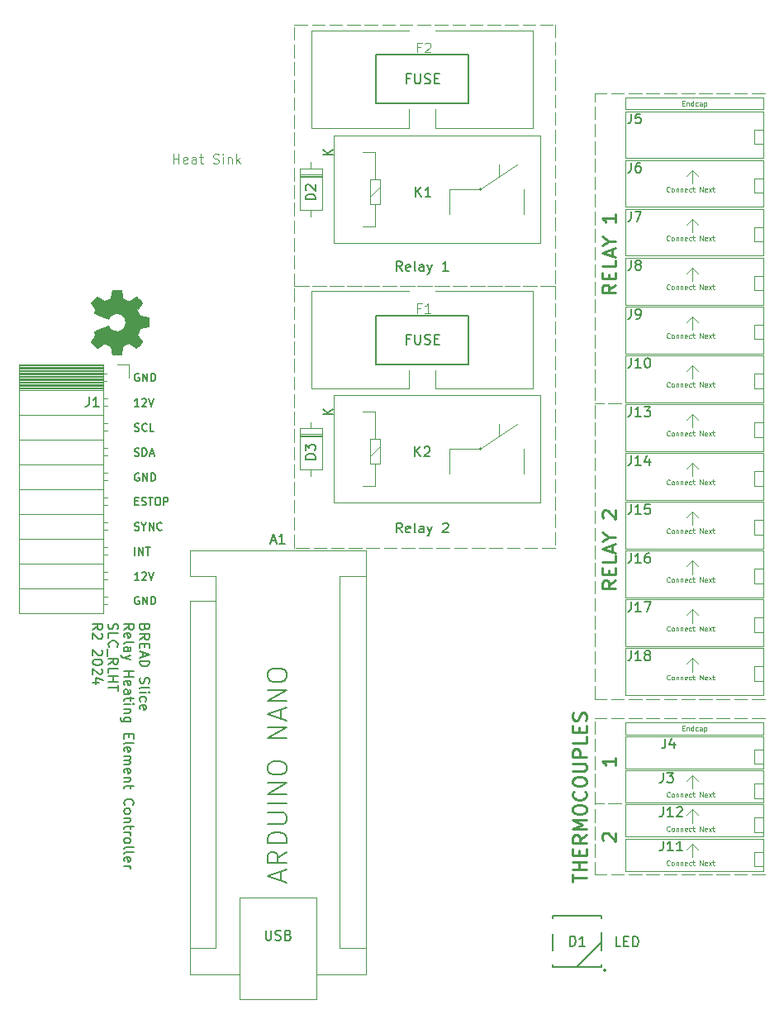
<source format=gbr>
%TF.GenerationSoftware,KiCad,Pcbnew,7.0.9*%
%TF.CreationDate,2024-02-10T01:22:26-05:00*%
%TF.ProjectId,BREAD_Slice,42524541-445f-4536-9c69-63652e6b6963,rev?*%
%TF.SameCoordinates,PX74eba40PY8552dc0*%
%TF.FileFunction,Legend,Top*%
%TF.FilePolarity,Positive*%
%FSLAX46Y46*%
G04 Gerber Fmt 4.6, Leading zero omitted, Abs format (unit mm)*
G04 Created by KiCad (PCBNEW 7.0.9) date 2024-02-10 01:22:26*
%MOMM*%
%LPD*%
G01*
G04 APERTURE LIST*
%ADD10C,0.120000*%
%ADD11C,0.250000*%
%ADD12C,0.150000*%
%ADD13C,0.100000*%
%ADD14C,0.177800*%
%ADD15C,0.200000*%
%ADD16C,0.010000*%
G04 APERTURE END LIST*
D10*
X21700000Y97600000D02*
X23020000Y97600000D01*
X23500000Y97600000D02*
X24820000Y97600000D01*
X25300000Y97600000D02*
X26620000Y97600000D01*
X27100000Y97600000D02*
X28420000Y97600000D01*
X28900000Y97600000D02*
X30220000Y97600000D01*
X30700000Y97600000D02*
X32020000Y97600000D01*
X32500000Y97600000D02*
X33820000Y97600000D01*
X34300000Y97600000D02*
X35620000Y97600000D01*
X36100000Y97600000D02*
X37420000Y97600000D01*
X37900000Y97600000D02*
X39220000Y97600000D01*
X39700000Y97600000D02*
X41020000Y97600000D01*
X41500000Y97600000D02*
X42820000Y97600000D01*
X43300000Y97600000D02*
X44620000Y97600000D01*
X45100000Y97600000D02*
X46420000Y97600000D01*
X46900000Y97600000D02*
X48220000Y97600000D01*
X48400000Y97600000D02*
X48400000Y96280000D01*
X48400000Y95800000D02*
X48400000Y94480000D01*
X48400000Y94000000D02*
X48400000Y92680000D01*
X48400000Y92200000D02*
X48400000Y90880000D01*
X48400000Y90400000D02*
X48400000Y89080000D01*
X48400000Y88600000D02*
X48400000Y87280000D01*
X48400000Y86800000D02*
X48400000Y85480000D01*
X48400000Y85000000D02*
X48400000Y83680000D01*
X48400000Y83200000D02*
X48400000Y81880000D01*
X48400000Y81400000D02*
X48400000Y80080000D01*
X48400000Y79600000D02*
X48400000Y78280000D01*
X48400000Y77800000D02*
X48400000Y76480000D01*
X48400000Y76000000D02*
X48400000Y74680000D01*
X48400000Y74200000D02*
X48400000Y72880000D01*
X48400000Y72400000D02*
X48400000Y71080000D01*
X48400000Y70800000D02*
X47080000Y70800000D01*
X46600000Y70800000D02*
X45280000Y70800000D01*
X44800000Y70800000D02*
X43480000Y70800000D01*
X43000000Y70800000D02*
X41680000Y70800000D01*
X41200000Y70800000D02*
X39880000Y70800000D01*
X39400000Y70800000D02*
X38080000Y70800000D01*
X37600000Y70800000D02*
X36280000Y70800000D01*
X35800000Y70800000D02*
X34480000Y70800000D01*
X34000000Y70800000D02*
X32680000Y70800000D01*
X32200000Y70800000D02*
X30880000Y70800000D01*
X30400000Y70800000D02*
X29080000Y70800000D01*
X28600000Y70800000D02*
X27280000Y70800000D01*
X26800000Y70800000D02*
X25480000Y70800000D01*
X25000000Y70800000D02*
X23680000Y70800000D01*
X23200000Y70800000D02*
X21880000Y70800000D01*
X21700000Y70800000D02*
X21700000Y72120000D01*
X21700000Y72600000D02*
X21700000Y73920000D01*
X21700000Y74400000D02*
X21700000Y75720000D01*
X21700000Y76200000D02*
X21700000Y77520000D01*
X21700000Y78000000D02*
X21700000Y79320000D01*
X21700000Y79800000D02*
X21700000Y81120000D01*
X21700000Y81600000D02*
X21700000Y82920000D01*
X21700000Y83400000D02*
X21700000Y84720000D01*
X21700000Y85200000D02*
X21700000Y86520000D01*
X21700000Y87000000D02*
X21700000Y88320000D01*
X21700000Y88800000D02*
X21700000Y90120000D01*
X21700000Y90600000D02*
X21700000Y91920000D01*
X21700000Y92400000D02*
X21700000Y93720000D01*
X21700000Y94200000D02*
X21700000Y95520000D01*
X21700000Y96000000D02*
X21700000Y97320000D01*
X55200000Y17800000D02*
X53880000Y17800000D01*
X53400000Y17800000D02*
X52500000Y17800000D01*
X69900000Y26500000D02*
X68580000Y26500000D01*
X68100000Y26500000D02*
X66780000Y26500000D01*
X66300000Y26500000D02*
X64980000Y26500000D01*
X64500000Y26500000D02*
X63180000Y26500000D01*
X62700000Y26500000D02*
X61380000Y26500000D01*
X60900000Y26500000D02*
X59580000Y26500000D01*
X59100000Y26500000D02*
X57780000Y26500000D01*
X57300000Y26500000D02*
X55980000Y26500000D01*
X55500000Y26500000D02*
X54180000Y26500000D01*
X53700000Y26500000D02*
X52500000Y26500000D01*
X69900000Y90500000D02*
X68580000Y90500000D01*
X68100000Y90500000D02*
X66780000Y90500000D01*
X66300000Y90500000D02*
X64980000Y90500000D01*
X64500000Y90500000D02*
X63180000Y90500000D01*
X62700000Y90500000D02*
X61380000Y90500000D01*
X60900000Y90500000D02*
X59580000Y90500000D01*
X59100000Y90500000D02*
X57780000Y90500000D01*
X57300000Y90500000D02*
X55980000Y90500000D01*
X55500000Y90500000D02*
X54180000Y90500000D01*
X53700000Y90500000D02*
X52500000Y90500000D01*
X69900000Y28500000D02*
X68580000Y28500000D01*
X68100000Y28500000D02*
X66780000Y28500000D01*
X66300000Y28500000D02*
X64980000Y28500000D01*
X64500000Y28500000D02*
X63180000Y28500000D01*
X62700000Y28500000D02*
X61380000Y28500000D01*
X60900000Y28500000D02*
X59580000Y28500000D01*
X59100000Y28500000D02*
X57780000Y28500000D01*
X57300000Y28500000D02*
X55980000Y28500000D01*
X55500000Y28500000D02*
X54180000Y28500000D01*
X53700000Y28500000D02*
X52500000Y28500000D01*
X52500000Y28500000D02*
X52500000Y29820000D01*
X52500000Y30300000D02*
X52500000Y31620000D01*
X52500000Y32100000D02*
X52500000Y33420000D01*
X52500000Y33900000D02*
X52500000Y35220000D01*
X52500000Y35700000D02*
X52500000Y37020000D01*
X52500000Y37500000D02*
X52500000Y38820000D01*
X52500000Y39300000D02*
X52500000Y40620000D01*
X52500000Y41100000D02*
X52500000Y42420000D01*
X52500000Y42900000D02*
X52500000Y44220000D01*
X52500000Y44700000D02*
X52500000Y46020000D01*
X52500000Y46500000D02*
X52500000Y47820000D01*
X52500000Y48300000D02*
X52500000Y49620000D01*
X52500000Y50100000D02*
X52500000Y51420000D01*
X52500000Y51900000D02*
X52500000Y53220000D01*
X52500000Y53700000D02*
X52500000Y55020000D01*
X52500000Y55500000D02*
X52500000Y56820000D01*
X52500000Y57300000D02*
X52500000Y58620000D01*
X52500000Y59100000D02*
X52500000Y60420000D01*
X52500000Y60900000D02*
X52500000Y62220000D01*
X52500000Y62700000D02*
X52500000Y64020000D01*
X52500000Y64500000D02*
X52500000Y65820000D01*
X52500000Y66300000D02*
X52500000Y67620000D01*
X52500000Y68100000D02*
X52500000Y69420000D01*
X52500000Y69900000D02*
X52500000Y71220000D01*
X52500000Y71700000D02*
X52500000Y73020000D01*
X52500000Y73500000D02*
X52500000Y74820000D01*
X52500000Y75300000D02*
X52500000Y76620000D01*
X52500000Y77100000D02*
X52500000Y78420000D01*
X52500000Y78900000D02*
X52500000Y80220000D01*
X52500000Y80700000D02*
X52500000Y82020000D01*
X52500000Y82500000D02*
X52500000Y83820000D01*
X52500000Y84300000D02*
X52500000Y85620000D01*
X52500000Y86100000D02*
X52500000Y87420000D01*
X52500000Y87900000D02*
X52500000Y89220000D01*
X52500000Y89700000D02*
X52500000Y90500000D01*
X55200000Y58800000D02*
X53880000Y58800000D01*
X53400000Y58800000D02*
X52500000Y58800000D01*
X52500000Y10500000D02*
X52500000Y11820000D01*
X52500000Y12300000D02*
X52500000Y13620000D01*
X52500000Y14100000D02*
X52500000Y15420000D01*
X52500000Y15900000D02*
X52500000Y17220000D01*
X52500000Y17700000D02*
X52500000Y19020000D01*
X52500000Y19500000D02*
X52500000Y20820000D01*
X52500000Y21300000D02*
X52500000Y22620000D01*
X52500000Y23100000D02*
X52500000Y24420000D01*
X52500000Y24900000D02*
X52500000Y26220000D01*
X69900000Y10500000D02*
X68580000Y10500000D01*
X68100000Y10500000D02*
X66780000Y10500000D01*
X66300000Y10500000D02*
X64980000Y10500000D01*
X64500000Y10500000D02*
X63180000Y10500000D01*
X62700000Y10500000D02*
X61380000Y10500000D01*
X60900000Y10500000D02*
X59580000Y10500000D01*
X59100000Y10500000D02*
X57780000Y10500000D01*
X57300000Y10500000D02*
X55980000Y10500000D01*
X55500000Y10500000D02*
X54180000Y10500000D01*
X53700000Y10500000D02*
X52500000Y10500000D01*
X21700000Y70800000D02*
X23020000Y70800000D01*
X23500000Y70800000D02*
X24820000Y70800000D01*
X25300000Y70800000D02*
X26620000Y70800000D01*
X27100000Y70800000D02*
X28420000Y70800000D01*
X28900000Y70800000D02*
X30220000Y70800000D01*
X30700000Y70800000D02*
X32020000Y70800000D01*
X32500000Y70800000D02*
X33820000Y70800000D01*
X34300000Y70800000D02*
X35620000Y70800000D01*
X36100000Y70800000D02*
X37420000Y70800000D01*
X37900000Y70800000D02*
X39220000Y70800000D01*
X39700000Y70800000D02*
X41020000Y70800000D01*
X41500000Y70800000D02*
X42820000Y70800000D01*
X43300000Y70800000D02*
X44620000Y70800000D01*
X45100000Y70800000D02*
X46420000Y70800000D01*
X46900000Y70800000D02*
X48220000Y70800000D01*
X48400000Y70800000D02*
X48400000Y69480000D01*
X48400000Y69000000D02*
X48400000Y67680000D01*
X48400000Y67200000D02*
X48400000Y65880000D01*
X48400000Y65400000D02*
X48400000Y64080000D01*
X48400000Y63600000D02*
X48400000Y62280000D01*
X48400000Y61800000D02*
X48400000Y60480000D01*
X48400000Y60000000D02*
X48400000Y58680000D01*
X48400000Y58200000D02*
X48400000Y56880000D01*
X48400000Y56400000D02*
X48400000Y55080000D01*
X48400000Y54600000D02*
X48400000Y53280000D01*
X48400000Y52800000D02*
X48400000Y51480000D01*
X48400000Y51000000D02*
X48400000Y49680000D01*
X48400000Y49200000D02*
X48400000Y47880000D01*
X48400000Y47400000D02*
X48400000Y46080000D01*
X48400000Y45600000D02*
X48400000Y44280000D01*
X48400000Y44000000D02*
X47080000Y44000000D01*
X46600000Y44000000D02*
X45280000Y44000000D01*
X44800000Y44000000D02*
X43480000Y44000000D01*
X43000000Y44000000D02*
X41680000Y44000000D01*
X41200000Y44000000D02*
X39880000Y44000000D01*
X39400000Y44000000D02*
X38080000Y44000000D01*
X37600000Y44000000D02*
X36280000Y44000000D01*
X35800000Y44000000D02*
X34480000Y44000000D01*
X34000000Y44000000D02*
X32680000Y44000000D01*
X32200000Y44000000D02*
X30880000Y44000000D01*
X30400000Y44000000D02*
X29080000Y44000000D01*
X28600000Y44000000D02*
X27280000Y44000000D01*
X26800000Y44000000D02*
X25480000Y44000000D01*
X25000000Y44000000D02*
X23680000Y44000000D01*
X23200000Y44000000D02*
X21880000Y44000000D01*
X21700000Y44000000D02*
X21700000Y45320000D01*
X21700000Y45800000D02*
X21700000Y47120000D01*
X21700000Y47600000D02*
X21700000Y48920000D01*
X21700000Y49400000D02*
X21700000Y50720000D01*
X21700000Y51200000D02*
X21700000Y52520000D01*
X21700000Y53000000D02*
X21700000Y54320000D01*
X21700000Y54800000D02*
X21700000Y56120000D01*
X21700000Y56600000D02*
X21700000Y57920000D01*
X21700000Y58400000D02*
X21700000Y59720000D01*
X21700000Y60200000D02*
X21700000Y61520000D01*
X21700000Y62000000D02*
X21700000Y63320000D01*
X21700000Y63800000D02*
X21700000Y65120000D01*
X21700000Y65600000D02*
X21700000Y66920000D01*
X21700000Y67400000D02*
X21700000Y68720000D01*
X21700000Y69200000D02*
X21700000Y70520000D01*
D11*
X54634666Y40633334D02*
X53968000Y40166667D01*
X54634666Y39833334D02*
X53234666Y39833334D01*
X53234666Y39833334D02*
X53234666Y40366667D01*
X53234666Y40366667D02*
X53301333Y40500000D01*
X53301333Y40500000D02*
X53368000Y40566667D01*
X53368000Y40566667D02*
X53501333Y40633334D01*
X53501333Y40633334D02*
X53701333Y40633334D01*
X53701333Y40633334D02*
X53834666Y40566667D01*
X53834666Y40566667D02*
X53901333Y40500000D01*
X53901333Y40500000D02*
X53968000Y40366667D01*
X53968000Y40366667D02*
X53968000Y39833334D01*
X53901333Y41233334D02*
X53901333Y41700000D01*
X54634666Y41900000D02*
X54634666Y41233334D01*
X54634666Y41233334D02*
X53234666Y41233334D01*
X53234666Y41233334D02*
X53234666Y41900000D01*
X54634666Y43166667D02*
X54634666Y42500001D01*
X54634666Y42500001D02*
X53234666Y42500001D01*
X54234666Y43566667D02*
X54234666Y44233334D01*
X54634666Y43433334D02*
X53234666Y43900000D01*
X53234666Y43900000D02*
X54634666Y44366667D01*
X53968000Y45100000D02*
X54634666Y45100000D01*
X53234666Y44633334D02*
X53968000Y45100000D01*
X53968000Y45100000D02*
X53234666Y45566667D01*
X53368000Y47033334D02*
X53301333Y47100001D01*
X53301333Y47100001D02*
X53234666Y47233334D01*
X53234666Y47233334D02*
X53234666Y47566667D01*
X53234666Y47566667D02*
X53301333Y47700001D01*
X53301333Y47700001D02*
X53368000Y47766667D01*
X53368000Y47766667D02*
X53501333Y47833334D01*
X53501333Y47833334D02*
X53634666Y47833334D01*
X53634666Y47833334D02*
X53834666Y47766667D01*
X53834666Y47766667D02*
X54634666Y46966667D01*
X54634666Y46966667D02*
X54634666Y47833334D01*
D12*
X5790476Y51599610D02*
X5714286Y51637705D01*
X5714286Y51637705D02*
X5600000Y51637705D01*
X5600000Y51637705D02*
X5485714Y51599610D01*
X5485714Y51599610D02*
X5409524Y51523420D01*
X5409524Y51523420D02*
X5371429Y51447229D01*
X5371429Y51447229D02*
X5333333Y51294848D01*
X5333333Y51294848D02*
X5333333Y51180562D01*
X5333333Y51180562D02*
X5371429Y51028181D01*
X5371429Y51028181D02*
X5409524Y50951991D01*
X5409524Y50951991D02*
X5485714Y50875800D01*
X5485714Y50875800D02*
X5600000Y50837705D01*
X5600000Y50837705D02*
X5676191Y50837705D01*
X5676191Y50837705D02*
X5790476Y50875800D01*
X5790476Y50875800D02*
X5828572Y50913896D01*
X5828572Y50913896D02*
X5828572Y51180562D01*
X5828572Y51180562D02*
X5676191Y51180562D01*
X6171429Y50837705D02*
X6171429Y51637705D01*
X6171429Y51637705D02*
X6628572Y50837705D01*
X6628572Y50837705D02*
X6628572Y51637705D01*
X7009524Y50837705D02*
X7009524Y51637705D01*
X7009524Y51637705D02*
X7200000Y51637705D01*
X7200000Y51637705D02*
X7314286Y51599610D01*
X7314286Y51599610D02*
X7390476Y51523420D01*
X7390476Y51523420D02*
X7428571Y51447229D01*
X7428571Y51447229D02*
X7466667Y51294848D01*
X7466667Y51294848D02*
X7466667Y51180562D01*
X7466667Y51180562D02*
X7428571Y51028181D01*
X7428571Y51028181D02*
X7390476Y50951991D01*
X7390476Y50951991D02*
X7314286Y50875800D01*
X7314286Y50875800D02*
X7200000Y50837705D01*
X7200000Y50837705D02*
X7009524Y50837705D01*
D11*
X54634666Y70933334D02*
X53968000Y70466667D01*
X54634666Y70133334D02*
X53234666Y70133334D01*
X53234666Y70133334D02*
X53234666Y70666667D01*
X53234666Y70666667D02*
X53301333Y70800000D01*
X53301333Y70800000D02*
X53368000Y70866667D01*
X53368000Y70866667D02*
X53501333Y70933334D01*
X53501333Y70933334D02*
X53701333Y70933334D01*
X53701333Y70933334D02*
X53834666Y70866667D01*
X53834666Y70866667D02*
X53901333Y70800000D01*
X53901333Y70800000D02*
X53968000Y70666667D01*
X53968000Y70666667D02*
X53968000Y70133334D01*
X53901333Y71533334D02*
X53901333Y72000000D01*
X54634666Y72200000D02*
X54634666Y71533334D01*
X54634666Y71533334D02*
X53234666Y71533334D01*
X53234666Y71533334D02*
X53234666Y72200000D01*
X54634666Y73466667D02*
X54634666Y72800001D01*
X54634666Y72800001D02*
X53234666Y72800001D01*
X54234666Y73866667D02*
X54234666Y74533334D01*
X54634666Y73733334D02*
X53234666Y74200000D01*
X53234666Y74200000D02*
X54634666Y74666667D01*
X53968000Y75400000D02*
X54634666Y75400000D01*
X53234666Y74933334D02*
X53968000Y75400000D01*
X53968000Y75400000D02*
X53234666Y75866667D01*
X54634666Y78133334D02*
X54634666Y77333334D01*
X54634666Y77733334D02*
X53234666Y77733334D01*
X53234666Y77733334D02*
X53434666Y77600001D01*
X53434666Y77600001D02*
X53568000Y77466667D01*
X53568000Y77466667D02*
X53634666Y77333334D01*
D12*
X55157142Y3145181D02*
X54680952Y3145181D01*
X54680952Y3145181D02*
X54680952Y4145181D01*
X55490476Y3668991D02*
X55823809Y3668991D01*
X55966666Y3145181D02*
X55490476Y3145181D01*
X55490476Y3145181D02*
X55490476Y4145181D01*
X55490476Y4145181D02*
X55966666Y4145181D01*
X56395238Y3145181D02*
X56395238Y4145181D01*
X56395238Y4145181D02*
X56633333Y4145181D01*
X56633333Y4145181D02*
X56776190Y4097562D01*
X56776190Y4097562D02*
X56871428Y4002324D01*
X56871428Y4002324D02*
X56919047Y3907086D01*
X56919047Y3907086D02*
X56966666Y3716610D01*
X56966666Y3716610D02*
X56966666Y3573753D01*
X56966666Y3573753D02*
X56919047Y3383277D01*
X56919047Y3383277D02*
X56871428Y3288039D01*
X56871428Y3288039D02*
X56776190Y3192800D01*
X56776190Y3192800D02*
X56633333Y3145181D01*
X56633333Y3145181D02*
X56395238Y3145181D01*
X5790476Y40687705D02*
X5333333Y40687705D01*
X5561905Y40687705D02*
X5561905Y41487705D01*
X5561905Y41487705D02*
X5485714Y41373420D01*
X5485714Y41373420D02*
X5409524Y41297229D01*
X5409524Y41297229D02*
X5333333Y41259134D01*
X6095238Y41411515D02*
X6133334Y41449610D01*
X6133334Y41449610D02*
X6209524Y41487705D01*
X6209524Y41487705D02*
X6400000Y41487705D01*
X6400000Y41487705D02*
X6476191Y41449610D01*
X6476191Y41449610D02*
X6514286Y41411515D01*
X6514286Y41411515D02*
X6552381Y41335324D01*
X6552381Y41335324D02*
X6552381Y41259134D01*
X6552381Y41259134D02*
X6514286Y41144848D01*
X6514286Y41144848D02*
X6057143Y40687705D01*
X6057143Y40687705D02*
X6552381Y40687705D01*
X6780953Y41487705D02*
X7047620Y40687705D01*
X7047620Y40687705D02*
X7314286Y41487705D01*
X32728570Y45545181D02*
X32395237Y46021372D01*
X32157142Y45545181D02*
X32157142Y46545181D01*
X32157142Y46545181D02*
X32538094Y46545181D01*
X32538094Y46545181D02*
X32633332Y46497562D01*
X32633332Y46497562D02*
X32680951Y46449943D01*
X32680951Y46449943D02*
X32728570Y46354705D01*
X32728570Y46354705D02*
X32728570Y46211848D01*
X32728570Y46211848D02*
X32680951Y46116610D01*
X32680951Y46116610D02*
X32633332Y46068991D01*
X32633332Y46068991D02*
X32538094Y46021372D01*
X32538094Y46021372D02*
X32157142Y46021372D01*
X33538094Y45592800D02*
X33442856Y45545181D01*
X33442856Y45545181D02*
X33252380Y45545181D01*
X33252380Y45545181D02*
X33157142Y45592800D01*
X33157142Y45592800D02*
X33109523Y45688039D01*
X33109523Y45688039D02*
X33109523Y46068991D01*
X33109523Y46068991D02*
X33157142Y46164229D01*
X33157142Y46164229D02*
X33252380Y46211848D01*
X33252380Y46211848D02*
X33442856Y46211848D01*
X33442856Y46211848D02*
X33538094Y46164229D01*
X33538094Y46164229D02*
X33585713Y46068991D01*
X33585713Y46068991D02*
X33585713Y45973753D01*
X33585713Y45973753D02*
X33109523Y45878515D01*
X34157142Y45545181D02*
X34061904Y45592800D01*
X34061904Y45592800D02*
X34014285Y45688039D01*
X34014285Y45688039D02*
X34014285Y46545181D01*
X34966666Y45545181D02*
X34966666Y46068991D01*
X34966666Y46068991D02*
X34919047Y46164229D01*
X34919047Y46164229D02*
X34823809Y46211848D01*
X34823809Y46211848D02*
X34633333Y46211848D01*
X34633333Y46211848D02*
X34538095Y46164229D01*
X34966666Y45592800D02*
X34871428Y45545181D01*
X34871428Y45545181D02*
X34633333Y45545181D01*
X34633333Y45545181D02*
X34538095Y45592800D01*
X34538095Y45592800D02*
X34490476Y45688039D01*
X34490476Y45688039D02*
X34490476Y45783277D01*
X34490476Y45783277D02*
X34538095Y45878515D01*
X34538095Y45878515D02*
X34633333Y45926134D01*
X34633333Y45926134D02*
X34871428Y45926134D01*
X34871428Y45926134D02*
X34966666Y45973753D01*
X35347619Y46211848D02*
X35585714Y45545181D01*
X35823809Y46211848D02*
X35585714Y45545181D01*
X35585714Y45545181D02*
X35490476Y45307086D01*
X35490476Y45307086D02*
X35442857Y45259467D01*
X35442857Y45259467D02*
X35347619Y45211848D01*
X36919048Y46449943D02*
X36966667Y46497562D01*
X36966667Y46497562D02*
X37061905Y46545181D01*
X37061905Y46545181D02*
X37300000Y46545181D01*
X37300000Y46545181D02*
X37395238Y46497562D01*
X37395238Y46497562D02*
X37442857Y46449943D01*
X37442857Y46449943D02*
X37490476Y46354705D01*
X37490476Y46354705D02*
X37490476Y46259467D01*
X37490476Y46259467D02*
X37442857Y46116610D01*
X37442857Y46116610D02*
X36871429Y45545181D01*
X36871429Y45545181D02*
X37490476Y45545181D01*
X5333333Y45825800D02*
X5447619Y45787705D01*
X5447619Y45787705D02*
X5638095Y45787705D01*
X5638095Y45787705D02*
X5714286Y45825800D01*
X5714286Y45825800D02*
X5752381Y45863896D01*
X5752381Y45863896D02*
X5790476Y45940086D01*
X5790476Y45940086D02*
X5790476Y46016277D01*
X5790476Y46016277D02*
X5752381Y46092467D01*
X5752381Y46092467D02*
X5714286Y46130562D01*
X5714286Y46130562D02*
X5638095Y46168658D01*
X5638095Y46168658D02*
X5485714Y46206753D01*
X5485714Y46206753D02*
X5409524Y46244848D01*
X5409524Y46244848D02*
X5371429Y46282943D01*
X5371429Y46282943D02*
X5333333Y46359134D01*
X5333333Y46359134D02*
X5333333Y46435324D01*
X5333333Y46435324D02*
X5371429Y46511515D01*
X5371429Y46511515D02*
X5409524Y46549610D01*
X5409524Y46549610D02*
X5485714Y46587705D01*
X5485714Y46587705D02*
X5676191Y46587705D01*
X5676191Y46587705D02*
X5790476Y46549610D01*
X6285715Y46168658D02*
X6285715Y45787705D01*
X6019048Y46587705D02*
X6285715Y46168658D01*
X6285715Y46168658D02*
X6552381Y46587705D01*
X6819048Y45787705D02*
X6819048Y46587705D01*
X6819048Y46587705D02*
X7276191Y45787705D01*
X7276191Y45787705D02*
X7276191Y46587705D01*
X8114286Y45863896D02*
X8076190Y45825800D01*
X8076190Y45825800D02*
X7961905Y45787705D01*
X7961905Y45787705D02*
X7885714Y45787705D01*
X7885714Y45787705D02*
X7771428Y45825800D01*
X7771428Y45825800D02*
X7695238Y45901991D01*
X7695238Y45901991D02*
X7657143Y45978181D01*
X7657143Y45978181D02*
X7619047Y46130562D01*
X7619047Y46130562D02*
X7619047Y46244848D01*
X7619047Y46244848D02*
X7657143Y46397229D01*
X7657143Y46397229D02*
X7695238Y46473420D01*
X7695238Y46473420D02*
X7771428Y46549610D01*
X7771428Y46549610D02*
X7885714Y46587705D01*
X7885714Y46587705D02*
X7961905Y46587705D01*
X7961905Y46587705D02*
X8076190Y46549610D01*
X8076190Y46549610D02*
X8114286Y46511515D01*
X5790476Y38949610D02*
X5714286Y38987705D01*
X5714286Y38987705D02*
X5600000Y38987705D01*
X5600000Y38987705D02*
X5485714Y38949610D01*
X5485714Y38949610D02*
X5409524Y38873420D01*
X5409524Y38873420D02*
X5371429Y38797229D01*
X5371429Y38797229D02*
X5333333Y38644848D01*
X5333333Y38644848D02*
X5333333Y38530562D01*
X5333333Y38530562D02*
X5371429Y38378181D01*
X5371429Y38378181D02*
X5409524Y38301991D01*
X5409524Y38301991D02*
X5485714Y38225800D01*
X5485714Y38225800D02*
X5600000Y38187705D01*
X5600000Y38187705D02*
X5676191Y38187705D01*
X5676191Y38187705D02*
X5790476Y38225800D01*
X5790476Y38225800D02*
X5828572Y38263896D01*
X5828572Y38263896D02*
X5828572Y38530562D01*
X5828572Y38530562D02*
X5676191Y38530562D01*
X6171429Y38187705D02*
X6171429Y38987705D01*
X6171429Y38987705D02*
X6628572Y38187705D01*
X6628572Y38187705D02*
X6628572Y38987705D01*
X7009524Y38187705D02*
X7009524Y38987705D01*
X7009524Y38987705D02*
X7200000Y38987705D01*
X7200000Y38987705D02*
X7314286Y38949610D01*
X7314286Y38949610D02*
X7390476Y38873420D01*
X7390476Y38873420D02*
X7428571Y38797229D01*
X7428571Y38797229D02*
X7466667Y38644848D01*
X7466667Y38644848D02*
X7466667Y38530562D01*
X7466667Y38530562D02*
X7428571Y38378181D01*
X7428571Y38378181D02*
X7390476Y38301991D01*
X7390476Y38301991D02*
X7314286Y38225800D01*
X7314286Y38225800D02*
X7200000Y38187705D01*
X7200000Y38187705D02*
X7009524Y38187705D01*
X6383990Y35829888D02*
X6336371Y35687031D01*
X6336371Y35687031D02*
X6288752Y35639412D01*
X6288752Y35639412D02*
X6193514Y35591793D01*
X6193514Y35591793D02*
X6050657Y35591793D01*
X6050657Y35591793D02*
X5955419Y35639412D01*
X5955419Y35639412D02*
X5907800Y35687031D01*
X5907800Y35687031D02*
X5860180Y35782269D01*
X5860180Y35782269D02*
X5860180Y36163221D01*
X5860180Y36163221D02*
X6860180Y36163221D01*
X6860180Y36163221D02*
X6860180Y35829888D01*
X6860180Y35829888D02*
X6812561Y35734650D01*
X6812561Y35734650D02*
X6764942Y35687031D01*
X6764942Y35687031D02*
X6669704Y35639412D01*
X6669704Y35639412D02*
X6574466Y35639412D01*
X6574466Y35639412D02*
X6479228Y35687031D01*
X6479228Y35687031D02*
X6431609Y35734650D01*
X6431609Y35734650D02*
X6383990Y35829888D01*
X6383990Y35829888D02*
X6383990Y36163221D01*
X5860180Y34591793D02*
X6336371Y34925126D01*
X5860180Y35163221D02*
X6860180Y35163221D01*
X6860180Y35163221D02*
X6860180Y34782269D01*
X6860180Y34782269D02*
X6812561Y34687031D01*
X6812561Y34687031D02*
X6764942Y34639412D01*
X6764942Y34639412D02*
X6669704Y34591793D01*
X6669704Y34591793D02*
X6526847Y34591793D01*
X6526847Y34591793D02*
X6431609Y34639412D01*
X6431609Y34639412D02*
X6383990Y34687031D01*
X6383990Y34687031D02*
X6336371Y34782269D01*
X6336371Y34782269D02*
X6336371Y35163221D01*
X6383990Y34163221D02*
X6383990Y33829888D01*
X5860180Y33687031D02*
X5860180Y34163221D01*
X5860180Y34163221D02*
X6860180Y34163221D01*
X6860180Y34163221D02*
X6860180Y33687031D01*
X6145895Y33306078D02*
X6145895Y32829888D01*
X5860180Y33401316D02*
X6860180Y33067983D01*
X6860180Y33067983D02*
X5860180Y32734650D01*
X5860180Y32401316D02*
X6860180Y32401316D01*
X6860180Y32401316D02*
X6860180Y32163221D01*
X6860180Y32163221D02*
X6812561Y32020364D01*
X6812561Y32020364D02*
X6717323Y31925126D01*
X6717323Y31925126D02*
X6622085Y31877507D01*
X6622085Y31877507D02*
X6431609Y31829888D01*
X6431609Y31829888D02*
X6288752Y31829888D01*
X6288752Y31829888D02*
X6098276Y31877507D01*
X6098276Y31877507D02*
X6003038Y31925126D01*
X6003038Y31925126D02*
X5907800Y32020364D01*
X5907800Y32020364D02*
X5860180Y32163221D01*
X5860180Y32163221D02*
X5860180Y32401316D01*
X5907800Y30687030D02*
X5860180Y30544173D01*
X5860180Y30544173D02*
X5860180Y30306078D01*
X5860180Y30306078D02*
X5907800Y30210840D01*
X5907800Y30210840D02*
X5955419Y30163221D01*
X5955419Y30163221D02*
X6050657Y30115602D01*
X6050657Y30115602D02*
X6145895Y30115602D01*
X6145895Y30115602D02*
X6241133Y30163221D01*
X6241133Y30163221D02*
X6288752Y30210840D01*
X6288752Y30210840D02*
X6336371Y30306078D01*
X6336371Y30306078D02*
X6383990Y30496554D01*
X6383990Y30496554D02*
X6431609Y30591792D01*
X6431609Y30591792D02*
X6479228Y30639411D01*
X6479228Y30639411D02*
X6574466Y30687030D01*
X6574466Y30687030D02*
X6669704Y30687030D01*
X6669704Y30687030D02*
X6764942Y30639411D01*
X6764942Y30639411D02*
X6812561Y30591792D01*
X6812561Y30591792D02*
X6860180Y30496554D01*
X6860180Y30496554D02*
X6860180Y30258459D01*
X6860180Y30258459D02*
X6812561Y30115602D01*
X5860180Y29544173D02*
X5907800Y29639411D01*
X5907800Y29639411D02*
X6003038Y29687030D01*
X6003038Y29687030D02*
X6860180Y29687030D01*
X5860180Y29163220D02*
X6526847Y29163220D01*
X6860180Y29163220D02*
X6812561Y29210839D01*
X6812561Y29210839D02*
X6764942Y29163220D01*
X6764942Y29163220D02*
X6812561Y29115601D01*
X6812561Y29115601D02*
X6860180Y29163220D01*
X6860180Y29163220D02*
X6764942Y29163220D01*
X5907800Y28258459D02*
X5860180Y28353697D01*
X5860180Y28353697D02*
X5860180Y28544173D01*
X5860180Y28544173D02*
X5907800Y28639411D01*
X5907800Y28639411D02*
X5955419Y28687030D01*
X5955419Y28687030D02*
X6050657Y28734649D01*
X6050657Y28734649D02*
X6336371Y28734649D01*
X6336371Y28734649D02*
X6431609Y28687030D01*
X6431609Y28687030D02*
X6479228Y28639411D01*
X6479228Y28639411D02*
X6526847Y28544173D01*
X6526847Y28544173D02*
X6526847Y28353697D01*
X6526847Y28353697D02*
X6479228Y28258459D01*
X5907800Y27448935D02*
X5860180Y27544173D01*
X5860180Y27544173D02*
X5860180Y27734649D01*
X5860180Y27734649D02*
X5907800Y27829887D01*
X5907800Y27829887D02*
X6003038Y27877506D01*
X6003038Y27877506D02*
X6383990Y27877506D01*
X6383990Y27877506D02*
X6479228Y27829887D01*
X6479228Y27829887D02*
X6526847Y27734649D01*
X6526847Y27734649D02*
X6526847Y27544173D01*
X6526847Y27544173D02*
X6479228Y27448935D01*
X6479228Y27448935D02*
X6383990Y27401316D01*
X6383990Y27401316D02*
X6288752Y27401316D01*
X6288752Y27401316D02*
X6193514Y27877506D01*
X4250180Y35591793D02*
X4726371Y35925126D01*
X4250180Y36163221D02*
X5250180Y36163221D01*
X5250180Y36163221D02*
X5250180Y35782269D01*
X5250180Y35782269D02*
X5202561Y35687031D01*
X5202561Y35687031D02*
X5154942Y35639412D01*
X5154942Y35639412D02*
X5059704Y35591793D01*
X5059704Y35591793D02*
X4916847Y35591793D01*
X4916847Y35591793D02*
X4821609Y35639412D01*
X4821609Y35639412D02*
X4773990Y35687031D01*
X4773990Y35687031D02*
X4726371Y35782269D01*
X4726371Y35782269D02*
X4726371Y36163221D01*
X4297800Y34782269D02*
X4250180Y34877507D01*
X4250180Y34877507D02*
X4250180Y35067983D01*
X4250180Y35067983D02*
X4297800Y35163221D01*
X4297800Y35163221D02*
X4393038Y35210840D01*
X4393038Y35210840D02*
X4773990Y35210840D01*
X4773990Y35210840D02*
X4869228Y35163221D01*
X4869228Y35163221D02*
X4916847Y35067983D01*
X4916847Y35067983D02*
X4916847Y34877507D01*
X4916847Y34877507D02*
X4869228Y34782269D01*
X4869228Y34782269D02*
X4773990Y34734650D01*
X4773990Y34734650D02*
X4678752Y34734650D01*
X4678752Y34734650D02*
X4583514Y35210840D01*
X4250180Y34163221D02*
X4297800Y34258459D01*
X4297800Y34258459D02*
X4393038Y34306078D01*
X4393038Y34306078D02*
X5250180Y34306078D01*
X4250180Y33353697D02*
X4773990Y33353697D01*
X4773990Y33353697D02*
X4869228Y33401316D01*
X4869228Y33401316D02*
X4916847Y33496554D01*
X4916847Y33496554D02*
X4916847Y33687030D01*
X4916847Y33687030D02*
X4869228Y33782268D01*
X4297800Y33353697D02*
X4250180Y33448935D01*
X4250180Y33448935D02*
X4250180Y33687030D01*
X4250180Y33687030D02*
X4297800Y33782268D01*
X4297800Y33782268D02*
X4393038Y33829887D01*
X4393038Y33829887D02*
X4488276Y33829887D01*
X4488276Y33829887D02*
X4583514Y33782268D01*
X4583514Y33782268D02*
X4631133Y33687030D01*
X4631133Y33687030D02*
X4631133Y33448935D01*
X4631133Y33448935D02*
X4678752Y33353697D01*
X4916847Y32972744D02*
X4250180Y32734649D01*
X4916847Y32496554D02*
X4250180Y32734649D01*
X4250180Y32734649D02*
X4012085Y32829887D01*
X4012085Y32829887D02*
X3964466Y32877506D01*
X3964466Y32877506D02*
X3916847Y32972744D01*
X4250180Y31353696D02*
X5250180Y31353696D01*
X4773990Y31353696D02*
X4773990Y30782268D01*
X4250180Y30782268D02*
X5250180Y30782268D01*
X4297800Y29925125D02*
X4250180Y30020363D01*
X4250180Y30020363D02*
X4250180Y30210839D01*
X4250180Y30210839D02*
X4297800Y30306077D01*
X4297800Y30306077D02*
X4393038Y30353696D01*
X4393038Y30353696D02*
X4773990Y30353696D01*
X4773990Y30353696D02*
X4869228Y30306077D01*
X4869228Y30306077D02*
X4916847Y30210839D01*
X4916847Y30210839D02*
X4916847Y30020363D01*
X4916847Y30020363D02*
X4869228Y29925125D01*
X4869228Y29925125D02*
X4773990Y29877506D01*
X4773990Y29877506D02*
X4678752Y29877506D01*
X4678752Y29877506D02*
X4583514Y30353696D01*
X4250180Y29020363D02*
X4773990Y29020363D01*
X4773990Y29020363D02*
X4869228Y29067982D01*
X4869228Y29067982D02*
X4916847Y29163220D01*
X4916847Y29163220D02*
X4916847Y29353696D01*
X4916847Y29353696D02*
X4869228Y29448934D01*
X4297800Y29020363D02*
X4250180Y29115601D01*
X4250180Y29115601D02*
X4250180Y29353696D01*
X4250180Y29353696D02*
X4297800Y29448934D01*
X4297800Y29448934D02*
X4393038Y29496553D01*
X4393038Y29496553D02*
X4488276Y29496553D01*
X4488276Y29496553D02*
X4583514Y29448934D01*
X4583514Y29448934D02*
X4631133Y29353696D01*
X4631133Y29353696D02*
X4631133Y29115601D01*
X4631133Y29115601D02*
X4678752Y29020363D01*
X4916847Y28687029D02*
X4916847Y28306077D01*
X5250180Y28544172D02*
X4393038Y28544172D01*
X4393038Y28544172D02*
X4297800Y28496553D01*
X4297800Y28496553D02*
X4250180Y28401315D01*
X4250180Y28401315D02*
X4250180Y28306077D01*
X4250180Y27972743D02*
X4916847Y27972743D01*
X5250180Y27972743D02*
X5202561Y28020362D01*
X5202561Y28020362D02*
X5154942Y27972743D01*
X5154942Y27972743D02*
X5202561Y27925124D01*
X5202561Y27925124D02*
X5250180Y27972743D01*
X5250180Y27972743D02*
X5154942Y27972743D01*
X4916847Y27496553D02*
X4250180Y27496553D01*
X4821609Y27496553D02*
X4869228Y27448934D01*
X4869228Y27448934D02*
X4916847Y27353696D01*
X4916847Y27353696D02*
X4916847Y27210839D01*
X4916847Y27210839D02*
X4869228Y27115601D01*
X4869228Y27115601D02*
X4773990Y27067982D01*
X4773990Y27067982D02*
X4250180Y27067982D01*
X4916847Y26163220D02*
X4107323Y26163220D01*
X4107323Y26163220D02*
X4012085Y26210839D01*
X4012085Y26210839D02*
X3964466Y26258458D01*
X3964466Y26258458D02*
X3916847Y26353696D01*
X3916847Y26353696D02*
X3916847Y26496553D01*
X3916847Y26496553D02*
X3964466Y26591791D01*
X4297800Y26163220D02*
X4250180Y26258458D01*
X4250180Y26258458D02*
X4250180Y26448934D01*
X4250180Y26448934D02*
X4297800Y26544172D01*
X4297800Y26544172D02*
X4345419Y26591791D01*
X4345419Y26591791D02*
X4440657Y26639410D01*
X4440657Y26639410D02*
X4726371Y26639410D01*
X4726371Y26639410D02*
X4821609Y26591791D01*
X4821609Y26591791D02*
X4869228Y26544172D01*
X4869228Y26544172D02*
X4916847Y26448934D01*
X4916847Y26448934D02*
X4916847Y26258458D01*
X4916847Y26258458D02*
X4869228Y26163220D01*
X4773990Y24925124D02*
X4773990Y24591791D01*
X4250180Y24448934D02*
X4250180Y24925124D01*
X4250180Y24925124D02*
X5250180Y24925124D01*
X5250180Y24925124D02*
X5250180Y24448934D01*
X4250180Y23877505D02*
X4297800Y23972743D01*
X4297800Y23972743D02*
X4393038Y24020362D01*
X4393038Y24020362D02*
X5250180Y24020362D01*
X4297800Y23115600D02*
X4250180Y23210838D01*
X4250180Y23210838D02*
X4250180Y23401314D01*
X4250180Y23401314D02*
X4297800Y23496552D01*
X4297800Y23496552D02*
X4393038Y23544171D01*
X4393038Y23544171D02*
X4773990Y23544171D01*
X4773990Y23544171D02*
X4869228Y23496552D01*
X4869228Y23496552D02*
X4916847Y23401314D01*
X4916847Y23401314D02*
X4916847Y23210838D01*
X4916847Y23210838D02*
X4869228Y23115600D01*
X4869228Y23115600D02*
X4773990Y23067981D01*
X4773990Y23067981D02*
X4678752Y23067981D01*
X4678752Y23067981D02*
X4583514Y23544171D01*
X4250180Y22639409D02*
X4916847Y22639409D01*
X4821609Y22639409D02*
X4869228Y22591790D01*
X4869228Y22591790D02*
X4916847Y22496552D01*
X4916847Y22496552D02*
X4916847Y22353695D01*
X4916847Y22353695D02*
X4869228Y22258457D01*
X4869228Y22258457D02*
X4773990Y22210838D01*
X4773990Y22210838D02*
X4250180Y22210838D01*
X4773990Y22210838D02*
X4869228Y22163219D01*
X4869228Y22163219D02*
X4916847Y22067981D01*
X4916847Y22067981D02*
X4916847Y21925124D01*
X4916847Y21925124D02*
X4869228Y21829885D01*
X4869228Y21829885D02*
X4773990Y21782266D01*
X4773990Y21782266D02*
X4250180Y21782266D01*
X4297800Y20925124D02*
X4250180Y21020362D01*
X4250180Y21020362D02*
X4250180Y21210838D01*
X4250180Y21210838D02*
X4297800Y21306076D01*
X4297800Y21306076D02*
X4393038Y21353695D01*
X4393038Y21353695D02*
X4773990Y21353695D01*
X4773990Y21353695D02*
X4869228Y21306076D01*
X4869228Y21306076D02*
X4916847Y21210838D01*
X4916847Y21210838D02*
X4916847Y21020362D01*
X4916847Y21020362D02*
X4869228Y20925124D01*
X4869228Y20925124D02*
X4773990Y20877505D01*
X4773990Y20877505D02*
X4678752Y20877505D01*
X4678752Y20877505D02*
X4583514Y21353695D01*
X4916847Y20448933D02*
X4250180Y20448933D01*
X4821609Y20448933D02*
X4869228Y20401314D01*
X4869228Y20401314D02*
X4916847Y20306076D01*
X4916847Y20306076D02*
X4916847Y20163219D01*
X4916847Y20163219D02*
X4869228Y20067981D01*
X4869228Y20067981D02*
X4773990Y20020362D01*
X4773990Y20020362D02*
X4250180Y20020362D01*
X4916847Y19687028D02*
X4916847Y19306076D01*
X5250180Y19544171D02*
X4393038Y19544171D01*
X4393038Y19544171D02*
X4297800Y19496552D01*
X4297800Y19496552D02*
X4250180Y19401314D01*
X4250180Y19401314D02*
X4250180Y19306076D01*
X4345419Y17639409D02*
X4297800Y17687028D01*
X4297800Y17687028D02*
X4250180Y17829885D01*
X4250180Y17829885D02*
X4250180Y17925123D01*
X4250180Y17925123D02*
X4297800Y18067980D01*
X4297800Y18067980D02*
X4393038Y18163218D01*
X4393038Y18163218D02*
X4488276Y18210837D01*
X4488276Y18210837D02*
X4678752Y18258456D01*
X4678752Y18258456D02*
X4821609Y18258456D01*
X4821609Y18258456D02*
X5012085Y18210837D01*
X5012085Y18210837D02*
X5107323Y18163218D01*
X5107323Y18163218D02*
X5202561Y18067980D01*
X5202561Y18067980D02*
X5250180Y17925123D01*
X5250180Y17925123D02*
X5250180Y17829885D01*
X5250180Y17829885D02*
X5202561Y17687028D01*
X5202561Y17687028D02*
X5154942Y17639409D01*
X4250180Y17067980D02*
X4297800Y17163218D01*
X4297800Y17163218D02*
X4345419Y17210837D01*
X4345419Y17210837D02*
X4440657Y17258456D01*
X4440657Y17258456D02*
X4726371Y17258456D01*
X4726371Y17258456D02*
X4821609Y17210837D01*
X4821609Y17210837D02*
X4869228Y17163218D01*
X4869228Y17163218D02*
X4916847Y17067980D01*
X4916847Y17067980D02*
X4916847Y16925123D01*
X4916847Y16925123D02*
X4869228Y16829885D01*
X4869228Y16829885D02*
X4821609Y16782266D01*
X4821609Y16782266D02*
X4726371Y16734647D01*
X4726371Y16734647D02*
X4440657Y16734647D01*
X4440657Y16734647D02*
X4345419Y16782266D01*
X4345419Y16782266D02*
X4297800Y16829885D01*
X4297800Y16829885D02*
X4250180Y16925123D01*
X4250180Y16925123D02*
X4250180Y17067980D01*
X4916847Y16306075D02*
X4250180Y16306075D01*
X4821609Y16306075D02*
X4869228Y16258456D01*
X4869228Y16258456D02*
X4916847Y16163218D01*
X4916847Y16163218D02*
X4916847Y16020361D01*
X4916847Y16020361D02*
X4869228Y15925123D01*
X4869228Y15925123D02*
X4773990Y15877504D01*
X4773990Y15877504D02*
X4250180Y15877504D01*
X4916847Y15544170D02*
X4916847Y15163218D01*
X5250180Y15401313D02*
X4393038Y15401313D01*
X4393038Y15401313D02*
X4297800Y15353694D01*
X4297800Y15353694D02*
X4250180Y15258456D01*
X4250180Y15258456D02*
X4250180Y15163218D01*
X4250180Y14829884D02*
X4916847Y14829884D01*
X4726371Y14829884D02*
X4821609Y14782265D01*
X4821609Y14782265D02*
X4869228Y14734646D01*
X4869228Y14734646D02*
X4916847Y14639408D01*
X4916847Y14639408D02*
X4916847Y14544170D01*
X4250180Y14067979D02*
X4297800Y14163217D01*
X4297800Y14163217D02*
X4345419Y14210836D01*
X4345419Y14210836D02*
X4440657Y14258455D01*
X4440657Y14258455D02*
X4726371Y14258455D01*
X4726371Y14258455D02*
X4821609Y14210836D01*
X4821609Y14210836D02*
X4869228Y14163217D01*
X4869228Y14163217D02*
X4916847Y14067979D01*
X4916847Y14067979D02*
X4916847Y13925122D01*
X4916847Y13925122D02*
X4869228Y13829884D01*
X4869228Y13829884D02*
X4821609Y13782265D01*
X4821609Y13782265D02*
X4726371Y13734646D01*
X4726371Y13734646D02*
X4440657Y13734646D01*
X4440657Y13734646D02*
X4345419Y13782265D01*
X4345419Y13782265D02*
X4297800Y13829884D01*
X4297800Y13829884D02*
X4250180Y13925122D01*
X4250180Y13925122D02*
X4250180Y14067979D01*
X4250180Y13163217D02*
X4297800Y13258455D01*
X4297800Y13258455D02*
X4393038Y13306074D01*
X4393038Y13306074D02*
X5250180Y13306074D01*
X4250180Y12639407D02*
X4297800Y12734645D01*
X4297800Y12734645D02*
X4393038Y12782264D01*
X4393038Y12782264D02*
X5250180Y12782264D01*
X4297800Y11877502D02*
X4250180Y11972740D01*
X4250180Y11972740D02*
X4250180Y12163216D01*
X4250180Y12163216D02*
X4297800Y12258454D01*
X4297800Y12258454D02*
X4393038Y12306073D01*
X4393038Y12306073D02*
X4773990Y12306073D01*
X4773990Y12306073D02*
X4869228Y12258454D01*
X4869228Y12258454D02*
X4916847Y12163216D01*
X4916847Y12163216D02*
X4916847Y11972740D01*
X4916847Y11972740D02*
X4869228Y11877502D01*
X4869228Y11877502D02*
X4773990Y11829883D01*
X4773990Y11829883D02*
X4678752Y11829883D01*
X4678752Y11829883D02*
X4583514Y12306073D01*
X4250180Y11401311D02*
X4916847Y11401311D01*
X4726371Y11401311D02*
X4821609Y11353692D01*
X4821609Y11353692D02*
X4869228Y11306073D01*
X4869228Y11306073D02*
X4916847Y11210835D01*
X4916847Y11210835D02*
X4916847Y11115597D01*
X2687800Y36210840D02*
X2640180Y36067983D01*
X2640180Y36067983D02*
X2640180Y35829888D01*
X2640180Y35829888D02*
X2687800Y35734650D01*
X2687800Y35734650D02*
X2735419Y35687031D01*
X2735419Y35687031D02*
X2830657Y35639412D01*
X2830657Y35639412D02*
X2925895Y35639412D01*
X2925895Y35639412D02*
X3021133Y35687031D01*
X3021133Y35687031D02*
X3068752Y35734650D01*
X3068752Y35734650D02*
X3116371Y35829888D01*
X3116371Y35829888D02*
X3163990Y36020364D01*
X3163990Y36020364D02*
X3211609Y36115602D01*
X3211609Y36115602D02*
X3259228Y36163221D01*
X3259228Y36163221D02*
X3354466Y36210840D01*
X3354466Y36210840D02*
X3449704Y36210840D01*
X3449704Y36210840D02*
X3544942Y36163221D01*
X3544942Y36163221D02*
X3592561Y36115602D01*
X3592561Y36115602D02*
X3640180Y36020364D01*
X3640180Y36020364D02*
X3640180Y35782269D01*
X3640180Y35782269D02*
X3592561Y35639412D01*
X2640180Y34734650D02*
X2640180Y35210840D01*
X2640180Y35210840D02*
X3640180Y35210840D01*
X2735419Y33829888D02*
X2687800Y33877507D01*
X2687800Y33877507D02*
X2640180Y34020364D01*
X2640180Y34020364D02*
X2640180Y34115602D01*
X2640180Y34115602D02*
X2687800Y34258459D01*
X2687800Y34258459D02*
X2783038Y34353697D01*
X2783038Y34353697D02*
X2878276Y34401316D01*
X2878276Y34401316D02*
X3068752Y34448935D01*
X3068752Y34448935D02*
X3211609Y34448935D01*
X3211609Y34448935D02*
X3402085Y34401316D01*
X3402085Y34401316D02*
X3497323Y34353697D01*
X3497323Y34353697D02*
X3592561Y34258459D01*
X3592561Y34258459D02*
X3640180Y34115602D01*
X3640180Y34115602D02*
X3640180Y34020364D01*
X3640180Y34020364D02*
X3592561Y33877507D01*
X3592561Y33877507D02*
X3544942Y33829888D01*
X2544942Y33639411D02*
X2544942Y32877507D01*
X2640180Y32067983D02*
X3116371Y32401316D01*
X2640180Y32639411D02*
X3640180Y32639411D01*
X3640180Y32639411D02*
X3640180Y32258459D01*
X3640180Y32258459D02*
X3592561Y32163221D01*
X3592561Y32163221D02*
X3544942Y32115602D01*
X3544942Y32115602D02*
X3449704Y32067983D01*
X3449704Y32067983D02*
X3306847Y32067983D01*
X3306847Y32067983D02*
X3211609Y32115602D01*
X3211609Y32115602D02*
X3163990Y32163221D01*
X3163990Y32163221D02*
X3116371Y32258459D01*
X3116371Y32258459D02*
X3116371Y32639411D01*
X2640180Y31163221D02*
X2640180Y31639411D01*
X2640180Y31639411D02*
X3640180Y31639411D01*
X2640180Y30829887D02*
X3640180Y30829887D01*
X3163990Y30829887D02*
X3163990Y30258459D01*
X2640180Y30258459D02*
X3640180Y30258459D01*
X3640180Y29925125D02*
X3640180Y29353697D01*
X2640180Y29639411D02*
X3640180Y29639411D01*
X1030180Y35591793D02*
X1506371Y35925126D01*
X1030180Y36163221D02*
X2030180Y36163221D01*
X2030180Y36163221D02*
X2030180Y35782269D01*
X2030180Y35782269D02*
X1982561Y35687031D01*
X1982561Y35687031D02*
X1934942Y35639412D01*
X1934942Y35639412D02*
X1839704Y35591793D01*
X1839704Y35591793D02*
X1696847Y35591793D01*
X1696847Y35591793D02*
X1601609Y35639412D01*
X1601609Y35639412D02*
X1553990Y35687031D01*
X1553990Y35687031D02*
X1506371Y35782269D01*
X1506371Y35782269D02*
X1506371Y36163221D01*
X1934942Y35210840D02*
X1982561Y35163221D01*
X1982561Y35163221D02*
X2030180Y35067983D01*
X2030180Y35067983D02*
X2030180Y34829888D01*
X2030180Y34829888D02*
X1982561Y34734650D01*
X1982561Y34734650D02*
X1934942Y34687031D01*
X1934942Y34687031D02*
X1839704Y34639412D01*
X1839704Y34639412D02*
X1744466Y34639412D01*
X1744466Y34639412D02*
X1601609Y34687031D01*
X1601609Y34687031D02*
X1030180Y35258459D01*
X1030180Y35258459D02*
X1030180Y34639412D01*
X1934942Y33496554D02*
X1982561Y33448935D01*
X1982561Y33448935D02*
X2030180Y33353697D01*
X2030180Y33353697D02*
X2030180Y33115602D01*
X2030180Y33115602D02*
X1982561Y33020364D01*
X1982561Y33020364D02*
X1934942Y32972745D01*
X1934942Y32972745D02*
X1839704Y32925126D01*
X1839704Y32925126D02*
X1744466Y32925126D01*
X1744466Y32925126D02*
X1601609Y32972745D01*
X1601609Y32972745D02*
X1030180Y33544173D01*
X1030180Y33544173D02*
X1030180Y32925126D01*
X2030180Y32306078D02*
X2030180Y32210840D01*
X2030180Y32210840D02*
X1982561Y32115602D01*
X1982561Y32115602D02*
X1934942Y32067983D01*
X1934942Y32067983D02*
X1839704Y32020364D01*
X1839704Y32020364D02*
X1649228Y31972745D01*
X1649228Y31972745D02*
X1411133Y31972745D01*
X1411133Y31972745D02*
X1220657Y32020364D01*
X1220657Y32020364D02*
X1125419Y32067983D01*
X1125419Y32067983D02*
X1077800Y32115602D01*
X1077800Y32115602D02*
X1030180Y32210840D01*
X1030180Y32210840D02*
X1030180Y32306078D01*
X1030180Y32306078D02*
X1077800Y32401316D01*
X1077800Y32401316D02*
X1125419Y32448935D01*
X1125419Y32448935D02*
X1220657Y32496554D01*
X1220657Y32496554D02*
X1411133Y32544173D01*
X1411133Y32544173D02*
X1649228Y32544173D01*
X1649228Y32544173D02*
X1839704Y32496554D01*
X1839704Y32496554D02*
X1934942Y32448935D01*
X1934942Y32448935D02*
X1982561Y32401316D01*
X1982561Y32401316D02*
X2030180Y32306078D01*
X1934942Y31591792D02*
X1982561Y31544173D01*
X1982561Y31544173D02*
X2030180Y31448935D01*
X2030180Y31448935D02*
X2030180Y31210840D01*
X2030180Y31210840D02*
X1982561Y31115602D01*
X1982561Y31115602D02*
X1934942Y31067983D01*
X1934942Y31067983D02*
X1839704Y31020364D01*
X1839704Y31020364D02*
X1744466Y31020364D01*
X1744466Y31020364D02*
X1601609Y31067983D01*
X1601609Y31067983D02*
X1030180Y31639411D01*
X1030180Y31639411D02*
X1030180Y31020364D01*
X1696847Y30163221D02*
X1030180Y30163221D01*
X2077800Y30401316D02*
X1363514Y30639411D01*
X1363514Y30639411D02*
X1363514Y30020364D01*
X5790476Y61799610D02*
X5714286Y61837705D01*
X5714286Y61837705D02*
X5600000Y61837705D01*
X5600000Y61837705D02*
X5485714Y61799610D01*
X5485714Y61799610D02*
X5409524Y61723420D01*
X5409524Y61723420D02*
X5371429Y61647229D01*
X5371429Y61647229D02*
X5333333Y61494848D01*
X5333333Y61494848D02*
X5333333Y61380562D01*
X5333333Y61380562D02*
X5371429Y61228181D01*
X5371429Y61228181D02*
X5409524Y61151991D01*
X5409524Y61151991D02*
X5485714Y61075800D01*
X5485714Y61075800D02*
X5600000Y61037705D01*
X5600000Y61037705D02*
X5676191Y61037705D01*
X5676191Y61037705D02*
X5790476Y61075800D01*
X5790476Y61075800D02*
X5828572Y61113896D01*
X5828572Y61113896D02*
X5828572Y61380562D01*
X5828572Y61380562D02*
X5676191Y61380562D01*
X6171429Y61037705D02*
X6171429Y61837705D01*
X6171429Y61837705D02*
X6628572Y61037705D01*
X6628572Y61037705D02*
X6628572Y61837705D01*
X7009524Y61037705D02*
X7009524Y61837705D01*
X7009524Y61837705D02*
X7200000Y61837705D01*
X7200000Y61837705D02*
X7314286Y61799610D01*
X7314286Y61799610D02*
X7390476Y61723420D01*
X7390476Y61723420D02*
X7428571Y61647229D01*
X7428571Y61647229D02*
X7466667Y61494848D01*
X7466667Y61494848D02*
X7466667Y61380562D01*
X7466667Y61380562D02*
X7428571Y61228181D01*
X7428571Y61228181D02*
X7390476Y61151991D01*
X7390476Y61151991D02*
X7314286Y61075800D01*
X7314286Y61075800D02*
X7200000Y61037705D01*
X7200000Y61037705D02*
X7009524Y61037705D01*
D11*
X53368000Y14000001D02*
X53301333Y14066668D01*
X53301333Y14066668D02*
X53234666Y14200001D01*
X53234666Y14200001D02*
X53234666Y14533334D01*
X53234666Y14533334D02*
X53301333Y14666668D01*
X53301333Y14666668D02*
X53368000Y14733334D01*
X53368000Y14733334D02*
X53501333Y14800001D01*
X53501333Y14800001D02*
X53634666Y14800001D01*
X53634666Y14800001D02*
X53834666Y14733334D01*
X53834666Y14733334D02*
X54634666Y13933334D01*
X54634666Y13933334D02*
X54634666Y14800001D01*
X50234666Y9766667D02*
X50234666Y10566667D01*
X51634666Y10166667D02*
X50234666Y10166667D01*
X51634666Y11033334D02*
X50234666Y11033334D01*
X50901333Y11033334D02*
X50901333Y11833334D01*
X51634666Y11833334D02*
X50234666Y11833334D01*
X50901333Y12500001D02*
X50901333Y12966667D01*
X51634666Y13166667D02*
X51634666Y12500001D01*
X51634666Y12500001D02*
X50234666Y12500001D01*
X50234666Y12500001D02*
X50234666Y13166667D01*
X51634666Y14566668D02*
X50968000Y14100001D01*
X51634666Y13766668D02*
X50234666Y13766668D01*
X50234666Y13766668D02*
X50234666Y14300001D01*
X50234666Y14300001D02*
X50301333Y14433334D01*
X50301333Y14433334D02*
X50368000Y14500001D01*
X50368000Y14500001D02*
X50501333Y14566668D01*
X50501333Y14566668D02*
X50701333Y14566668D01*
X50701333Y14566668D02*
X50834666Y14500001D01*
X50834666Y14500001D02*
X50901333Y14433334D01*
X50901333Y14433334D02*
X50968000Y14300001D01*
X50968000Y14300001D02*
X50968000Y13766668D01*
X51634666Y15166668D02*
X50234666Y15166668D01*
X50234666Y15166668D02*
X51234666Y15633334D01*
X51234666Y15633334D02*
X50234666Y16100001D01*
X50234666Y16100001D02*
X51634666Y16100001D01*
X50234666Y17033334D02*
X50234666Y17300001D01*
X50234666Y17300001D02*
X50301333Y17433334D01*
X50301333Y17433334D02*
X50434666Y17566668D01*
X50434666Y17566668D02*
X50701333Y17633334D01*
X50701333Y17633334D02*
X51168000Y17633334D01*
X51168000Y17633334D02*
X51434666Y17566668D01*
X51434666Y17566668D02*
X51568000Y17433334D01*
X51568000Y17433334D02*
X51634666Y17300001D01*
X51634666Y17300001D02*
X51634666Y17033334D01*
X51634666Y17033334D02*
X51568000Y16900001D01*
X51568000Y16900001D02*
X51434666Y16766668D01*
X51434666Y16766668D02*
X51168000Y16700001D01*
X51168000Y16700001D02*
X50701333Y16700001D01*
X50701333Y16700001D02*
X50434666Y16766668D01*
X50434666Y16766668D02*
X50301333Y16900001D01*
X50301333Y16900001D02*
X50234666Y17033334D01*
X51501333Y19033335D02*
X51568000Y18966668D01*
X51568000Y18966668D02*
X51634666Y18766668D01*
X51634666Y18766668D02*
X51634666Y18633335D01*
X51634666Y18633335D02*
X51568000Y18433335D01*
X51568000Y18433335D02*
X51434666Y18300001D01*
X51434666Y18300001D02*
X51301333Y18233335D01*
X51301333Y18233335D02*
X51034666Y18166668D01*
X51034666Y18166668D02*
X50834666Y18166668D01*
X50834666Y18166668D02*
X50568000Y18233335D01*
X50568000Y18233335D02*
X50434666Y18300001D01*
X50434666Y18300001D02*
X50301333Y18433335D01*
X50301333Y18433335D02*
X50234666Y18633335D01*
X50234666Y18633335D02*
X50234666Y18766668D01*
X50234666Y18766668D02*
X50301333Y18966668D01*
X50301333Y18966668D02*
X50368000Y19033335D01*
X50234666Y19900001D02*
X50234666Y20166668D01*
X50234666Y20166668D02*
X50301333Y20300001D01*
X50301333Y20300001D02*
X50434666Y20433335D01*
X50434666Y20433335D02*
X50701333Y20500001D01*
X50701333Y20500001D02*
X51168000Y20500001D01*
X51168000Y20500001D02*
X51434666Y20433335D01*
X51434666Y20433335D02*
X51568000Y20300001D01*
X51568000Y20300001D02*
X51634666Y20166668D01*
X51634666Y20166668D02*
X51634666Y19900001D01*
X51634666Y19900001D02*
X51568000Y19766668D01*
X51568000Y19766668D02*
X51434666Y19633335D01*
X51434666Y19633335D02*
X51168000Y19566668D01*
X51168000Y19566668D02*
X50701333Y19566668D01*
X50701333Y19566668D02*
X50434666Y19633335D01*
X50434666Y19633335D02*
X50301333Y19766668D01*
X50301333Y19766668D02*
X50234666Y19900001D01*
X50234666Y21100002D02*
X51368000Y21100002D01*
X51368000Y21100002D02*
X51501333Y21166668D01*
X51501333Y21166668D02*
X51568000Y21233335D01*
X51568000Y21233335D02*
X51634666Y21366668D01*
X51634666Y21366668D02*
X51634666Y21633335D01*
X51634666Y21633335D02*
X51568000Y21766668D01*
X51568000Y21766668D02*
X51501333Y21833335D01*
X51501333Y21833335D02*
X51368000Y21900002D01*
X51368000Y21900002D02*
X50234666Y21900002D01*
X51634666Y22566669D02*
X50234666Y22566669D01*
X50234666Y22566669D02*
X50234666Y23100002D01*
X50234666Y23100002D02*
X50301333Y23233335D01*
X50301333Y23233335D02*
X50368000Y23300002D01*
X50368000Y23300002D02*
X50501333Y23366669D01*
X50501333Y23366669D02*
X50701333Y23366669D01*
X50701333Y23366669D02*
X50834666Y23300002D01*
X50834666Y23300002D02*
X50901333Y23233335D01*
X50901333Y23233335D02*
X50968000Y23100002D01*
X50968000Y23100002D02*
X50968000Y22566669D01*
X51634666Y24633335D02*
X51634666Y23966669D01*
X51634666Y23966669D02*
X50234666Y23966669D01*
X50901333Y25100002D02*
X50901333Y25566668D01*
X51634666Y25766668D02*
X51634666Y25100002D01*
X51634666Y25100002D02*
X50234666Y25100002D01*
X50234666Y25100002D02*
X50234666Y25766668D01*
X51568000Y26300002D02*
X51634666Y26500002D01*
X51634666Y26500002D02*
X51634666Y26833335D01*
X51634666Y26833335D02*
X51568000Y26966669D01*
X51568000Y26966669D02*
X51501333Y27033335D01*
X51501333Y27033335D02*
X51368000Y27100002D01*
X51368000Y27100002D02*
X51234666Y27100002D01*
X51234666Y27100002D02*
X51101333Y27033335D01*
X51101333Y27033335D02*
X51034666Y26966669D01*
X51034666Y26966669D02*
X50968000Y26833335D01*
X50968000Y26833335D02*
X50901333Y26566669D01*
X50901333Y26566669D02*
X50834666Y26433335D01*
X50834666Y26433335D02*
X50768000Y26366669D01*
X50768000Y26366669D02*
X50634666Y26300002D01*
X50634666Y26300002D02*
X50501333Y26300002D01*
X50501333Y26300002D02*
X50368000Y26366669D01*
X50368000Y26366669D02*
X50301333Y26433335D01*
X50301333Y26433335D02*
X50234666Y26566669D01*
X50234666Y26566669D02*
X50234666Y26900002D01*
X50234666Y26900002D02*
X50301333Y27100002D01*
D12*
X5371428Y48756753D02*
X5638094Y48756753D01*
X5752380Y48337705D02*
X5371428Y48337705D01*
X5371428Y48337705D02*
X5371428Y49137705D01*
X5371428Y49137705D02*
X5752380Y49137705D01*
X6057142Y48375800D02*
X6171428Y48337705D01*
X6171428Y48337705D02*
X6361904Y48337705D01*
X6361904Y48337705D02*
X6438095Y48375800D01*
X6438095Y48375800D02*
X6476190Y48413896D01*
X6476190Y48413896D02*
X6514285Y48490086D01*
X6514285Y48490086D02*
X6514285Y48566277D01*
X6514285Y48566277D02*
X6476190Y48642467D01*
X6476190Y48642467D02*
X6438095Y48680562D01*
X6438095Y48680562D02*
X6361904Y48718658D01*
X6361904Y48718658D02*
X6209523Y48756753D01*
X6209523Y48756753D02*
X6133333Y48794848D01*
X6133333Y48794848D02*
X6095238Y48832943D01*
X6095238Y48832943D02*
X6057142Y48909134D01*
X6057142Y48909134D02*
X6057142Y48985324D01*
X6057142Y48985324D02*
X6095238Y49061515D01*
X6095238Y49061515D02*
X6133333Y49099610D01*
X6133333Y49099610D02*
X6209523Y49137705D01*
X6209523Y49137705D02*
X6400000Y49137705D01*
X6400000Y49137705D02*
X6514285Y49099610D01*
X6742857Y49137705D02*
X7200000Y49137705D01*
X6971428Y48337705D02*
X6971428Y49137705D01*
X7619048Y49137705D02*
X7771429Y49137705D01*
X7771429Y49137705D02*
X7847619Y49099610D01*
X7847619Y49099610D02*
X7923810Y49023420D01*
X7923810Y49023420D02*
X7961905Y48871039D01*
X7961905Y48871039D02*
X7961905Y48604372D01*
X7961905Y48604372D02*
X7923810Y48451991D01*
X7923810Y48451991D02*
X7847619Y48375800D01*
X7847619Y48375800D02*
X7771429Y48337705D01*
X7771429Y48337705D02*
X7619048Y48337705D01*
X7619048Y48337705D02*
X7542857Y48375800D01*
X7542857Y48375800D02*
X7466667Y48451991D01*
X7466667Y48451991D02*
X7428571Y48604372D01*
X7428571Y48604372D02*
X7428571Y48871039D01*
X7428571Y48871039D02*
X7466667Y49023420D01*
X7466667Y49023420D02*
X7542857Y49099610D01*
X7542857Y49099610D02*
X7619048Y49137705D01*
X8304762Y48337705D02*
X8304762Y49137705D01*
X8304762Y49137705D02*
X8609524Y49137705D01*
X8609524Y49137705D02*
X8685714Y49099610D01*
X8685714Y49099610D02*
X8723809Y49061515D01*
X8723809Y49061515D02*
X8761905Y48985324D01*
X8761905Y48985324D02*
X8761905Y48871039D01*
X8761905Y48871039D02*
X8723809Y48794848D01*
X8723809Y48794848D02*
X8685714Y48756753D01*
X8685714Y48756753D02*
X8609524Y48718658D01*
X8609524Y48718658D02*
X8304762Y48718658D01*
D11*
X54634666Y22500001D02*
X54634666Y21700001D01*
X54634666Y22100001D02*
X53234666Y22100001D01*
X53234666Y22100001D02*
X53434666Y21966668D01*
X53434666Y21966668D02*
X53568000Y21833334D01*
X53568000Y21833334D02*
X53634666Y21700001D01*
D12*
X32728570Y72345181D02*
X32395237Y72821372D01*
X32157142Y72345181D02*
X32157142Y73345181D01*
X32157142Y73345181D02*
X32538094Y73345181D01*
X32538094Y73345181D02*
X32633332Y73297562D01*
X32633332Y73297562D02*
X32680951Y73249943D01*
X32680951Y73249943D02*
X32728570Y73154705D01*
X32728570Y73154705D02*
X32728570Y73011848D01*
X32728570Y73011848D02*
X32680951Y72916610D01*
X32680951Y72916610D02*
X32633332Y72868991D01*
X32633332Y72868991D02*
X32538094Y72821372D01*
X32538094Y72821372D02*
X32157142Y72821372D01*
X33538094Y72392800D02*
X33442856Y72345181D01*
X33442856Y72345181D02*
X33252380Y72345181D01*
X33252380Y72345181D02*
X33157142Y72392800D01*
X33157142Y72392800D02*
X33109523Y72488039D01*
X33109523Y72488039D02*
X33109523Y72868991D01*
X33109523Y72868991D02*
X33157142Y72964229D01*
X33157142Y72964229D02*
X33252380Y73011848D01*
X33252380Y73011848D02*
X33442856Y73011848D01*
X33442856Y73011848D02*
X33538094Y72964229D01*
X33538094Y72964229D02*
X33585713Y72868991D01*
X33585713Y72868991D02*
X33585713Y72773753D01*
X33585713Y72773753D02*
X33109523Y72678515D01*
X34157142Y72345181D02*
X34061904Y72392800D01*
X34061904Y72392800D02*
X34014285Y72488039D01*
X34014285Y72488039D02*
X34014285Y73345181D01*
X34966666Y72345181D02*
X34966666Y72868991D01*
X34966666Y72868991D02*
X34919047Y72964229D01*
X34919047Y72964229D02*
X34823809Y73011848D01*
X34823809Y73011848D02*
X34633333Y73011848D01*
X34633333Y73011848D02*
X34538095Y72964229D01*
X34966666Y72392800D02*
X34871428Y72345181D01*
X34871428Y72345181D02*
X34633333Y72345181D01*
X34633333Y72345181D02*
X34538095Y72392800D01*
X34538095Y72392800D02*
X34490476Y72488039D01*
X34490476Y72488039D02*
X34490476Y72583277D01*
X34490476Y72583277D02*
X34538095Y72678515D01*
X34538095Y72678515D02*
X34633333Y72726134D01*
X34633333Y72726134D02*
X34871428Y72726134D01*
X34871428Y72726134D02*
X34966666Y72773753D01*
X35347619Y73011848D02*
X35585714Y72345181D01*
X35823809Y73011848D02*
X35585714Y72345181D01*
X35585714Y72345181D02*
X35490476Y72107086D01*
X35490476Y72107086D02*
X35442857Y72059467D01*
X35442857Y72059467D02*
X35347619Y72011848D01*
X37490476Y72345181D02*
X36919048Y72345181D01*
X37204762Y72345181D02*
X37204762Y73345181D01*
X37204762Y73345181D02*
X37109524Y73202324D01*
X37109524Y73202324D02*
X37014286Y73107086D01*
X37014286Y73107086D02*
X36919048Y73059467D01*
X5371429Y43237705D02*
X5371429Y44037705D01*
X5752381Y43237705D02*
X5752381Y44037705D01*
X5752381Y44037705D02*
X6209524Y43237705D01*
X6209524Y43237705D02*
X6209524Y44037705D01*
X6476190Y44037705D02*
X6933333Y44037705D01*
X6704761Y43237705D02*
X6704761Y44037705D01*
X5333333Y53425800D02*
X5447619Y53387705D01*
X5447619Y53387705D02*
X5638095Y53387705D01*
X5638095Y53387705D02*
X5714286Y53425800D01*
X5714286Y53425800D02*
X5752381Y53463896D01*
X5752381Y53463896D02*
X5790476Y53540086D01*
X5790476Y53540086D02*
X5790476Y53616277D01*
X5790476Y53616277D02*
X5752381Y53692467D01*
X5752381Y53692467D02*
X5714286Y53730562D01*
X5714286Y53730562D02*
X5638095Y53768658D01*
X5638095Y53768658D02*
X5485714Y53806753D01*
X5485714Y53806753D02*
X5409524Y53844848D01*
X5409524Y53844848D02*
X5371429Y53882943D01*
X5371429Y53882943D02*
X5333333Y53959134D01*
X5333333Y53959134D02*
X5333333Y54035324D01*
X5333333Y54035324D02*
X5371429Y54111515D01*
X5371429Y54111515D02*
X5409524Y54149610D01*
X5409524Y54149610D02*
X5485714Y54187705D01*
X5485714Y54187705D02*
X5676191Y54187705D01*
X5676191Y54187705D02*
X5790476Y54149610D01*
X6133334Y53387705D02*
X6133334Y54187705D01*
X6133334Y54187705D02*
X6323810Y54187705D01*
X6323810Y54187705D02*
X6438096Y54149610D01*
X6438096Y54149610D02*
X6514286Y54073420D01*
X6514286Y54073420D02*
X6552381Y53997229D01*
X6552381Y53997229D02*
X6590477Y53844848D01*
X6590477Y53844848D02*
X6590477Y53730562D01*
X6590477Y53730562D02*
X6552381Y53578181D01*
X6552381Y53578181D02*
X6514286Y53501991D01*
X6514286Y53501991D02*
X6438096Y53425800D01*
X6438096Y53425800D02*
X6323810Y53387705D01*
X6323810Y53387705D02*
X6133334Y53387705D01*
X6895238Y53616277D02*
X7276191Y53616277D01*
X6819048Y53387705D02*
X7085715Y54187705D01*
X7085715Y54187705D02*
X7352381Y53387705D01*
X5333333Y55975800D02*
X5447619Y55937705D01*
X5447619Y55937705D02*
X5638095Y55937705D01*
X5638095Y55937705D02*
X5714286Y55975800D01*
X5714286Y55975800D02*
X5752381Y56013896D01*
X5752381Y56013896D02*
X5790476Y56090086D01*
X5790476Y56090086D02*
X5790476Y56166277D01*
X5790476Y56166277D02*
X5752381Y56242467D01*
X5752381Y56242467D02*
X5714286Y56280562D01*
X5714286Y56280562D02*
X5638095Y56318658D01*
X5638095Y56318658D02*
X5485714Y56356753D01*
X5485714Y56356753D02*
X5409524Y56394848D01*
X5409524Y56394848D02*
X5371429Y56432943D01*
X5371429Y56432943D02*
X5333333Y56509134D01*
X5333333Y56509134D02*
X5333333Y56585324D01*
X5333333Y56585324D02*
X5371429Y56661515D01*
X5371429Y56661515D02*
X5409524Y56699610D01*
X5409524Y56699610D02*
X5485714Y56737705D01*
X5485714Y56737705D02*
X5676191Y56737705D01*
X5676191Y56737705D02*
X5790476Y56699610D01*
X6590477Y56013896D02*
X6552381Y55975800D01*
X6552381Y55975800D02*
X6438096Y55937705D01*
X6438096Y55937705D02*
X6361905Y55937705D01*
X6361905Y55937705D02*
X6247619Y55975800D01*
X6247619Y55975800D02*
X6171429Y56051991D01*
X6171429Y56051991D02*
X6133334Y56128181D01*
X6133334Y56128181D02*
X6095238Y56280562D01*
X6095238Y56280562D02*
X6095238Y56394848D01*
X6095238Y56394848D02*
X6133334Y56547229D01*
X6133334Y56547229D02*
X6171429Y56623420D01*
X6171429Y56623420D02*
X6247619Y56699610D01*
X6247619Y56699610D02*
X6361905Y56737705D01*
X6361905Y56737705D02*
X6438096Y56737705D01*
X6438096Y56737705D02*
X6552381Y56699610D01*
X6552381Y56699610D02*
X6590477Y56661515D01*
X7314286Y55937705D02*
X6933334Y55937705D01*
X6933334Y55937705D02*
X6933334Y56737705D01*
X20356009Y9892858D02*
X20356009Y10845239D01*
X20927438Y9702382D02*
X18927438Y10369048D01*
X18927438Y10369048D02*
X20927438Y11035715D01*
X20927438Y12845239D02*
X19975057Y12178572D01*
X20927438Y11702382D02*
X18927438Y11702382D01*
X18927438Y11702382D02*
X18927438Y12464287D01*
X18927438Y12464287D02*
X19022676Y12654763D01*
X19022676Y12654763D02*
X19117914Y12750001D01*
X19117914Y12750001D02*
X19308390Y12845239D01*
X19308390Y12845239D02*
X19594104Y12845239D01*
X19594104Y12845239D02*
X19784580Y12750001D01*
X19784580Y12750001D02*
X19879819Y12654763D01*
X19879819Y12654763D02*
X19975057Y12464287D01*
X19975057Y12464287D02*
X19975057Y11702382D01*
X20927438Y13702382D02*
X18927438Y13702382D01*
X18927438Y13702382D02*
X18927438Y14178572D01*
X18927438Y14178572D02*
X19022676Y14464287D01*
X19022676Y14464287D02*
X19213152Y14654763D01*
X19213152Y14654763D02*
X19403628Y14750001D01*
X19403628Y14750001D02*
X19784580Y14845239D01*
X19784580Y14845239D02*
X20070295Y14845239D01*
X20070295Y14845239D02*
X20451247Y14750001D01*
X20451247Y14750001D02*
X20641723Y14654763D01*
X20641723Y14654763D02*
X20832200Y14464287D01*
X20832200Y14464287D02*
X20927438Y14178572D01*
X20927438Y14178572D02*
X20927438Y13702382D01*
X18927438Y15702382D02*
X20546485Y15702382D01*
X20546485Y15702382D02*
X20736961Y15797620D01*
X20736961Y15797620D02*
X20832200Y15892858D01*
X20832200Y15892858D02*
X20927438Y16083334D01*
X20927438Y16083334D02*
X20927438Y16464287D01*
X20927438Y16464287D02*
X20832200Y16654763D01*
X20832200Y16654763D02*
X20736961Y16750001D01*
X20736961Y16750001D02*
X20546485Y16845239D01*
X20546485Y16845239D02*
X18927438Y16845239D01*
X20927438Y17797620D02*
X18927438Y17797620D01*
X20927438Y18750001D02*
X18927438Y18750001D01*
X18927438Y18750001D02*
X20927438Y19892858D01*
X20927438Y19892858D02*
X18927438Y19892858D01*
X18927438Y21226191D02*
X18927438Y21607144D01*
X18927438Y21607144D02*
X19022676Y21797620D01*
X19022676Y21797620D02*
X19213152Y21988096D01*
X19213152Y21988096D02*
X19594104Y22083334D01*
X19594104Y22083334D02*
X20260771Y22083334D01*
X20260771Y22083334D02*
X20641723Y21988096D01*
X20641723Y21988096D02*
X20832200Y21797620D01*
X20832200Y21797620D02*
X20927438Y21607144D01*
X20927438Y21607144D02*
X20927438Y21226191D01*
X20927438Y21226191D02*
X20832200Y21035715D01*
X20832200Y21035715D02*
X20641723Y20845239D01*
X20641723Y20845239D02*
X20260771Y20750001D01*
X20260771Y20750001D02*
X19594104Y20750001D01*
X19594104Y20750001D02*
X19213152Y20845239D01*
X19213152Y20845239D02*
X19022676Y21035715D01*
X19022676Y21035715D02*
X18927438Y21226191D01*
X20927438Y24464287D02*
X18927438Y24464287D01*
X18927438Y24464287D02*
X20927438Y25607144D01*
X20927438Y25607144D02*
X18927438Y25607144D01*
X20356009Y26464287D02*
X20356009Y27416668D01*
X20927438Y26273811D02*
X18927438Y26940477D01*
X18927438Y26940477D02*
X20927438Y27607144D01*
X20927438Y28273811D02*
X18927438Y28273811D01*
X18927438Y28273811D02*
X20927438Y29416668D01*
X20927438Y29416668D02*
X18927438Y29416668D01*
X18927438Y30750001D02*
X18927438Y31130954D01*
X18927438Y31130954D02*
X19022676Y31321430D01*
X19022676Y31321430D02*
X19213152Y31511906D01*
X19213152Y31511906D02*
X19594104Y31607144D01*
X19594104Y31607144D02*
X20260771Y31607144D01*
X20260771Y31607144D02*
X20641723Y31511906D01*
X20641723Y31511906D02*
X20832200Y31321430D01*
X20832200Y31321430D02*
X20927438Y31130954D01*
X20927438Y31130954D02*
X20927438Y30750001D01*
X20927438Y30750001D02*
X20832200Y30559525D01*
X20832200Y30559525D02*
X20641723Y30369049D01*
X20641723Y30369049D02*
X20260771Y30273811D01*
X20260771Y30273811D02*
X19594104Y30273811D01*
X19594104Y30273811D02*
X19213152Y30369049D01*
X19213152Y30369049D02*
X19022676Y30559525D01*
X19022676Y30559525D02*
X18927438Y30750001D01*
X5790476Y58487705D02*
X5333333Y58487705D01*
X5561905Y58487705D02*
X5561905Y59287705D01*
X5561905Y59287705D02*
X5485714Y59173420D01*
X5485714Y59173420D02*
X5409524Y59097229D01*
X5409524Y59097229D02*
X5333333Y59059134D01*
X6095238Y59211515D02*
X6133334Y59249610D01*
X6133334Y59249610D02*
X6209524Y59287705D01*
X6209524Y59287705D02*
X6400000Y59287705D01*
X6400000Y59287705D02*
X6476191Y59249610D01*
X6476191Y59249610D02*
X6514286Y59211515D01*
X6514286Y59211515D02*
X6552381Y59135324D01*
X6552381Y59135324D02*
X6552381Y59059134D01*
X6552381Y59059134D02*
X6514286Y58944848D01*
X6514286Y58944848D02*
X6057143Y58487705D01*
X6057143Y58487705D02*
X6552381Y58487705D01*
X6780953Y59287705D02*
X7047620Y58487705D01*
X7047620Y58487705D02*
X7314286Y59287705D01*
D13*
X9295238Y83342581D02*
X9295238Y84342581D01*
X9295238Y83866391D02*
X9866666Y83866391D01*
X9866666Y83342581D02*
X9866666Y84342581D01*
X10723809Y83390200D02*
X10628571Y83342581D01*
X10628571Y83342581D02*
X10438095Y83342581D01*
X10438095Y83342581D02*
X10342857Y83390200D01*
X10342857Y83390200D02*
X10295238Y83485439D01*
X10295238Y83485439D02*
X10295238Y83866391D01*
X10295238Y83866391D02*
X10342857Y83961629D01*
X10342857Y83961629D02*
X10438095Y84009248D01*
X10438095Y84009248D02*
X10628571Y84009248D01*
X10628571Y84009248D02*
X10723809Y83961629D01*
X10723809Y83961629D02*
X10771428Y83866391D01*
X10771428Y83866391D02*
X10771428Y83771153D01*
X10771428Y83771153D02*
X10295238Y83675915D01*
X11628571Y83342581D02*
X11628571Y83866391D01*
X11628571Y83866391D02*
X11580952Y83961629D01*
X11580952Y83961629D02*
X11485714Y84009248D01*
X11485714Y84009248D02*
X11295238Y84009248D01*
X11295238Y84009248D02*
X11200000Y83961629D01*
X11628571Y83390200D02*
X11533333Y83342581D01*
X11533333Y83342581D02*
X11295238Y83342581D01*
X11295238Y83342581D02*
X11200000Y83390200D01*
X11200000Y83390200D02*
X11152381Y83485439D01*
X11152381Y83485439D02*
X11152381Y83580677D01*
X11152381Y83580677D02*
X11200000Y83675915D01*
X11200000Y83675915D02*
X11295238Y83723534D01*
X11295238Y83723534D02*
X11533333Y83723534D01*
X11533333Y83723534D02*
X11628571Y83771153D01*
X11961905Y84009248D02*
X12342857Y84009248D01*
X12104762Y84342581D02*
X12104762Y83485439D01*
X12104762Y83485439D02*
X12152381Y83390200D01*
X12152381Y83390200D02*
X12247619Y83342581D01*
X12247619Y83342581D02*
X12342857Y83342581D01*
X13390477Y83390200D02*
X13533334Y83342581D01*
X13533334Y83342581D02*
X13771429Y83342581D01*
X13771429Y83342581D02*
X13866667Y83390200D01*
X13866667Y83390200D02*
X13914286Y83437820D01*
X13914286Y83437820D02*
X13961905Y83533058D01*
X13961905Y83533058D02*
X13961905Y83628296D01*
X13961905Y83628296D02*
X13914286Y83723534D01*
X13914286Y83723534D02*
X13866667Y83771153D01*
X13866667Y83771153D02*
X13771429Y83818772D01*
X13771429Y83818772D02*
X13580953Y83866391D01*
X13580953Y83866391D02*
X13485715Y83914010D01*
X13485715Y83914010D02*
X13438096Y83961629D01*
X13438096Y83961629D02*
X13390477Y84056867D01*
X13390477Y84056867D02*
X13390477Y84152105D01*
X13390477Y84152105D02*
X13438096Y84247343D01*
X13438096Y84247343D02*
X13485715Y84294962D01*
X13485715Y84294962D02*
X13580953Y84342581D01*
X13580953Y84342581D02*
X13819048Y84342581D01*
X13819048Y84342581D02*
X13961905Y84294962D01*
X14390477Y83342581D02*
X14390477Y84009248D01*
X14390477Y84342581D02*
X14342858Y84294962D01*
X14342858Y84294962D02*
X14390477Y84247343D01*
X14390477Y84247343D02*
X14438096Y84294962D01*
X14438096Y84294962D02*
X14390477Y84342581D01*
X14390477Y84342581D02*
X14390477Y84247343D01*
X14866667Y84009248D02*
X14866667Y83342581D01*
X14866667Y83914010D02*
X14914286Y83961629D01*
X14914286Y83961629D02*
X15009524Y84009248D01*
X15009524Y84009248D02*
X15152381Y84009248D01*
X15152381Y84009248D02*
X15247619Y83961629D01*
X15247619Y83961629D02*
X15295238Y83866391D01*
X15295238Y83866391D02*
X15295238Y83342581D01*
X15771429Y83342581D02*
X15771429Y84342581D01*
X15866667Y83723534D02*
X16152381Y83342581D01*
X16152381Y84009248D02*
X15771429Y83628296D01*
D12*
X49961905Y3197412D02*
X49961905Y4197412D01*
X49961905Y4197412D02*
X50200000Y4197412D01*
X50200000Y4197412D02*
X50342857Y4149793D01*
X50342857Y4149793D02*
X50438095Y4054555D01*
X50438095Y4054555D02*
X50485714Y3959317D01*
X50485714Y3959317D02*
X50533333Y3768841D01*
X50533333Y3768841D02*
X50533333Y3625984D01*
X50533333Y3625984D02*
X50485714Y3435508D01*
X50485714Y3435508D02*
X50438095Y3340270D01*
X50438095Y3340270D02*
X50342857Y3245031D01*
X50342857Y3245031D02*
X50200000Y3197412D01*
X50200000Y3197412D02*
X49961905Y3197412D01*
X51485714Y3197412D02*
X50914286Y3197412D01*
X51200000Y3197412D02*
X51200000Y4197412D01*
X51200000Y4197412D02*
X51104762Y4054555D01*
X51104762Y4054555D02*
X51009524Y3959317D01*
X51009524Y3959317D02*
X50914286Y3911698D01*
X56222493Y33445181D02*
X56222493Y32730896D01*
X56222493Y32730896D02*
X56174874Y32588039D01*
X56174874Y32588039D02*
X56079636Y32492800D01*
X56079636Y32492800D02*
X55936779Y32445181D01*
X55936779Y32445181D02*
X55841541Y32445181D01*
X57222493Y32445181D02*
X56651065Y32445181D01*
X56936779Y32445181D02*
X56936779Y33445181D01*
X56936779Y33445181D02*
X56841541Y33302324D01*
X56841541Y33302324D02*
X56746303Y33207086D01*
X56746303Y33207086D02*
X56651065Y33159467D01*
X57793922Y33016610D02*
X57698684Y33064229D01*
X57698684Y33064229D02*
X57651065Y33111848D01*
X57651065Y33111848D02*
X57603446Y33207086D01*
X57603446Y33207086D02*
X57603446Y33254705D01*
X57603446Y33254705D02*
X57651065Y33349943D01*
X57651065Y33349943D02*
X57698684Y33397562D01*
X57698684Y33397562D02*
X57793922Y33445181D01*
X57793922Y33445181D02*
X57984398Y33445181D01*
X57984398Y33445181D02*
X58079636Y33397562D01*
X58079636Y33397562D02*
X58127255Y33349943D01*
X58127255Y33349943D02*
X58174874Y33254705D01*
X58174874Y33254705D02*
X58174874Y33207086D01*
X58174874Y33207086D02*
X58127255Y33111848D01*
X58127255Y33111848D02*
X58079636Y33064229D01*
X58079636Y33064229D02*
X57984398Y33016610D01*
X57984398Y33016610D02*
X57793922Y33016610D01*
X57793922Y33016610D02*
X57698684Y32968991D01*
X57698684Y32968991D02*
X57651065Y32921372D01*
X57651065Y32921372D02*
X57603446Y32826134D01*
X57603446Y32826134D02*
X57603446Y32635658D01*
X57603446Y32635658D02*
X57651065Y32540420D01*
X57651065Y32540420D02*
X57698684Y32492800D01*
X57698684Y32492800D02*
X57793922Y32445181D01*
X57793922Y32445181D02*
X57984398Y32445181D01*
X57984398Y32445181D02*
X58079636Y32492800D01*
X58079636Y32492800D02*
X58127255Y32540420D01*
X58127255Y32540420D02*
X58174874Y32635658D01*
X58174874Y32635658D02*
X58174874Y32826134D01*
X58174874Y32826134D02*
X58127255Y32921372D01*
X58127255Y32921372D02*
X58079636Y32968991D01*
X58079636Y32968991D02*
X57984398Y33016610D01*
D13*
X60170550Y30514010D02*
X60146741Y30490200D01*
X60146741Y30490200D02*
X60075312Y30466391D01*
X60075312Y30466391D02*
X60027693Y30466391D01*
X60027693Y30466391D02*
X59956265Y30490200D01*
X59956265Y30490200D02*
X59908646Y30537820D01*
X59908646Y30537820D02*
X59884836Y30585439D01*
X59884836Y30585439D02*
X59861027Y30680677D01*
X59861027Y30680677D02*
X59861027Y30752105D01*
X59861027Y30752105D02*
X59884836Y30847343D01*
X59884836Y30847343D02*
X59908646Y30894962D01*
X59908646Y30894962D02*
X59956265Y30942581D01*
X59956265Y30942581D02*
X60027693Y30966391D01*
X60027693Y30966391D02*
X60075312Y30966391D01*
X60075312Y30966391D02*
X60146741Y30942581D01*
X60146741Y30942581D02*
X60170550Y30918772D01*
X60456265Y30466391D02*
X60408646Y30490200D01*
X60408646Y30490200D02*
X60384836Y30514010D01*
X60384836Y30514010D02*
X60361027Y30561629D01*
X60361027Y30561629D02*
X60361027Y30704486D01*
X60361027Y30704486D02*
X60384836Y30752105D01*
X60384836Y30752105D02*
X60408646Y30775915D01*
X60408646Y30775915D02*
X60456265Y30799724D01*
X60456265Y30799724D02*
X60527693Y30799724D01*
X60527693Y30799724D02*
X60575312Y30775915D01*
X60575312Y30775915D02*
X60599122Y30752105D01*
X60599122Y30752105D02*
X60622931Y30704486D01*
X60622931Y30704486D02*
X60622931Y30561629D01*
X60622931Y30561629D02*
X60599122Y30514010D01*
X60599122Y30514010D02*
X60575312Y30490200D01*
X60575312Y30490200D02*
X60527693Y30466391D01*
X60527693Y30466391D02*
X60456265Y30466391D01*
X60837217Y30799724D02*
X60837217Y30466391D01*
X60837217Y30752105D02*
X60861027Y30775915D01*
X60861027Y30775915D02*
X60908646Y30799724D01*
X60908646Y30799724D02*
X60980074Y30799724D01*
X60980074Y30799724D02*
X61027693Y30775915D01*
X61027693Y30775915D02*
X61051503Y30728296D01*
X61051503Y30728296D02*
X61051503Y30466391D01*
X61289598Y30799724D02*
X61289598Y30466391D01*
X61289598Y30752105D02*
X61313408Y30775915D01*
X61313408Y30775915D02*
X61361027Y30799724D01*
X61361027Y30799724D02*
X61432455Y30799724D01*
X61432455Y30799724D02*
X61480074Y30775915D01*
X61480074Y30775915D02*
X61503884Y30728296D01*
X61503884Y30728296D02*
X61503884Y30466391D01*
X61932455Y30490200D02*
X61884836Y30466391D01*
X61884836Y30466391D02*
X61789598Y30466391D01*
X61789598Y30466391D02*
X61741979Y30490200D01*
X61741979Y30490200D02*
X61718170Y30537820D01*
X61718170Y30537820D02*
X61718170Y30728296D01*
X61718170Y30728296D02*
X61741979Y30775915D01*
X61741979Y30775915D02*
X61789598Y30799724D01*
X61789598Y30799724D02*
X61884836Y30799724D01*
X61884836Y30799724D02*
X61932455Y30775915D01*
X61932455Y30775915D02*
X61956265Y30728296D01*
X61956265Y30728296D02*
X61956265Y30680677D01*
X61956265Y30680677D02*
X61718170Y30633058D01*
X62384836Y30490200D02*
X62337217Y30466391D01*
X62337217Y30466391D02*
X62241979Y30466391D01*
X62241979Y30466391D02*
X62194360Y30490200D01*
X62194360Y30490200D02*
X62170550Y30514010D01*
X62170550Y30514010D02*
X62146741Y30561629D01*
X62146741Y30561629D02*
X62146741Y30704486D01*
X62146741Y30704486D02*
X62170550Y30752105D01*
X62170550Y30752105D02*
X62194360Y30775915D01*
X62194360Y30775915D02*
X62241979Y30799724D01*
X62241979Y30799724D02*
X62337217Y30799724D01*
X62337217Y30799724D02*
X62384836Y30775915D01*
X62527693Y30799724D02*
X62718169Y30799724D01*
X62599121Y30966391D02*
X62599121Y30537820D01*
X62599121Y30537820D02*
X62622931Y30490200D01*
X62622931Y30490200D02*
X62670550Y30466391D01*
X62670550Y30466391D02*
X62718169Y30466391D01*
X63265787Y30466391D02*
X63265787Y30966391D01*
X63265787Y30966391D02*
X63551501Y30466391D01*
X63551501Y30466391D02*
X63551501Y30966391D01*
X63980073Y30490200D02*
X63932454Y30466391D01*
X63932454Y30466391D02*
X63837216Y30466391D01*
X63837216Y30466391D02*
X63789597Y30490200D01*
X63789597Y30490200D02*
X63765788Y30537820D01*
X63765788Y30537820D02*
X63765788Y30728296D01*
X63765788Y30728296D02*
X63789597Y30775915D01*
X63789597Y30775915D02*
X63837216Y30799724D01*
X63837216Y30799724D02*
X63932454Y30799724D01*
X63932454Y30799724D02*
X63980073Y30775915D01*
X63980073Y30775915D02*
X64003883Y30728296D01*
X64003883Y30728296D02*
X64003883Y30680677D01*
X64003883Y30680677D02*
X63765788Y30633058D01*
X64170549Y30466391D02*
X64432454Y30799724D01*
X64170549Y30799724D02*
X64432454Y30466391D01*
X64551502Y30799724D02*
X64741978Y30799724D01*
X64622930Y30966391D02*
X64622930Y30537820D01*
X64622930Y30537820D02*
X64646740Y30490200D01*
X64646740Y30490200D02*
X64694359Y30466391D01*
X64694359Y30466391D02*
X64741978Y30466391D01*
D12*
X56222493Y63445181D02*
X56222493Y62730896D01*
X56222493Y62730896D02*
X56174874Y62588039D01*
X56174874Y62588039D02*
X56079636Y62492800D01*
X56079636Y62492800D02*
X55936779Y62445181D01*
X55936779Y62445181D02*
X55841541Y62445181D01*
X57222493Y62445181D02*
X56651065Y62445181D01*
X56936779Y62445181D02*
X56936779Y63445181D01*
X56936779Y63445181D02*
X56841541Y63302324D01*
X56841541Y63302324D02*
X56746303Y63207086D01*
X56746303Y63207086D02*
X56651065Y63159467D01*
X57841541Y63445181D02*
X57936779Y63445181D01*
X57936779Y63445181D02*
X58032017Y63397562D01*
X58032017Y63397562D02*
X58079636Y63349943D01*
X58079636Y63349943D02*
X58127255Y63254705D01*
X58127255Y63254705D02*
X58174874Y63064229D01*
X58174874Y63064229D02*
X58174874Y62826134D01*
X58174874Y62826134D02*
X58127255Y62635658D01*
X58127255Y62635658D02*
X58079636Y62540420D01*
X58079636Y62540420D02*
X58032017Y62492800D01*
X58032017Y62492800D02*
X57936779Y62445181D01*
X57936779Y62445181D02*
X57841541Y62445181D01*
X57841541Y62445181D02*
X57746303Y62492800D01*
X57746303Y62492800D02*
X57698684Y62540420D01*
X57698684Y62540420D02*
X57651065Y62635658D01*
X57651065Y62635658D02*
X57603446Y62826134D01*
X57603446Y62826134D02*
X57603446Y63064229D01*
X57603446Y63064229D02*
X57651065Y63254705D01*
X57651065Y63254705D02*
X57698684Y63349943D01*
X57698684Y63349943D02*
X57746303Y63397562D01*
X57746303Y63397562D02*
X57841541Y63445181D01*
D13*
X60170550Y60514010D02*
X60146741Y60490200D01*
X60146741Y60490200D02*
X60075312Y60466391D01*
X60075312Y60466391D02*
X60027693Y60466391D01*
X60027693Y60466391D02*
X59956265Y60490200D01*
X59956265Y60490200D02*
X59908646Y60537820D01*
X59908646Y60537820D02*
X59884836Y60585439D01*
X59884836Y60585439D02*
X59861027Y60680677D01*
X59861027Y60680677D02*
X59861027Y60752105D01*
X59861027Y60752105D02*
X59884836Y60847343D01*
X59884836Y60847343D02*
X59908646Y60894962D01*
X59908646Y60894962D02*
X59956265Y60942581D01*
X59956265Y60942581D02*
X60027693Y60966391D01*
X60027693Y60966391D02*
X60075312Y60966391D01*
X60075312Y60966391D02*
X60146741Y60942581D01*
X60146741Y60942581D02*
X60170550Y60918772D01*
X60456265Y60466391D02*
X60408646Y60490200D01*
X60408646Y60490200D02*
X60384836Y60514010D01*
X60384836Y60514010D02*
X60361027Y60561629D01*
X60361027Y60561629D02*
X60361027Y60704486D01*
X60361027Y60704486D02*
X60384836Y60752105D01*
X60384836Y60752105D02*
X60408646Y60775915D01*
X60408646Y60775915D02*
X60456265Y60799724D01*
X60456265Y60799724D02*
X60527693Y60799724D01*
X60527693Y60799724D02*
X60575312Y60775915D01*
X60575312Y60775915D02*
X60599122Y60752105D01*
X60599122Y60752105D02*
X60622931Y60704486D01*
X60622931Y60704486D02*
X60622931Y60561629D01*
X60622931Y60561629D02*
X60599122Y60514010D01*
X60599122Y60514010D02*
X60575312Y60490200D01*
X60575312Y60490200D02*
X60527693Y60466391D01*
X60527693Y60466391D02*
X60456265Y60466391D01*
X60837217Y60799724D02*
X60837217Y60466391D01*
X60837217Y60752105D02*
X60861027Y60775915D01*
X60861027Y60775915D02*
X60908646Y60799724D01*
X60908646Y60799724D02*
X60980074Y60799724D01*
X60980074Y60799724D02*
X61027693Y60775915D01*
X61027693Y60775915D02*
X61051503Y60728296D01*
X61051503Y60728296D02*
X61051503Y60466391D01*
X61289598Y60799724D02*
X61289598Y60466391D01*
X61289598Y60752105D02*
X61313408Y60775915D01*
X61313408Y60775915D02*
X61361027Y60799724D01*
X61361027Y60799724D02*
X61432455Y60799724D01*
X61432455Y60799724D02*
X61480074Y60775915D01*
X61480074Y60775915D02*
X61503884Y60728296D01*
X61503884Y60728296D02*
X61503884Y60466391D01*
X61932455Y60490200D02*
X61884836Y60466391D01*
X61884836Y60466391D02*
X61789598Y60466391D01*
X61789598Y60466391D02*
X61741979Y60490200D01*
X61741979Y60490200D02*
X61718170Y60537820D01*
X61718170Y60537820D02*
X61718170Y60728296D01*
X61718170Y60728296D02*
X61741979Y60775915D01*
X61741979Y60775915D02*
X61789598Y60799724D01*
X61789598Y60799724D02*
X61884836Y60799724D01*
X61884836Y60799724D02*
X61932455Y60775915D01*
X61932455Y60775915D02*
X61956265Y60728296D01*
X61956265Y60728296D02*
X61956265Y60680677D01*
X61956265Y60680677D02*
X61718170Y60633058D01*
X62384836Y60490200D02*
X62337217Y60466391D01*
X62337217Y60466391D02*
X62241979Y60466391D01*
X62241979Y60466391D02*
X62194360Y60490200D01*
X62194360Y60490200D02*
X62170550Y60514010D01*
X62170550Y60514010D02*
X62146741Y60561629D01*
X62146741Y60561629D02*
X62146741Y60704486D01*
X62146741Y60704486D02*
X62170550Y60752105D01*
X62170550Y60752105D02*
X62194360Y60775915D01*
X62194360Y60775915D02*
X62241979Y60799724D01*
X62241979Y60799724D02*
X62337217Y60799724D01*
X62337217Y60799724D02*
X62384836Y60775915D01*
X62527693Y60799724D02*
X62718169Y60799724D01*
X62599121Y60966391D02*
X62599121Y60537820D01*
X62599121Y60537820D02*
X62622931Y60490200D01*
X62622931Y60490200D02*
X62670550Y60466391D01*
X62670550Y60466391D02*
X62718169Y60466391D01*
X63265787Y60466391D02*
X63265787Y60966391D01*
X63265787Y60966391D02*
X63551501Y60466391D01*
X63551501Y60466391D02*
X63551501Y60966391D01*
X63980073Y60490200D02*
X63932454Y60466391D01*
X63932454Y60466391D02*
X63837216Y60466391D01*
X63837216Y60466391D02*
X63789597Y60490200D01*
X63789597Y60490200D02*
X63765788Y60537820D01*
X63765788Y60537820D02*
X63765788Y60728296D01*
X63765788Y60728296D02*
X63789597Y60775915D01*
X63789597Y60775915D02*
X63837216Y60799724D01*
X63837216Y60799724D02*
X63932454Y60799724D01*
X63932454Y60799724D02*
X63980073Y60775915D01*
X63980073Y60775915D02*
X64003883Y60728296D01*
X64003883Y60728296D02*
X64003883Y60680677D01*
X64003883Y60680677D02*
X63765788Y60633058D01*
X64170549Y60466391D02*
X64432454Y60799724D01*
X64170549Y60799724D02*
X64432454Y60466391D01*
X64551502Y60799724D02*
X64741978Y60799724D01*
X64622930Y60966391D02*
X64622930Y60537820D01*
X64622930Y60537820D02*
X64646740Y60490200D01*
X64646740Y60490200D02*
X64694359Y60466391D01*
X64694359Y60466391D02*
X64741978Y60466391D01*
X34616666Y95259091D02*
X34283333Y95259091D01*
X34283333Y94735281D02*
X34283333Y95735281D01*
X34283333Y95735281D02*
X34759523Y95735281D01*
X35092857Y95640043D02*
X35140476Y95687662D01*
X35140476Y95687662D02*
X35235714Y95735281D01*
X35235714Y95735281D02*
X35473809Y95735281D01*
X35473809Y95735281D02*
X35569047Y95687662D01*
X35569047Y95687662D02*
X35616666Y95640043D01*
X35616666Y95640043D02*
X35664285Y95544805D01*
X35664285Y95544805D02*
X35664285Y95449567D01*
X35664285Y95449567D02*
X35616666Y95306710D01*
X35616666Y95306710D02*
X35045238Y94735281D01*
X35045238Y94735281D02*
X35664285Y94735281D01*
D12*
X33540476Y92061691D02*
X33207143Y92061691D01*
X33207143Y91537881D02*
X33207143Y92537881D01*
X33207143Y92537881D02*
X33683333Y92537881D01*
X34064286Y92537881D02*
X34064286Y91728358D01*
X34064286Y91728358D02*
X34111905Y91633120D01*
X34111905Y91633120D02*
X34159524Y91585500D01*
X34159524Y91585500D02*
X34254762Y91537881D01*
X34254762Y91537881D02*
X34445238Y91537881D01*
X34445238Y91537881D02*
X34540476Y91585500D01*
X34540476Y91585500D02*
X34588095Y91633120D01*
X34588095Y91633120D02*
X34635714Y91728358D01*
X34635714Y91728358D02*
X34635714Y92537881D01*
X35064286Y91585500D02*
X35207143Y91537881D01*
X35207143Y91537881D02*
X35445238Y91537881D01*
X35445238Y91537881D02*
X35540476Y91585500D01*
X35540476Y91585500D02*
X35588095Y91633120D01*
X35588095Y91633120D02*
X35635714Y91728358D01*
X35635714Y91728358D02*
X35635714Y91823596D01*
X35635714Y91823596D02*
X35588095Y91918834D01*
X35588095Y91918834D02*
X35540476Y91966453D01*
X35540476Y91966453D02*
X35445238Y92014072D01*
X35445238Y92014072D02*
X35254762Y92061691D01*
X35254762Y92061691D02*
X35159524Y92109310D01*
X35159524Y92109310D02*
X35111905Y92156929D01*
X35111905Y92156929D02*
X35064286Y92252167D01*
X35064286Y92252167D02*
X35064286Y92347405D01*
X35064286Y92347405D02*
X35111905Y92442643D01*
X35111905Y92442643D02*
X35159524Y92490262D01*
X35159524Y92490262D02*
X35254762Y92537881D01*
X35254762Y92537881D02*
X35492857Y92537881D01*
X35492857Y92537881D02*
X35635714Y92490262D01*
X36064286Y92061691D02*
X36397619Y92061691D01*
X36540476Y91537881D02*
X36064286Y91537881D01*
X36064286Y91537881D02*
X36064286Y92537881D01*
X36064286Y92537881D02*
X36540476Y92537881D01*
D13*
X34616666Y68559091D02*
X34283333Y68559091D01*
X34283333Y68035281D02*
X34283333Y69035281D01*
X34283333Y69035281D02*
X34759523Y69035281D01*
X35664285Y68035281D02*
X35092857Y68035281D01*
X35378571Y68035281D02*
X35378571Y69035281D01*
X35378571Y69035281D02*
X35283333Y68892424D01*
X35283333Y68892424D02*
X35188095Y68797186D01*
X35188095Y68797186D02*
X35092857Y68749567D01*
D12*
X33540476Y65361691D02*
X33207143Y65361691D01*
X33207143Y64837881D02*
X33207143Y65837881D01*
X33207143Y65837881D02*
X33683333Y65837881D01*
X34064286Y65837881D02*
X34064286Y65028358D01*
X34064286Y65028358D02*
X34111905Y64933120D01*
X34111905Y64933120D02*
X34159524Y64885500D01*
X34159524Y64885500D02*
X34254762Y64837881D01*
X34254762Y64837881D02*
X34445238Y64837881D01*
X34445238Y64837881D02*
X34540476Y64885500D01*
X34540476Y64885500D02*
X34588095Y64933120D01*
X34588095Y64933120D02*
X34635714Y65028358D01*
X34635714Y65028358D02*
X34635714Y65837881D01*
X35064286Y64885500D02*
X35207143Y64837881D01*
X35207143Y64837881D02*
X35445238Y64837881D01*
X35445238Y64837881D02*
X35540476Y64885500D01*
X35540476Y64885500D02*
X35588095Y64933120D01*
X35588095Y64933120D02*
X35635714Y65028358D01*
X35635714Y65028358D02*
X35635714Y65123596D01*
X35635714Y65123596D02*
X35588095Y65218834D01*
X35588095Y65218834D02*
X35540476Y65266453D01*
X35540476Y65266453D02*
X35445238Y65314072D01*
X35445238Y65314072D02*
X35254762Y65361691D01*
X35254762Y65361691D02*
X35159524Y65409310D01*
X35159524Y65409310D02*
X35111905Y65456929D01*
X35111905Y65456929D02*
X35064286Y65552167D01*
X35064286Y65552167D02*
X35064286Y65647405D01*
X35064286Y65647405D02*
X35111905Y65742643D01*
X35111905Y65742643D02*
X35159524Y65790262D01*
X35159524Y65790262D02*
X35254762Y65837881D01*
X35254762Y65837881D02*
X35492857Y65837881D01*
X35492857Y65837881D02*
X35635714Y65790262D01*
X36064286Y65361691D02*
X36397619Y65361691D01*
X36540476Y64837881D02*
X36064286Y64837881D01*
X36064286Y64837881D02*
X36064286Y65837881D01*
X36064286Y65837881D02*
X36540476Y65837881D01*
X56222493Y38445181D02*
X56222493Y37730896D01*
X56222493Y37730896D02*
X56174874Y37588039D01*
X56174874Y37588039D02*
X56079636Y37492800D01*
X56079636Y37492800D02*
X55936779Y37445181D01*
X55936779Y37445181D02*
X55841541Y37445181D01*
X57222493Y37445181D02*
X56651065Y37445181D01*
X56936779Y37445181D02*
X56936779Y38445181D01*
X56936779Y38445181D02*
X56841541Y38302324D01*
X56841541Y38302324D02*
X56746303Y38207086D01*
X56746303Y38207086D02*
X56651065Y38159467D01*
X57555827Y38445181D02*
X58222493Y38445181D01*
X58222493Y38445181D02*
X57793922Y37445181D01*
D13*
X60170550Y35514010D02*
X60146741Y35490200D01*
X60146741Y35490200D02*
X60075312Y35466391D01*
X60075312Y35466391D02*
X60027693Y35466391D01*
X60027693Y35466391D02*
X59956265Y35490200D01*
X59956265Y35490200D02*
X59908646Y35537820D01*
X59908646Y35537820D02*
X59884836Y35585439D01*
X59884836Y35585439D02*
X59861027Y35680677D01*
X59861027Y35680677D02*
X59861027Y35752105D01*
X59861027Y35752105D02*
X59884836Y35847343D01*
X59884836Y35847343D02*
X59908646Y35894962D01*
X59908646Y35894962D02*
X59956265Y35942581D01*
X59956265Y35942581D02*
X60027693Y35966391D01*
X60027693Y35966391D02*
X60075312Y35966391D01*
X60075312Y35966391D02*
X60146741Y35942581D01*
X60146741Y35942581D02*
X60170550Y35918772D01*
X60456265Y35466391D02*
X60408646Y35490200D01*
X60408646Y35490200D02*
X60384836Y35514010D01*
X60384836Y35514010D02*
X60361027Y35561629D01*
X60361027Y35561629D02*
X60361027Y35704486D01*
X60361027Y35704486D02*
X60384836Y35752105D01*
X60384836Y35752105D02*
X60408646Y35775915D01*
X60408646Y35775915D02*
X60456265Y35799724D01*
X60456265Y35799724D02*
X60527693Y35799724D01*
X60527693Y35799724D02*
X60575312Y35775915D01*
X60575312Y35775915D02*
X60599122Y35752105D01*
X60599122Y35752105D02*
X60622931Y35704486D01*
X60622931Y35704486D02*
X60622931Y35561629D01*
X60622931Y35561629D02*
X60599122Y35514010D01*
X60599122Y35514010D02*
X60575312Y35490200D01*
X60575312Y35490200D02*
X60527693Y35466391D01*
X60527693Y35466391D02*
X60456265Y35466391D01*
X60837217Y35799724D02*
X60837217Y35466391D01*
X60837217Y35752105D02*
X60861027Y35775915D01*
X60861027Y35775915D02*
X60908646Y35799724D01*
X60908646Y35799724D02*
X60980074Y35799724D01*
X60980074Y35799724D02*
X61027693Y35775915D01*
X61027693Y35775915D02*
X61051503Y35728296D01*
X61051503Y35728296D02*
X61051503Y35466391D01*
X61289598Y35799724D02*
X61289598Y35466391D01*
X61289598Y35752105D02*
X61313408Y35775915D01*
X61313408Y35775915D02*
X61361027Y35799724D01*
X61361027Y35799724D02*
X61432455Y35799724D01*
X61432455Y35799724D02*
X61480074Y35775915D01*
X61480074Y35775915D02*
X61503884Y35728296D01*
X61503884Y35728296D02*
X61503884Y35466391D01*
X61932455Y35490200D02*
X61884836Y35466391D01*
X61884836Y35466391D02*
X61789598Y35466391D01*
X61789598Y35466391D02*
X61741979Y35490200D01*
X61741979Y35490200D02*
X61718170Y35537820D01*
X61718170Y35537820D02*
X61718170Y35728296D01*
X61718170Y35728296D02*
X61741979Y35775915D01*
X61741979Y35775915D02*
X61789598Y35799724D01*
X61789598Y35799724D02*
X61884836Y35799724D01*
X61884836Y35799724D02*
X61932455Y35775915D01*
X61932455Y35775915D02*
X61956265Y35728296D01*
X61956265Y35728296D02*
X61956265Y35680677D01*
X61956265Y35680677D02*
X61718170Y35633058D01*
X62384836Y35490200D02*
X62337217Y35466391D01*
X62337217Y35466391D02*
X62241979Y35466391D01*
X62241979Y35466391D02*
X62194360Y35490200D01*
X62194360Y35490200D02*
X62170550Y35514010D01*
X62170550Y35514010D02*
X62146741Y35561629D01*
X62146741Y35561629D02*
X62146741Y35704486D01*
X62146741Y35704486D02*
X62170550Y35752105D01*
X62170550Y35752105D02*
X62194360Y35775915D01*
X62194360Y35775915D02*
X62241979Y35799724D01*
X62241979Y35799724D02*
X62337217Y35799724D01*
X62337217Y35799724D02*
X62384836Y35775915D01*
X62527693Y35799724D02*
X62718169Y35799724D01*
X62599121Y35966391D02*
X62599121Y35537820D01*
X62599121Y35537820D02*
X62622931Y35490200D01*
X62622931Y35490200D02*
X62670550Y35466391D01*
X62670550Y35466391D02*
X62718169Y35466391D01*
X63265787Y35466391D02*
X63265787Y35966391D01*
X63265787Y35966391D02*
X63551501Y35466391D01*
X63551501Y35466391D02*
X63551501Y35966391D01*
X63980073Y35490200D02*
X63932454Y35466391D01*
X63932454Y35466391D02*
X63837216Y35466391D01*
X63837216Y35466391D02*
X63789597Y35490200D01*
X63789597Y35490200D02*
X63765788Y35537820D01*
X63765788Y35537820D02*
X63765788Y35728296D01*
X63765788Y35728296D02*
X63789597Y35775915D01*
X63789597Y35775915D02*
X63837216Y35799724D01*
X63837216Y35799724D02*
X63932454Y35799724D01*
X63932454Y35799724D02*
X63980073Y35775915D01*
X63980073Y35775915D02*
X64003883Y35728296D01*
X64003883Y35728296D02*
X64003883Y35680677D01*
X64003883Y35680677D02*
X63765788Y35633058D01*
X64170549Y35466391D02*
X64432454Y35799724D01*
X64170549Y35799724D02*
X64432454Y35466391D01*
X64551502Y35799724D02*
X64741978Y35799724D01*
X64622930Y35966391D02*
X64622930Y35537820D01*
X64622930Y35537820D02*
X64646740Y35490200D01*
X64646740Y35490200D02*
X64694359Y35466391D01*
X64694359Y35466391D02*
X64741978Y35466391D01*
D12*
X56222493Y43445181D02*
X56222493Y42730896D01*
X56222493Y42730896D02*
X56174874Y42588039D01*
X56174874Y42588039D02*
X56079636Y42492800D01*
X56079636Y42492800D02*
X55936779Y42445181D01*
X55936779Y42445181D02*
X55841541Y42445181D01*
X57222493Y42445181D02*
X56651065Y42445181D01*
X56936779Y42445181D02*
X56936779Y43445181D01*
X56936779Y43445181D02*
X56841541Y43302324D01*
X56841541Y43302324D02*
X56746303Y43207086D01*
X56746303Y43207086D02*
X56651065Y43159467D01*
X58079636Y43445181D02*
X57889160Y43445181D01*
X57889160Y43445181D02*
X57793922Y43397562D01*
X57793922Y43397562D02*
X57746303Y43349943D01*
X57746303Y43349943D02*
X57651065Y43207086D01*
X57651065Y43207086D02*
X57603446Y43016610D01*
X57603446Y43016610D02*
X57603446Y42635658D01*
X57603446Y42635658D02*
X57651065Y42540420D01*
X57651065Y42540420D02*
X57698684Y42492800D01*
X57698684Y42492800D02*
X57793922Y42445181D01*
X57793922Y42445181D02*
X57984398Y42445181D01*
X57984398Y42445181D02*
X58079636Y42492800D01*
X58079636Y42492800D02*
X58127255Y42540420D01*
X58127255Y42540420D02*
X58174874Y42635658D01*
X58174874Y42635658D02*
X58174874Y42873753D01*
X58174874Y42873753D02*
X58127255Y42968991D01*
X58127255Y42968991D02*
X58079636Y43016610D01*
X58079636Y43016610D02*
X57984398Y43064229D01*
X57984398Y43064229D02*
X57793922Y43064229D01*
X57793922Y43064229D02*
X57698684Y43016610D01*
X57698684Y43016610D02*
X57651065Y42968991D01*
X57651065Y42968991D02*
X57603446Y42873753D01*
D13*
X60170550Y40514010D02*
X60146741Y40490200D01*
X60146741Y40490200D02*
X60075312Y40466391D01*
X60075312Y40466391D02*
X60027693Y40466391D01*
X60027693Y40466391D02*
X59956265Y40490200D01*
X59956265Y40490200D02*
X59908646Y40537820D01*
X59908646Y40537820D02*
X59884836Y40585439D01*
X59884836Y40585439D02*
X59861027Y40680677D01*
X59861027Y40680677D02*
X59861027Y40752105D01*
X59861027Y40752105D02*
X59884836Y40847343D01*
X59884836Y40847343D02*
X59908646Y40894962D01*
X59908646Y40894962D02*
X59956265Y40942581D01*
X59956265Y40942581D02*
X60027693Y40966391D01*
X60027693Y40966391D02*
X60075312Y40966391D01*
X60075312Y40966391D02*
X60146741Y40942581D01*
X60146741Y40942581D02*
X60170550Y40918772D01*
X60456265Y40466391D02*
X60408646Y40490200D01*
X60408646Y40490200D02*
X60384836Y40514010D01*
X60384836Y40514010D02*
X60361027Y40561629D01*
X60361027Y40561629D02*
X60361027Y40704486D01*
X60361027Y40704486D02*
X60384836Y40752105D01*
X60384836Y40752105D02*
X60408646Y40775915D01*
X60408646Y40775915D02*
X60456265Y40799724D01*
X60456265Y40799724D02*
X60527693Y40799724D01*
X60527693Y40799724D02*
X60575312Y40775915D01*
X60575312Y40775915D02*
X60599122Y40752105D01*
X60599122Y40752105D02*
X60622931Y40704486D01*
X60622931Y40704486D02*
X60622931Y40561629D01*
X60622931Y40561629D02*
X60599122Y40514010D01*
X60599122Y40514010D02*
X60575312Y40490200D01*
X60575312Y40490200D02*
X60527693Y40466391D01*
X60527693Y40466391D02*
X60456265Y40466391D01*
X60837217Y40799724D02*
X60837217Y40466391D01*
X60837217Y40752105D02*
X60861027Y40775915D01*
X60861027Y40775915D02*
X60908646Y40799724D01*
X60908646Y40799724D02*
X60980074Y40799724D01*
X60980074Y40799724D02*
X61027693Y40775915D01*
X61027693Y40775915D02*
X61051503Y40728296D01*
X61051503Y40728296D02*
X61051503Y40466391D01*
X61289598Y40799724D02*
X61289598Y40466391D01*
X61289598Y40752105D02*
X61313408Y40775915D01*
X61313408Y40775915D02*
X61361027Y40799724D01*
X61361027Y40799724D02*
X61432455Y40799724D01*
X61432455Y40799724D02*
X61480074Y40775915D01*
X61480074Y40775915D02*
X61503884Y40728296D01*
X61503884Y40728296D02*
X61503884Y40466391D01*
X61932455Y40490200D02*
X61884836Y40466391D01*
X61884836Y40466391D02*
X61789598Y40466391D01*
X61789598Y40466391D02*
X61741979Y40490200D01*
X61741979Y40490200D02*
X61718170Y40537820D01*
X61718170Y40537820D02*
X61718170Y40728296D01*
X61718170Y40728296D02*
X61741979Y40775915D01*
X61741979Y40775915D02*
X61789598Y40799724D01*
X61789598Y40799724D02*
X61884836Y40799724D01*
X61884836Y40799724D02*
X61932455Y40775915D01*
X61932455Y40775915D02*
X61956265Y40728296D01*
X61956265Y40728296D02*
X61956265Y40680677D01*
X61956265Y40680677D02*
X61718170Y40633058D01*
X62384836Y40490200D02*
X62337217Y40466391D01*
X62337217Y40466391D02*
X62241979Y40466391D01*
X62241979Y40466391D02*
X62194360Y40490200D01*
X62194360Y40490200D02*
X62170550Y40514010D01*
X62170550Y40514010D02*
X62146741Y40561629D01*
X62146741Y40561629D02*
X62146741Y40704486D01*
X62146741Y40704486D02*
X62170550Y40752105D01*
X62170550Y40752105D02*
X62194360Y40775915D01*
X62194360Y40775915D02*
X62241979Y40799724D01*
X62241979Y40799724D02*
X62337217Y40799724D01*
X62337217Y40799724D02*
X62384836Y40775915D01*
X62527693Y40799724D02*
X62718169Y40799724D01*
X62599121Y40966391D02*
X62599121Y40537820D01*
X62599121Y40537820D02*
X62622931Y40490200D01*
X62622931Y40490200D02*
X62670550Y40466391D01*
X62670550Y40466391D02*
X62718169Y40466391D01*
X63265787Y40466391D02*
X63265787Y40966391D01*
X63265787Y40966391D02*
X63551501Y40466391D01*
X63551501Y40466391D02*
X63551501Y40966391D01*
X63980073Y40490200D02*
X63932454Y40466391D01*
X63932454Y40466391D02*
X63837216Y40466391D01*
X63837216Y40466391D02*
X63789597Y40490200D01*
X63789597Y40490200D02*
X63765788Y40537820D01*
X63765788Y40537820D02*
X63765788Y40728296D01*
X63765788Y40728296D02*
X63789597Y40775915D01*
X63789597Y40775915D02*
X63837216Y40799724D01*
X63837216Y40799724D02*
X63932454Y40799724D01*
X63932454Y40799724D02*
X63980073Y40775915D01*
X63980073Y40775915D02*
X64003883Y40728296D01*
X64003883Y40728296D02*
X64003883Y40680677D01*
X64003883Y40680677D02*
X63765788Y40633058D01*
X64170549Y40466391D02*
X64432454Y40799724D01*
X64170549Y40799724D02*
X64432454Y40466391D01*
X64551502Y40799724D02*
X64741978Y40799724D01*
X64622930Y40966391D02*
X64622930Y40537820D01*
X64622930Y40537820D02*
X64646740Y40490200D01*
X64646740Y40490200D02*
X64694359Y40466391D01*
X64694359Y40466391D02*
X64741978Y40466391D01*
D12*
X56222493Y48445181D02*
X56222493Y47730896D01*
X56222493Y47730896D02*
X56174874Y47588039D01*
X56174874Y47588039D02*
X56079636Y47492800D01*
X56079636Y47492800D02*
X55936779Y47445181D01*
X55936779Y47445181D02*
X55841541Y47445181D01*
X57222493Y47445181D02*
X56651065Y47445181D01*
X56936779Y47445181D02*
X56936779Y48445181D01*
X56936779Y48445181D02*
X56841541Y48302324D01*
X56841541Y48302324D02*
X56746303Y48207086D01*
X56746303Y48207086D02*
X56651065Y48159467D01*
X58127255Y48445181D02*
X57651065Y48445181D01*
X57651065Y48445181D02*
X57603446Y47968991D01*
X57603446Y47968991D02*
X57651065Y48016610D01*
X57651065Y48016610D02*
X57746303Y48064229D01*
X57746303Y48064229D02*
X57984398Y48064229D01*
X57984398Y48064229D02*
X58079636Y48016610D01*
X58079636Y48016610D02*
X58127255Y47968991D01*
X58127255Y47968991D02*
X58174874Y47873753D01*
X58174874Y47873753D02*
X58174874Y47635658D01*
X58174874Y47635658D02*
X58127255Y47540420D01*
X58127255Y47540420D02*
X58079636Y47492800D01*
X58079636Y47492800D02*
X57984398Y47445181D01*
X57984398Y47445181D02*
X57746303Y47445181D01*
X57746303Y47445181D02*
X57651065Y47492800D01*
X57651065Y47492800D02*
X57603446Y47540420D01*
D13*
X60170550Y45514010D02*
X60146741Y45490200D01*
X60146741Y45490200D02*
X60075312Y45466391D01*
X60075312Y45466391D02*
X60027693Y45466391D01*
X60027693Y45466391D02*
X59956265Y45490200D01*
X59956265Y45490200D02*
X59908646Y45537820D01*
X59908646Y45537820D02*
X59884836Y45585439D01*
X59884836Y45585439D02*
X59861027Y45680677D01*
X59861027Y45680677D02*
X59861027Y45752105D01*
X59861027Y45752105D02*
X59884836Y45847343D01*
X59884836Y45847343D02*
X59908646Y45894962D01*
X59908646Y45894962D02*
X59956265Y45942581D01*
X59956265Y45942581D02*
X60027693Y45966391D01*
X60027693Y45966391D02*
X60075312Y45966391D01*
X60075312Y45966391D02*
X60146741Y45942581D01*
X60146741Y45942581D02*
X60170550Y45918772D01*
X60456265Y45466391D02*
X60408646Y45490200D01*
X60408646Y45490200D02*
X60384836Y45514010D01*
X60384836Y45514010D02*
X60361027Y45561629D01*
X60361027Y45561629D02*
X60361027Y45704486D01*
X60361027Y45704486D02*
X60384836Y45752105D01*
X60384836Y45752105D02*
X60408646Y45775915D01*
X60408646Y45775915D02*
X60456265Y45799724D01*
X60456265Y45799724D02*
X60527693Y45799724D01*
X60527693Y45799724D02*
X60575312Y45775915D01*
X60575312Y45775915D02*
X60599122Y45752105D01*
X60599122Y45752105D02*
X60622931Y45704486D01*
X60622931Y45704486D02*
X60622931Y45561629D01*
X60622931Y45561629D02*
X60599122Y45514010D01*
X60599122Y45514010D02*
X60575312Y45490200D01*
X60575312Y45490200D02*
X60527693Y45466391D01*
X60527693Y45466391D02*
X60456265Y45466391D01*
X60837217Y45799724D02*
X60837217Y45466391D01*
X60837217Y45752105D02*
X60861027Y45775915D01*
X60861027Y45775915D02*
X60908646Y45799724D01*
X60908646Y45799724D02*
X60980074Y45799724D01*
X60980074Y45799724D02*
X61027693Y45775915D01*
X61027693Y45775915D02*
X61051503Y45728296D01*
X61051503Y45728296D02*
X61051503Y45466391D01*
X61289598Y45799724D02*
X61289598Y45466391D01*
X61289598Y45752105D02*
X61313408Y45775915D01*
X61313408Y45775915D02*
X61361027Y45799724D01*
X61361027Y45799724D02*
X61432455Y45799724D01*
X61432455Y45799724D02*
X61480074Y45775915D01*
X61480074Y45775915D02*
X61503884Y45728296D01*
X61503884Y45728296D02*
X61503884Y45466391D01*
X61932455Y45490200D02*
X61884836Y45466391D01*
X61884836Y45466391D02*
X61789598Y45466391D01*
X61789598Y45466391D02*
X61741979Y45490200D01*
X61741979Y45490200D02*
X61718170Y45537820D01*
X61718170Y45537820D02*
X61718170Y45728296D01*
X61718170Y45728296D02*
X61741979Y45775915D01*
X61741979Y45775915D02*
X61789598Y45799724D01*
X61789598Y45799724D02*
X61884836Y45799724D01*
X61884836Y45799724D02*
X61932455Y45775915D01*
X61932455Y45775915D02*
X61956265Y45728296D01*
X61956265Y45728296D02*
X61956265Y45680677D01*
X61956265Y45680677D02*
X61718170Y45633058D01*
X62384836Y45490200D02*
X62337217Y45466391D01*
X62337217Y45466391D02*
X62241979Y45466391D01*
X62241979Y45466391D02*
X62194360Y45490200D01*
X62194360Y45490200D02*
X62170550Y45514010D01*
X62170550Y45514010D02*
X62146741Y45561629D01*
X62146741Y45561629D02*
X62146741Y45704486D01*
X62146741Y45704486D02*
X62170550Y45752105D01*
X62170550Y45752105D02*
X62194360Y45775915D01*
X62194360Y45775915D02*
X62241979Y45799724D01*
X62241979Y45799724D02*
X62337217Y45799724D01*
X62337217Y45799724D02*
X62384836Y45775915D01*
X62527693Y45799724D02*
X62718169Y45799724D01*
X62599121Y45966391D02*
X62599121Y45537820D01*
X62599121Y45537820D02*
X62622931Y45490200D01*
X62622931Y45490200D02*
X62670550Y45466391D01*
X62670550Y45466391D02*
X62718169Y45466391D01*
X63265787Y45466391D02*
X63265787Y45966391D01*
X63265787Y45966391D02*
X63551501Y45466391D01*
X63551501Y45466391D02*
X63551501Y45966391D01*
X63980073Y45490200D02*
X63932454Y45466391D01*
X63932454Y45466391D02*
X63837216Y45466391D01*
X63837216Y45466391D02*
X63789597Y45490200D01*
X63789597Y45490200D02*
X63765788Y45537820D01*
X63765788Y45537820D02*
X63765788Y45728296D01*
X63765788Y45728296D02*
X63789597Y45775915D01*
X63789597Y45775915D02*
X63837216Y45799724D01*
X63837216Y45799724D02*
X63932454Y45799724D01*
X63932454Y45799724D02*
X63980073Y45775915D01*
X63980073Y45775915D02*
X64003883Y45728296D01*
X64003883Y45728296D02*
X64003883Y45680677D01*
X64003883Y45680677D02*
X63765788Y45633058D01*
X64170549Y45466391D02*
X64432454Y45799724D01*
X64170549Y45799724D02*
X64432454Y45466391D01*
X64551502Y45799724D02*
X64741978Y45799724D01*
X64622930Y45966391D02*
X64622930Y45537820D01*
X64622930Y45537820D02*
X64646740Y45490200D01*
X64646740Y45490200D02*
X64694359Y45466391D01*
X64694359Y45466391D02*
X64741978Y45466391D01*
D12*
X56222493Y53445181D02*
X56222493Y52730896D01*
X56222493Y52730896D02*
X56174874Y52588039D01*
X56174874Y52588039D02*
X56079636Y52492800D01*
X56079636Y52492800D02*
X55936779Y52445181D01*
X55936779Y52445181D02*
X55841541Y52445181D01*
X57222493Y52445181D02*
X56651065Y52445181D01*
X56936779Y52445181D02*
X56936779Y53445181D01*
X56936779Y53445181D02*
X56841541Y53302324D01*
X56841541Y53302324D02*
X56746303Y53207086D01*
X56746303Y53207086D02*
X56651065Y53159467D01*
X58079636Y53111848D02*
X58079636Y52445181D01*
X57841541Y53492800D02*
X57603446Y52778515D01*
X57603446Y52778515D02*
X58222493Y52778515D01*
D13*
X60170550Y50514010D02*
X60146741Y50490200D01*
X60146741Y50490200D02*
X60075312Y50466391D01*
X60075312Y50466391D02*
X60027693Y50466391D01*
X60027693Y50466391D02*
X59956265Y50490200D01*
X59956265Y50490200D02*
X59908646Y50537820D01*
X59908646Y50537820D02*
X59884836Y50585439D01*
X59884836Y50585439D02*
X59861027Y50680677D01*
X59861027Y50680677D02*
X59861027Y50752105D01*
X59861027Y50752105D02*
X59884836Y50847343D01*
X59884836Y50847343D02*
X59908646Y50894962D01*
X59908646Y50894962D02*
X59956265Y50942581D01*
X59956265Y50942581D02*
X60027693Y50966391D01*
X60027693Y50966391D02*
X60075312Y50966391D01*
X60075312Y50966391D02*
X60146741Y50942581D01*
X60146741Y50942581D02*
X60170550Y50918772D01*
X60456265Y50466391D02*
X60408646Y50490200D01*
X60408646Y50490200D02*
X60384836Y50514010D01*
X60384836Y50514010D02*
X60361027Y50561629D01*
X60361027Y50561629D02*
X60361027Y50704486D01*
X60361027Y50704486D02*
X60384836Y50752105D01*
X60384836Y50752105D02*
X60408646Y50775915D01*
X60408646Y50775915D02*
X60456265Y50799724D01*
X60456265Y50799724D02*
X60527693Y50799724D01*
X60527693Y50799724D02*
X60575312Y50775915D01*
X60575312Y50775915D02*
X60599122Y50752105D01*
X60599122Y50752105D02*
X60622931Y50704486D01*
X60622931Y50704486D02*
X60622931Y50561629D01*
X60622931Y50561629D02*
X60599122Y50514010D01*
X60599122Y50514010D02*
X60575312Y50490200D01*
X60575312Y50490200D02*
X60527693Y50466391D01*
X60527693Y50466391D02*
X60456265Y50466391D01*
X60837217Y50799724D02*
X60837217Y50466391D01*
X60837217Y50752105D02*
X60861027Y50775915D01*
X60861027Y50775915D02*
X60908646Y50799724D01*
X60908646Y50799724D02*
X60980074Y50799724D01*
X60980074Y50799724D02*
X61027693Y50775915D01*
X61027693Y50775915D02*
X61051503Y50728296D01*
X61051503Y50728296D02*
X61051503Y50466391D01*
X61289598Y50799724D02*
X61289598Y50466391D01*
X61289598Y50752105D02*
X61313408Y50775915D01*
X61313408Y50775915D02*
X61361027Y50799724D01*
X61361027Y50799724D02*
X61432455Y50799724D01*
X61432455Y50799724D02*
X61480074Y50775915D01*
X61480074Y50775915D02*
X61503884Y50728296D01*
X61503884Y50728296D02*
X61503884Y50466391D01*
X61932455Y50490200D02*
X61884836Y50466391D01*
X61884836Y50466391D02*
X61789598Y50466391D01*
X61789598Y50466391D02*
X61741979Y50490200D01*
X61741979Y50490200D02*
X61718170Y50537820D01*
X61718170Y50537820D02*
X61718170Y50728296D01*
X61718170Y50728296D02*
X61741979Y50775915D01*
X61741979Y50775915D02*
X61789598Y50799724D01*
X61789598Y50799724D02*
X61884836Y50799724D01*
X61884836Y50799724D02*
X61932455Y50775915D01*
X61932455Y50775915D02*
X61956265Y50728296D01*
X61956265Y50728296D02*
X61956265Y50680677D01*
X61956265Y50680677D02*
X61718170Y50633058D01*
X62384836Y50490200D02*
X62337217Y50466391D01*
X62337217Y50466391D02*
X62241979Y50466391D01*
X62241979Y50466391D02*
X62194360Y50490200D01*
X62194360Y50490200D02*
X62170550Y50514010D01*
X62170550Y50514010D02*
X62146741Y50561629D01*
X62146741Y50561629D02*
X62146741Y50704486D01*
X62146741Y50704486D02*
X62170550Y50752105D01*
X62170550Y50752105D02*
X62194360Y50775915D01*
X62194360Y50775915D02*
X62241979Y50799724D01*
X62241979Y50799724D02*
X62337217Y50799724D01*
X62337217Y50799724D02*
X62384836Y50775915D01*
X62527693Y50799724D02*
X62718169Y50799724D01*
X62599121Y50966391D02*
X62599121Y50537820D01*
X62599121Y50537820D02*
X62622931Y50490200D01*
X62622931Y50490200D02*
X62670550Y50466391D01*
X62670550Y50466391D02*
X62718169Y50466391D01*
X63265787Y50466391D02*
X63265787Y50966391D01*
X63265787Y50966391D02*
X63551501Y50466391D01*
X63551501Y50466391D02*
X63551501Y50966391D01*
X63980073Y50490200D02*
X63932454Y50466391D01*
X63932454Y50466391D02*
X63837216Y50466391D01*
X63837216Y50466391D02*
X63789597Y50490200D01*
X63789597Y50490200D02*
X63765788Y50537820D01*
X63765788Y50537820D02*
X63765788Y50728296D01*
X63765788Y50728296D02*
X63789597Y50775915D01*
X63789597Y50775915D02*
X63837216Y50799724D01*
X63837216Y50799724D02*
X63932454Y50799724D01*
X63932454Y50799724D02*
X63980073Y50775915D01*
X63980073Y50775915D02*
X64003883Y50728296D01*
X64003883Y50728296D02*
X64003883Y50680677D01*
X64003883Y50680677D02*
X63765788Y50633058D01*
X64170549Y50466391D02*
X64432454Y50799724D01*
X64170549Y50799724D02*
X64432454Y50466391D01*
X64551502Y50799724D02*
X64741978Y50799724D01*
X64622930Y50966391D02*
X64622930Y50537820D01*
X64622930Y50537820D02*
X64646740Y50490200D01*
X64646740Y50490200D02*
X64694359Y50466391D01*
X64694359Y50466391D02*
X64741978Y50466391D01*
D12*
X56222493Y58445181D02*
X56222493Y57730896D01*
X56222493Y57730896D02*
X56174874Y57588039D01*
X56174874Y57588039D02*
X56079636Y57492800D01*
X56079636Y57492800D02*
X55936779Y57445181D01*
X55936779Y57445181D02*
X55841541Y57445181D01*
X57222493Y57445181D02*
X56651065Y57445181D01*
X56936779Y57445181D02*
X56936779Y58445181D01*
X56936779Y58445181D02*
X56841541Y58302324D01*
X56841541Y58302324D02*
X56746303Y58207086D01*
X56746303Y58207086D02*
X56651065Y58159467D01*
X57555827Y58445181D02*
X58174874Y58445181D01*
X58174874Y58445181D02*
X57841541Y58064229D01*
X57841541Y58064229D02*
X57984398Y58064229D01*
X57984398Y58064229D02*
X58079636Y58016610D01*
X58079636Y58016610D02*
X58127255Y57968991D01*
X58127255Y57968991D02*
X58174874Y57873753D01*
X58174874Y57873753D02*
X58174874Y57635658D01*
X58174874Y57635658D02*
X58127255Y57540420D01*
X58127255Y57540420D02*
X58079636Y57492800D01*
X58079636Y57492800D02*
X57984398Y57445181D01*
X57984398Y57445181D02*
X57698684Y57445181D01*
X57698684Y57445181D02*
X57603446Y57492800D01*
X57603446Y57492800D02*
X57555827Y57540420D01*
D13*
X60170550Y55514010D02*
X60146741Y55490200D01*
X60146741Y55490200D02*
X60075312Y55466391D01*
X60075312Y55466391D02*
X60027693Y55466391D01*
X60027693Y55466391D02*
X59956265Y55490200D01*
X59956265Y55490200D02*
X59908646Y55537820D01*
X59908646Y55537820D02*
X59884836Y55585439D01*
X59884836Y55585439D02*
X59861027Y55680677D01*
X59861027Y55680677D02*
X59861027Y55752105D01*
X59861027Y55752105D02*
X59884836Y55847343D01*
X59884836Y55847343D02*
X59908646Y55894962D01*
X59908646Y55894962D02*
X59956265Y55942581D01*
X59956265Y55942581D02*
X60027693Y55966391D01*
X60027693Y55966391D02*
X60075312Y55966391D01*
X60075312Y55966391D02*
X60146741Y55942581D01*
X60146741Y55942581D02*
X60170550Y55918772D01*
X60456265Y55466391D02*
X60408646Y55490200D01*
X60408646Y55490200D02*
X60384836Y55514010D01*
X60384836Y55514010D02*
X60361027Y55561629D01*
X60361027Y55561629D02*
X60361027Y55704486D01*
X60361027Y55704486D02*
X60384836Y55752105D01*
X60384836Y55752105D02*
X60408646Y55775915D01*
X60408646Y55775915D02*
X60456265Y55799724D01*
X60456265Y55799724D02*
X60527693Y55799724D01*
X60527693Y55799724D02*
X60575312Y55775915D01*
X60575312Y55775915D02*
X60599122Y55752105D01*
X60599122Y55752105D02*
X60622931Y55704486D01*
X60622931Y55704486D02*
X60622931Y55561629D01*
X60622931Y55561629D02*
X60599122Y55514010D01*
X60599122Y55514010D02*
X60575312Y55490200D01*
X60575312Y55490200D02*
X60527693Y55466391D01*
X60527693Y55466391D02*
X60456265Y55466391D01*
X60837217Y55799724D02*
X60837217Y55466391D01*
X60837217Y55752105D02*
X60861027Y55775915D01*
X60861027Y55775915D02*
X60908646Y55799724D01*
X60908646Y55799724D02*
X60980074Y55799724D01*
X60980074Y55799724D02*
X61027693Y55775915D01*
X61027693Y55775915D02*
X61051503Y55728296D01*
X61051503Y55728296D02*
X61051503Y55466391D01*
X61289598Y55799724D02*
X61289598Y55466391D01*
X61289598Y55752105D02*
X61313408Y55775915D01*
X61313408Y55775915D02*
X61361027Y55799724D01*
X61361027Y55799724D02*
X61432455Y55799724D01*
X61432455Y55799724D02*
X61480074Y55775915D01*
X61480074Y55775915D02*
X61503884Y55728296D01*
X61503884Y55728296D02*
X61503884Y55466391D01*
X61932455Y55490200D02*
X61884836Y55466391D01*
X61884836Y55466391D02*
X61789598Y55466391D01*
X61789598Y55466391D02*
X61741979Y55490200D01*
X61741979Y55490200D02*
X61718170Y55537820D01*
X61718170Y55537820D02*
X61718170Y55728296D01*
X61718170Y55728296D02*
X61741979Y55775915D01*
X61741979Y55775915D02*
X61789598Y55799724D01*
X61789598Y55799724D02*
X61884836Y55799724D01*
X61884836Y55799724D02*
X61932455Y55775915D01*
X61932455Y55775915D02*
X61956265Y55728296D01*
X61956265Y55728296D02*
X61956265Y55680677D01*
X61956265Y55680677D02*
X61718170Y55633058D01*
X62384836Y55490200D02*
X62337217Y55466391D01*
X62337217Y55466391D02*
X62241979Y55466391D01*
X62241979Y55466391D02*
X62194360Y55490200D01*
X62194360Y55490200D02*
X62170550Y55514010D01*
X62170550Y55514010D02*
X62146741Y55561629D01*
X62146741Y55561629D02*
X62146741Y55704486D01*
X62146741Y55704486D02*
X62170550Y55752105D01*
X62170550Y55752105D02*
X62194360Y55775915D01*
X62194360Y55775915D02*
X62241979Y55799724D01*
X62241979Y55799724D02*
X62337217Y55799724D01*
X62337217Y55799724D02*
X62384836Y55775915D01*
X62527693Y55799724D02*
X62718169Y55799724D01*
X62599121Y55966391D02*
X62599121Y55537820D01*
X62599121Y55537820D02*
X62622931Y55490200D01*
X62622931Y55490200D02*
X62670550Y55466391D01*
X62670550Y55466391D02*
X62718169Y55466391D01*
X63265787Y55466391D02*
X63265787Y55966391D01*
X63265787Y55966391D02*
X63551501Y55466391D01*
X63551501Y55466391D02*
X63551501Y55966391D01*
X63980073Y55490200D02*
X63932454Y55466391D01*
X63932454Y55466391D02*
X63837216Y55466391D01*
X63837216Y55466391D02*
X63789597Y55490200D01*
X63789597Y55490200D02*
X63765788Y55537820D01*
X63765788Y55537820D02*
X63765788Y55728296D01*
X63765788Y55728296D02*
X63789597Y55775915D01*
X63789597Y55775915D02*
X63837216Y55799724D01*
X63837216Y55799724D02*
X63932454Y55799724D01*
X63932454Y55799724D02*
X63980073Y55775915D01*
X63980073Y55775915D02*
X64003883Y55728296D01*
X64003883Y55728296D02*
X64003883Y55680677D01*
X64003883Y55680677D02*
X63765788Y55633058D01*
X64170549Y55466391D02*
X64432454Y55799724D01*
X64170549Y55799724D02*
X64432454Y55466391D01*
X64551502Y55799724D02*
X64741978Y55799724D01*
X64622930Y55966391D02*
X64622930Y55537820D01*
X64622930Y55537820D02*
X64646740Y55490200D01*
X64646740Y55490200D02*
X64694359Y55466391D01*
X64694359Y55466391D02*
X64741978Y55466391D01*
D12*
X56222493Y68445181D02*
X56222493Y67730896D01*
X56222493Y67730896D02*
X56174874Y67588039D01*
X56174874Y67588039D02*
X56079636Y67492800D01*
X56079636Y67492800D02*
X55936779Y67445181D01*
X55936779Y67445181D02*
X55841541Y67445181D01*
X56746303Y67445181D02*
X56936779Y67445181D01*
X56936779Y67445181D02*
X57032017Y67492800D01*
X57032017Y67492800D02*
X57079636Y67540420D01*
X57079636Y67540420D02*
X57174874Y67683277D01*
X57174874Y67683277D02*
X57222493Y67873753D01*
X57222493Y67873753D02*
X57222493Y68254705D01*
X57222493Y68254705D02*
X57174874Y68349943D01*
X57174874Y68349943D02*
X57127255Y68397562D01*
X57127255Y68397562D02*
X57032017Y68445181D01*
X57032017Y68445181D02*
X56841541Y68445181D01*
X56841541Y68445181D02*
X56746303Y68397562D01*
X56746303Y68397562D02*
X56698684Y68349943D01*
X56698684Y68349943D02*
X56651065Y68254705D01*
X56651065Y68254705D02*
X56651065Y68016610D01*
X56651065Y68016610D02*
X56698684Y67921372D01*
X56698684Y67921372D02*
X56746303Y67873753D01*
X56746303Y67873753D02*
X56841541Y67826134D01*
X56841541Y67826134D02*
X57032017Y67826134D01*
X57032017Y67826134D02*
X57127255Y67873753D01*
X57127255Y67873753D02*
X57174874Y67921372D01*
X57174874Y67921372D02*
X57222493Y68016610D01*
D13*
X60170550Y65514010D02*
X60146741Y65490200D01*
X60146741Y65490200D02*
X60075312Y65466391D01*
X60075312Y65466391D02*
X60027693Y65466391D01*
X60027693Y65466391D02*
X59956265Y65490200D01*
X59956265Y65490200D02*
X59908646Y65537820D01*
X59908646Y65537820D02*
X59884836Y65585439D01*
X59884836Y65585439D02*
X59861027Y65680677D01*
X59861027Y65680677D02*
X59861027Y65752105D01*
X59861027Y65752105D02*
X59884836Y65847343D01*
X59884836Y65847343D02*
X59908646Y65894962D01*
X59908646Y65894962D02*
X59956265Y65942581D01*
X59956265Y65942581D02*
X60027693Y65966391D01*
X60027693Y65966391D02*
X60075312Y65966391D01*
X60075312Y65966391D02*
X60146741Y65942581D01*
X60146741Y65942581D02*
X60170550Y65918772D01*
X60456265Y65466391D02*
X60408646Y65490200D01*
X60408646Y65490200D02*
X60384836Y65514010D01*
X60384836Y65514010D02*
X60361027Y65561629D01*
X60361027Y65561629D02*
X60361027Y65704486D01*
X60361027Y65704486D02*
X60384836Y65752105D01*
X60384836Y65752105D02*
X60408646Y65775915D01*
X60408646Y65775915D02*
X60456265Y65799724D01*
X60456265Y65799724D02*
X60527693Y65799724D01*
X60527693Y65799724D02*
X60575312Y65775915D01*
X60575312Y65775915D02*
X60599122Y65752105D01*
X60599122Y65752105D02*
X60622931Y65704486D01*
X60622931Y65704486D02*
X60622931Y65561629D01*
X60622931Y65561629D02*
X60599122Y65514010D01*
X60599122Y65514010D02*
X60575312Y65490200D01*
X60575312Y65490200D02*
X60527693Y65466391D01*
X60527693Y65466391D02*
X60456265Y65466391D01*
X60837217Y65799724D02*
X60837217Y65466391D01*
X60837217Y65752105D02*
X60861027Y65775915D01*
X60861027Y65775915D02*
X60908646Y65799724D01*
X60908646Y65799724D02*
X60980074Y65799724D01*
X60980074Y65799724D02*
X61027693Y65775915D01*
X61027693Y65775915D02*
X61051503Y65728296D01*
X61051503Y65728296D02*
X61051503Y65466391D01*
X61289598Y65799724D02*
X61289598Y65466391D01*
X61289598Y65752105D02*
X61313408Y65775915D01*
X61313408Y65775915D02*
X61361027Y65799724D01*
X61361027Y65799724D02*
X61432455Y65799724D01*
X61432455Y65799724D02*
X61480074Y65775915D01*
X61480074Y65775915D02*
X61503884Y65728296D01*
X61503884Y65728296D02*
X61503884Y65466391D01*
X61932455Y65490200D02*
X61884836Y65466391D01*
X61884836Y65466391D02*
X61789598Y65466391D01*
X61789598Y65466391D02*
X61741979Y65490200D01*
X61741979Y65490200D02*
X61718170Y65537820D01*
X61718170Y65537820D02*
X61718170Y65728296D01*
X61718170Y65728296D02*
X61741979Y65775915D01*
X61741979Y65775915D02*
X61789598Y65799724D01*
X61789598Y65799724D02*
X61884836Y65799724D01*
X61884836Y65799724D02*
X61932455Y65775915D01*
X61932455Y65775915D02*
X61956265Y65728296D01*
X61956265Y65728296D02*
X61956265Y65680677D01*
X61956265Y65680677D02*
X61718170Y65633058D01*
X62384836Y65490200D02*
X62337217Y65466391D01*
X62337217Y65466391D02*
X62241979Y65466391D01*
X62241979Y65466391D02*
X62194360Y65490200D01*
X62194360Y65490200D02*
X62170550Y65514010D01*
X62170550Y65514010D02*
X62146741Y65561629D01*
X62146741Y65561629D02*
X62146741Y65704486D01*
X62146741Y65704486D02*
X62170550Y65752105D01*
X62170550Y65752105D02*
X62194360Y65775915D01*
X62194360Y65775915D02*
X62241979Y65799724D01*
X62241979Y65799724D02*
X62337217Y65799724D01*
X62337217Y65799724D02*
X62384836Y65775915D01*
X62527693Y65799724D02*
X62718169Y65799724D01*
X62599121Y65966391D02*
X62599121Y65537820D01*
X62599121Y65537820D02*
X62622931Y65490200D01*
X62622931Y65490200D02*
X62670550Y65466391D01*
X62670550Y65466391D02*
X62718169Y65466391D01*
X63265787Y65466391D02*
X63265787Y65966391D01*
X63265787Y65966391D02*
X63551501Y65466391D01*
X63551501Y65466391D02*
X63551501Y65966391D01*
X63980073Y65490200D02*
X63932454Y65466391D01*
X63932454Y65466391D02*
X63837216Y65466391D01*
X63837216Y65466391D02*
X63789597Y65490200D01*
X63789597Y65490200D02*
X63765788Y65537820D01*
X63765788Y65537820D02*
X63765788Y65728296D01*
X63765788Y65728296D02*
X63789597Y65775915D01*
X63789597Y65775915D02*
X63837216Y65799724D01*
X63837216Y65799724D02*
X63932454Y65799724D01*
X63932454Y65799724D02*
X63980073Y65775915D01*
X63980073Y65775915D02*
X64003883Y65728296D01*
X64003883Y65728296D02*
X64003883Y65680677D01*
X64003883Y65680677D02*
X63765788Y65633058D01*
X64170549Y65466391D02*
X64432454Y65799724D01*
X64170549Y65799724D02*
X64432454Y65466391D01*
X64551502Y65799724D02*
X64741978Y65799724D01*
X64622930Y65966391D02*
X64622930Y65537820D01*
X64622930Y65537820D02*
X64646740Y65490200D01*
X64646740Y65490200D02*
X64694359Y65466391D01*
X64694359Y65466391D02*
X64741978Y65466391D01*
D12*
X56222493Y73445181D02*
X56222493Y72730896D01*
X56222493Y72730896D02*
X56174874Y72588039D01*
X56174874Y72588039D02*
X56079636Y72492800D01*
X56079636Y72492800D02*
X55936779Y72445181D01*
X55936779Y72445181D02*
X55841541Y72445181D01*
X56841541Y73016610D02*
X56746303Y73064229D01*
X56746303Y73064229D02*
X56698684Y73111848D01*
X56698684Y73111848D02*
X56651065Y73207086D01*
X56651065Y73207086D02*
X56651065Y73254705D01*
X56651065Y73254705D02*
X56698684Y73349943D01*
X56698684Y73349943D02*
X56746303Y73397562D01*
X56746303Y73397562D02*
X56841541Y73445181D01*
X56841541Y73445181D02*
X57032017Y73445181D01*
X57032017Y73445181D02*
X57127255Y73397562D01*
X57127255Y73397562D02*
X57174874Y73349943D01*
X57174874Y73349943D02*
X57222493Y73254705D01*
X57222493Y73254705D02*
X57222493Y73207086D01*
X57222493Y73207086D02*
X57174874Y73111848D01*
X57174874Y73111848D02*
X57127255Y73064229D01*
X57127255Y73064229D02*
X57032017Y73016610D01*
X57032017Y73016610D02*
X56841541Y73016610D01*
X56841541Y73016610D02*
X56746303Y72968991D01*
X56746303Y72968991D02*
X56698684Y72921372D01*
X56698684Y72921372D02*
X56651065Y72826134D01*
X56651065Y72826134D02*
X56651065Y72635658D01*
X56651065Y72635658D02*
X56698684Y72540420D01*
X56698684Y72540420D02*
X56746303Y72492800D01*
X56746303Y72492800D02*
X56841541Y72445181D01*
X56841541Y72445181D02*
X57032017Y72445181D01*
X57032017Y72445181D02*
X57127255Y72492800D01*
X57127255Y72492800D02*
X57174874Y72540420D01*
X57174874Y72540420D02*
X57222493Y72635658D01*
X57222493Y72635658D02*
X57222493Y72826134D01*
X57222493Y72826134D02*
X57174874Y72921372D01*
X57174874Y72921372D02*
X57127255Y72968991D01*
X57127255Y72968991D02*
X57032017Y73016610D01*
D13*
X60170550Y70514010D02*
X60146741Y70490200D01*
X60146741Y70490200D02*
X60075312Y70466391D01*
X60075312Y70466391D02*
X60027693Y70466391D01*
X60027693Y70466391D02*
X59956265Y70490200D01*
X59956265Y70490200D02*
X59908646Y70537820D01*
X59908646Y70537820D02*
X59884836Y70585439D01*
X59884836Y70585439D02*
X59861027Y70680677D01*
X59861027Y70680677D02*
X59861027Y70752105D01*
X59861027Y70752105D02*
X59884836Y70847343D01*
X59884836Y70847343D02*
X59908646Y70894962D01*
X59908646Y70894962D02*
X59956265Y70942581D01*
X59956265Y70942581D02*
X60027693Y70966391D01*
X60027693Y70966391D02*
X60075312Y70966391D01*
X60075312Y70966391D02*
X60146741Y70942581D01*
X60146741Y70942581D02*
X60170550Y70918772D01*
X60456265Y70466391D02*
X60408646Y70490200D01*
X60408646Y70490200D02*
X60384836Y70514010D01*
X60384836Y70514010D02*
X60361027Y70561629D01*
X60361027Y70561629D02*
X60361027Y70704486D01*
X60361027Y70704486D02*
X60384836Y70752105D01*
X60384836Y70752105D02*
X60408646Y70775915D01*
X60408646Y70775915D02*
X60456265Y70799724D01*
X60456265Y70799724D02*
X60527693Y70799724D01*
X60527693Y70799724D02*
X60575312Y70775915D01*
X60575312Y70775915D02*
X60599122Y70752105D01*
X60599122Y70752105D02*
X60622931Y70704486D01*
X60622931Y70704486D02*
X60622931Y70561629D01*
X60622931Y70561629D02*
X60599122Y70514010D01*
X60599122Y70514010D02*
X60575312Y70490200D01*
X60575312Y70490200D02*
X60527693Y70466391D01*
X60527693Y70466391D02*
X60456265Y70466391D01*
X60837217Y70799724D02*
X60837217Y70466391D01*
X60837217Y70752105D02*
X60861027Y70775915D01*
X60861027Y70775915D02*
X60908646Y70799724D01*
X60908646Y70799724D02*
X60980074Y70799724D01*
X60980074Y70799724D02*
X61027693Y70775915D01*
X61027693Y70775915D02*
X61051503Y70728296D01*
X61051503Y70728296D02*
X61051503Y70466391D01*
X61289598Y70799724D02*
X61289598Y70466391D01*
X61289598Y70752105D02*
X61313408Y70775915D01*
X61313408Y70775915D02*
X61361027Y70799724D01*
X61361027Y70799724D02*
X61432455Y70799724D01*
X61432455Y70799724D02*
X61480074Y70775915D01*
X61480074Y70775915D02*
X61503884Y70728296D01*
X61503884Y70728296D02*
X61503884Y70466391D01*
X61932455Y70490200D02*
X61884836Y70466391D01*
X61884836Y70466391D02*
X61789598Y70466391D01*
X61789598Y70466391D02*
X61741979Y70490200D01*
X61741979Y70490200D02*
X61718170Y70537820D01*
X61718170Y70537820D02*
X61718170Y70728296D01*
X61718170Y70728296D02*
X61741979Y70775915D01*
X61741979Y70775915D02*
X61789598Y70799724D01*
X61789598Y70799724D02*
X61884836Y70799724D01*
X61884836Y70799724D02*
X61932455Y70775915D01*
X61932455Y70775915D02*
X61956265Y70728296D01*
X61956265Y70728296D02*
X61956265Y70680677D01*
X61956265Y70680677D02*
X61718170Y70633058D01*
X62384836Y70490200D02*
X62337217Y70466391D01*
X62337217Y70466391D02*
X62241979Y70466391D01*
X62241979Y70466391D02*
X62194360Y70490200D01*
X62194360Y70490200D02*
X62170550Y70514010D01*
X62170550Y70514010D02*
X62146741Y70561629D01*
X62146741Y70561629D02*
X62146741Y70704486D01*
X62146741Y70704486D02*
X62170550Y70752105D01*
X62170550Y70752105D02*
X62194360Y70775915D01*
X62194360Y70775915D02*
X62241979Y70799724D01*
X62241979Y70799724D02*
X62337217Y70799724D01*
X62337217Y70799724D02*
X62384836Y70775915D01*
X62527693Y70799724D02*
X62718169Y70799724D01*
X62599121Y70966391D02*
X62599121Y70537820D01*
X62599121Y70537820D02*
X62622931Y70490200D01*
X62622931Y70490200D02*
X62670550Y70466391D01*
X62670550Y70466391D02*
X62718169Y70466391D01*
X63265787Y70466391D02*
X63265787Y70966391D01*
X63265787Y70966391D02*
X63551501Y70466391D01*
X63551501Y70466391D02*
X63551501Y70966391D01*
X63980073Y70490200D02*
X63932454Y70466391D01*
X63932454Y70466391D02*
X63837216Y70466391D01*
X63837216Y70466391D02*
X63789597Y70490200D01*
X63789597Y70490200D02*
X63765788Y70537820D01*
X63765788Y70537820D02*
X63765788Y70728296D01*
X63765788Y70728296D02*
X63789597Y70775915D01*
X63789597Y70775915D02*
X63837216Y70799724D01*
X63837216Y70799724D02*
X63932454Y70799724D01*
X63932454Y70799724D02*
X63980073Y70775915D01*
X63980073Y70775915D02*
X64003883Y70728296D01*
X64003883Y70728296D02*
X64003883Y70680677D01*
X64003883Y70680677D02*
X63765788Y70633058D01*
X64170549Y70466391D02*
X64432454Y70799724D01*
X64170549Y70799724D02*
X64432454Y70466391D01*
X64551502Y70799724D02*
X64741978Y70799724D01*
X64622930Y70966391D02*
X64622930Y70537820D01*
X64622930Y70537820D02*
X64646740Y70490200D01*
X64646740Y70490200D02*
X64694359Y70466391D01*
X64694359Y70466391D02*
X64741978Y70466391D01*
D12*
X56222493Y78445181D02*
X56222493Y77730896D01*
X56222493Y77730896D02*
X56174874Y77588039D01*
X56174874Y77588039D02*
X56079636Y77492800D01*
X56079636Y77492800D02*
X55936779Y77445181D01*
X55936779Y77445181D02*
X55841541Y77445181D01*
X56603446Y78445181D02*
X57270112Y78445181D01*
X57270112Y78445181D02*
X56841541Y77445181D01*
D13*
X60170550Y75514010D02*
X60146741Y75490200D01*
X60146741Y75490200D02*
X60075312Y75466391D01*
X60075312Y75466391D02*
X60027693Y75466391D01*
X60027693Y75466391D02*
X59956265Y75490200D01*
X59956265Y75490200D02*
X59908646Y75537820D01*
X59908646Y75537820D02*
X59884836Y75585439D01*
X59884836Y75585439D02*
X59861027Y75680677D01*
X59861027Y75680677D02*
X59861027Y75752105D01*
X59861027Y75752105D02*
X59884836Y75847343D01*
X59884836Y75847343D02*
X59908646Y75894962D01*
X59908646Y75894962D02*
X59956265Y75942581D01*
X59956265Y75942581D02*
X60027693Y75966391D01*
X60027693Y75966391D02*
X60075312Y75966391D01*
X60075312Y75966391D02*
X60146741Y75942581D01*
X60146741Y75942581D02*
X60170550Y75918772D01*
X60456265Y75466391D02*
X60408646Y75490200D01*
X60408646Y75490200D02*
X60384836Y75514010D01*
X60384836Y75514010D02*
X60361027Y75561629D01*
X60361027Y75561629D02*
X60361027Y75704486D01*
X60361027Y75704486D02*
X60384836Y75752105D01*
X60384836Y75752105D02*
X60408646Y75775915D01*
X60408646Y75775915D02*
X60456265Y75799724D01*
X60456265Y75799724D02*
X60527693Y75799724D01*
X60527693Y75799724D02*
X60575312Y75775915D01*
X60575312Y75775915D02*
X60599122Y75752105D01*
X60599122Y75752105D02*
X60622931Y75704486D01*
X60622931Y75704486D02*
X60622931Y75561629D01*
X60622931Y75561629D02*
X60599122Y75514010D01*
X60599122Y75514010D02*
X60575312Y75490200D01*
X60575312Y75490200D02*
X60527693Y75466391D01*
X60527693Y75466391D02*
X60456265Y75466391D01*
X60837217Y75799724D02*
X60837217Y75466391D01*
X60837217Y75752105D02*
X60861027Y75775915D01*
X60861027Y75775915D02*
X60908646Y75799724D01*
X60908646Y75799724D02*
X60980074Y75799724D01*
X60980074Y75799724D02*
X61027693Y75775915D01*
X61027693Y75775915D02*
X61051503Y75728296D01*
X61051503Y75728296D02*
X61051503Y75466391D01*
X61289598Y75799724D02*
X61289598Y75466391D01*
X61289598Y75752105D02*
X61313408Y75775915D01*
X61313408Y75775915D02*
X61361027Y75799724D01*
X61361027Y75799724D02*
X61432455Y75799724D01*
X61432455Y75799724D02*
X61480074Y75775915D01*
X61480074Y75775915D02*
X61503884Y75728296D01*
X61503884Y75728296D02*
X61503884Y75466391D01*
X61932455Y75490200D02*
X61884836Y75466391D01*
X61884836Y75466391D02*
X61789598Y75466391D01*
X61789598Y75466391D02*
X61741979Y75490200D01*
X61741979Y75490200D02*
X61718170Y75537820D01*
X61718170Y75537820D02*
X61718170Y75728296D01*
X61718170Y75728296D02*
X61741979Y75775915D01*
X61741979Y75775915D02*
X61789598Y75799724D01*
X61789598Y75799724D02*
X61884836Y75799724D01*
X61884836Y75799724D02*
X61932455Y75775915D01*
X61932455Y75775915D02*
X61956265Y75728296D01*
X61956265Y75728296D02*
X61956265Y75680677D01*
X61956265Y75680677D02*
X61718170Y75633058D01*
X62384836Y75490200D02*
X62337217Y75466391D01*
X62337217Y75466391D02*
X62241979Y75466391D01*
X62241979Y75466391D02*
X62194360Y75490200D01*
X62194360Y75490200D02*
X62170550Y75514010D01*
X62170550Y75514010D02*
X62146741Y75561629D01*
X62146741Y75561629D02*
X62146741Y75704486D01*
X62146741Y75704486D02*
X62170550Y75752105D01*
X62170550Y75752105D02*
X62194360Y75775915D01*
X62194360Y75775915D02*
X62241979Y75799724D01*
X62241979Y75799724D02*
X62337217Y75799724D01*
X62337217Y75799724D02*
X62384836Y75775915D01*
X62527693Y75799724D02*
X62718169Y75799724D01*
X62599121Y75966391D02*
X62599121Y75537820D01*
X62599121Y75537820D02*
X62622931Y75490200D01*
X62622931Y75490200D02*
X62670550Y75466391D01*
X62670550Y75466391D02*
X62718169Y75466391D01*
X63265787Y75466391D02*
X63265787Y75966391D01*
X63265787Y75966391D02*
X63551501Y75466391D01*
X63551501Y75466391D02*
X63551501Y75966391D01*
X63980073Y75490200D02*
X63932454Y75466391D01*
X63932454Y75466391D02*
X63837216Y75466391D01*
X63837216Y75466391D02*
X63789597Y75490200D01*
X63789597Y75490200D02*
X63765788Y75537820D01*
X63765788Y75537820D02*
X63765788Y75728296D01*
X63765788Y75728296D02*
X63789597Y75775915D01*
X63789597Y75775915D02*
X63837216Y75799724D01*
X63837216Y75799724D02*
X63932454Y75799724D01*
X63932454Y75799724D02*
X63980073Y75775915D01*
X63980073Y75775915D02*
X64003883Y75728296D01*
X64003883Y75728296D02*
X64003883Y75680677D01*
X64003883Y75680677D02*
X63765788Y75633058D01*
X64170549Y75466391D02*
X64432454Y75799724D01*
X64170549Y75799724D02*
X64432454Y75466391D01*
X64551502Y75799724D02*
X64741978Y75799724D01*
X64622930Y75966391D02*
X64622930Y75537820D01*
X64622930Y75537820D02*
X64646740Y75490200D01*
X64646740Y75490200D02*
X64694359Y75466391D01*
X64694359Y75466391D02*
X64741978Y75466391D01*
D12*
X56222493Y83445181D02*
X56222493Y82730896D01*
X56222493Y82730896D02*
X56174874Y82588039D01*
X56174874Y82588039D02*
X56079636Y82492800D01*
X56079636Y82492800D02*
X55936779Y82445181D01*
X55936779Y82445181D02*
X55841541Y82445181D01*
X57127255Y83445181D02*
X56936779Y83445181D01*
X56936779Y83445181D02*
X56841541Y83397562D01*
X56841541Y83397562D02*
X56793922Y83349943D01*
X56793922Y83349943D02*
X56698684Y83207086D01*
X56698684Y83207086D02*
X56651065Y83016610D01*
X56651065Y83016610D02*
X56651065Y82635658D01*
X56651065Y82635658D02*
X56698684Y82540420D01*
X56698684Y82540420D02*
X56746303Y82492800D01*
X56746303Y82492800D02*
X56841541Y82445181D01*
X56841541Y82445181D02*
X57032017Y82445181D01*
X57032017Y82445181D02*
X57127255Y82492800D01*
X57127255Y82492800D02*
X57174874Y82540420D01*
X57174874Y82540420D02*
X57222493Y82635658D01*
X57222493Y82635658D02*
X57222493Y82873753D01*
X57222493Y82873753D02*
X57174874Y82968991D01*
X57174874Y82968991D02*
X57127255Y83016610D01*
X57127255Y83016610D02*
X57032017Y83064229D01*
X57032017Y83064229D02*
X56841541Y83064229D01*
X56841541Y83064229D02*
X56746303Y83016610D01*
X56746303Y83016610D02*
X56698684Y82968991D01*
X56698684Y82968991D02*
X56651065Y82873753D01*
D13*
X60170550Y80514010D02*
X60146741Y80490200D01*
X60146741Y80490200D02*
X60075312Y80466391D01*
X60075312Y80466391D02*
X60027693Y80466391D01*
X60027693Y80466391D02*
X59956265Y80490200D01*
X59956265Y80490200D02*
X59908646Y80537820D01*
X59908646Y80537820D02*
X59884836Y80585439D01*
X59884836Y80585439D02*
X59861027Y80680677D01*
X59861027Y80680677D02*
X59861027Y80752105D01*
X59861027Y80752105D02*
X59884836Y80847343D01*
X59884836Y80847343D02*
X59908646Y80894962D01*
X59908646Y80894962D02*
X59956265Y80942581D01*
X59956265Y80942581D02*
X60027693Y80966391D01*
X60027693Y80966391D02*
X60075312Y80966391D01*
X60075312Y80966391D02*
X60146741Y80942581D01*
X60146741Y80942581D02*
X60170550Y80918772D01*
X60456265Y80466391D02*
X60408646Y80490200D01*
X60408646Y80490200D02*
X60384836Y80514010D01*
X60384836Y80514010D02*
X60361027Y80561629D01*
X60361027Y80561629D02*
X60361027Y80704486D01*
X60361027Y80704486D02*
X60384836Y80752105D01*
X60384836Y80752105D02*
X60408646Y80775915D01*
X60408646Y80775915D02*
X60456265Y80799724D01*
X60456265Y80799724D02*
X60527693Y80799724D01*
X60527693Y80799724D02*
X60575312Y80775915D01*
X60575312Y80775915D02*
X60599122Y80752105D01*
X60599122Y80752105D02*
X60622931Y80704486D01*
X60622931Y80704486D02*
X60622931Y80561629D01*
X60622931Y80561629D02*
X60599122Y80514010D01*
X60599122Y80514010D02*
X60575312Y80490200D01*
X60575312Y80490200D02*
X60527693Y80466391D01*
X60527693Y80466391D02*
X60456265Y80466391D01*
X60837217Y80799724D02*
X60837217Y80466391D01*
X60837217Y80752105D02*
X60861027Y80775915D01*
X60861027Y80775915D02*
X60908646Y80799724D01*
X60908646Y80799724D02*
X60980074Y80799724D01*
X60980074Y80799724D02*
X61027693Y80775915D01*
X61027693Y80775915D02*
X61051503Y80728296D01*
X61051503Y80728296D02*
X61051503Y80466391D01*
X61289598Y80799724D02*
X61289598Y80466391D01*
X61289598Y80752105D02*
X61313408Y80775915D01*
X61313408Y80775915D02*
X61361027Y80799724D01*
X61361027Y80799724D02*
X61432455Y80799724D01*
X61432455Y80799724D02*
X61480074Y80775915D01*
X61480074Y80775915D02*
X61503884Y80728296D01*
X61503884Y80728296D02*
X61503884Y80466391D01*
X61932455Y80490200D02*
X61884836Y80466391D01*
X61884836Y80466391D02*
X61789598Y80466391D01*
X61789598Y80466391D02*
X61741979Y80490200D01*
X61741979Y80490200D02*
X61718170Y80537820D01*
X61718170Y80537820D02*
X61718170Y80728296D01*
X61718170Y80728296D02*
X61741979Y80775915D01*
X61741979Y80775915D02*
X61789598Y80799724D01*
X61789598Y80799724D02*
X61884836Y80799724D01*
X61884836Y80799724D02*
X61932455Y80775915D01*
X61932455Y80775915D02*
X61956265Y80728296D01*
X61956265Y80728296D02*
X61956265Y80680677D01*
X61956265Y80680677D02*
X61718170Y80633058D01*
X62384836Y80490200D02*
X62337217Y80466391D01*
X62337217Y80466391D02*
X62241979Y80466391D01*
X62241979Y80466391D02*
X62194360Y80490200D01*
X62194360Y80490200D02*
X62170550Y80514010D01*
X62170550Y80514010D02*
X62146741Y80561629D01*
X62146741Y80561629D02*
X62146741Y80704486D01*
X62146741Y80704486D02*
X62170550Y80752105D01*
X62170550Y80752105D02*
X62194360Y80775915D01*
X62194360Y80775915D02*
X62241979Y80799724D01*
X62241979Y80799724D02*
X62337217Y80799724D01*
X62337217Y80799724D02*
X62384836Y80775915D01*
X62527693Y80799724D02*
X62718169Y80799724D01*
X62599121Y80966391D02*
X62599121Y80537820D01*
X62599121Y80537820D02*
X62622931Y80490200D01*
X62622931Y80490200D02*
X62670550Y80466391D01*
X62670550Y80466391D02*
X62718169Y80466391D01*
X63265787Y80466391D02*
X63265787Y80966391D01*
X63265787Y80966391D02*
X63551501Y80466391D01*
X63551501Y80466391D02*
X63551501Y80966391D01*
X63980073Y80490200D02*
X63932454Y80466391D01*
X63932454Y80466391D02*
X63837216Y80466391D01*
X63837216Y80466391D02*
X63789597Y80490200D01*
X63789597Y80490200D02*
X63765788Y80537820D01*
X63765788Y80537820D02*
X63765788Y80728296D01*
X63765788Y80728296D02*
X63789597Y80775915D01*
X63789597Y80775915D02*
X63837216Y80799724D01*
X63837216Y80799724D02*
X63932454Y80799724D01*
X63932454Y80799724D02*
X63980073Y80775915D01*
X63980073Y80775915D02*
X64003883Y80728296D01*
X64003883Y80728296D02*
X64003883Y80680677D01*
X64003883Y80680677D02*
X63765788Y80633058D01*
X64170549Y80466391D02*
X64432454Y80799724D01*
X64170549Y80799724D02*
X64432454Y80466391D01*
X64551502Y80799724D02*
X64741978Y80799724D01*
X64622930Y80966391D02*
X64622930Y80537820D01*
X64622930Y80537820D02*
X64646740Y80490200D01*
X64646740Y80490200D02*
X64694359Y80466391D01*
X64694359Y80466391D02*
X64741978Y80466391D01*
D12*
X56222493Y88445181D02*
X56222493Y87730896D01*
X56222493Y87730896D02*
X56174874Y87588039D01*
X56174874Y87588039D02*
X56079636Y87492800D01*
X56079636Y87492800D02*
X55936779Y87445181D01*
X55936779Y87445181D02*
X55841541Y87445181D01*
X57174874Y88445181D02*
X56698684Y88445181D01*
X56698684Y88445181D02*
X56651065Y87968991D01*
X56651065Y87968991D02*
X56698684Y88016610D01*
X56698684Y88016610D02*
X56793922Y88064229D01*
X56793922Y88064229D02*
X57032017Y88064229D01*
X57032017Y88064229D02*
X57127255Y88016610D01*
X57127255Y88016610D02*
X57174874Y87968991D01*
X57174874Y87968991D02*
X57222493Y87873753D01*
X57222493Y87873753D02*
X57222493Y87635658D01*
X57222493Y87635658D02*
X57174874Y87540420D01*
X57174874Y87540420D02*
X57127255Y87492800D01*
X57127255Y87492800D02*
X57032017Y87445181D01*
X57032017Y87445181D02*
X56793922Y87445181D01*
X56793922Y87445181D02*
X56698684Y87492800D01*
X56698684Y87492800D02*
X56651065Y87540420D01*
D13*
X61473809Y89535796D02*
X61640476Y89535796D01*
X61711904Y89273891D02*
X61473809Y89273891D01*
X61473809Y89273891D02*
X61473809Y89773891D01*
X61473809Y89773891D02*
X61711904Y89773891D01*
X61926190Y89607224D02*
X61926190Y89273891D01*
X61926190Y89559605D02*
X61950000Y89583415D01*
X61950000Y89583415D02*
X61997619Y89607224D01*
X61997619Y89607224D02*
X62069047Y89607224D01*
X62069047Y89607224D02*
X62116666Y89583415D01*
X62116666Y89583415D02*
X62140476Y89535796D01*
X62140476Y89535796D02*
X62140476Y89273891D01*
X62592857Y89273891D02*
X62592857Y89773891D01*
X62592857Y89297700D02*
X62545238Y89273891D01*
X62545238Y89273891D02*
X62450000Y89273891D01*
X62450000Y89273891D02*
X62402381Y89297700D01*
X62402381Y89297700D02*
X62378571Y89321510D01*
X62378571Y89321510D02*
X62354762Y89369129D01*
X62354762Y89369129D02*
X62354762Y89511986D01*
X62354762Y89511986D02*
X62378571Y89559605D01*
X62378571Y89559605D02*
X62402381Y89583415D01*
X62402381Y89583415D02*
X62450000Y89607224D01*
X62450000Y89607224D02*
X62545238Y89607224D01*
X62545238Y89607224D02*
X62592857Y89583415D01*
X63045238Y89297700D02*
X62997619Y89273891D01*
X62997619Y89273891D02*
X62902381Y89273891D01*
X62902381Y89273891D02*
X62854762Y89297700D01*
X62854762Y89297700D02*
X62830952Y89321510D01*
X62830952Y89321510D02*
X62807143Y89369129D01*
X62807143Y89369129D02*
X62807143Y89511986D01*
X62807143Y89511986D02*
X62830952Y89559605D01*
X62830952Y89559605D02*
X62854762Y89583415D01*
X62854762Y89583415D02*
X62902381Y89607224D01*
X62902381Y89607224D02*
X62997619Y89607224D01*
X62997619Y89607224D02*
X63045238Y89583415D01*
X63473809Y89273891D02*
X63473809Y89535796D01*
X63473809Y89535796D02*
X63449999Y89583415D01*
X63449999Y89583415D02*
X63402380Y89607224D01*
X63402380Y89607224D02*
X63307142Y89607224D01*
X63307142Y89607224D02*
X63259523Y89583415D01*
X63473809Y89297700D02*
X63426190Y89273891D01*
X63426190Y89273891D02*
X63307142Y89273891D01*
X63307142Y89273891D02*
X63259523Y89297700D01*
X63259523Y89297700D02*
X63235714Y89345320D01*
X63235714Y89345320D02*
X63235714Y89392939D01*
X63235714Y89392939D02*
X63259523Y89440558D01*
X63259523Y89440558D02*
X63307142Y89464367D01*
X63307142Y89464367D02*
X63426190Y89464367D01*
X63426190Y89464367D02*
X63473809Y89488177D01*
X63711904Y89607224D02*
X63711904Y89107224D01*
X63711904Y89583415D02*
X63759523Y89607224D01*
X63759523Y89607224D02*
X63854761Y89607224D01*
X63854761Y89607224D02*
X63902380Y89583415D01*
X63902380Y89583415D02*
X63926190Y89559605D01*
X63926190Y89559605D02*
X63949999Y89511986D01*
X63949999Y89511986D02*
X63949999Y89369129D01*
X63949999Y89369129D02*
X63926190Y89321510D01*
X63926190Y89321510D02*
X63902380Y89297700D01*
X63902380Y89297700D02*
X63854761Y89273891D01*
X63854761Y89273891D02*
X63759523Y89273891D01*
X63759523Y89273891D02*
X63711904Y89297700D01*
D12*
X19305714Y44710896D02*
X19781904Y44710896D01*
X19210476Y44425181D02*
X19543809Y45425181D01*
X19543809Y45425181D02*
X19877142Y44425181D01*
X20734285Y44425181D02*
X20162857Y44425181D01*
X20448571Y44425181D02*
X20448571Y45425181D01*
X20448571Y45425181D02*
X20353333Y45282324D01*
X20353333Y45282324D02*
X20258095Y45187086D01*
X20258095Y45187086D02*
X20162857Y45139467D01*
X18758095Y4785181D02*
X18758095Y3975658D01*
X18758095Y3975658D02*
X18805714Y3880420D01*
X18805714Y3880420D02*
X18853333Y3832800D01*
X18853333Y3832800D02*
X18948571Y3785181D01*
X18948571Y3785181D02*
X19139047Y3785181D01*
X19139047Y3785181D02*
X19234285Y3832800D01*
X19234285Y3832800D02*
X19281904Y3880420D01*
X19281904Y3880420D02*
X19329523Y3975658D01*
X19329523Y3975658D02*
X19329523Y4785181D01*
X19758095Y3832800D02*
X19900952Y3785181D01*
X19900952Y3785181D02*
X20139047Y3785181D01*
X20139047Y3785181D02*
X20234285Y3832800D01*
X20234285Y3832800D02*
X20281904Y3880420D01*
X20281904Y3880420D02*
X20329523Y3975658D01*
X20329523Y3975658D02*
X20329523Y4070896D01*
X20329523Y4070896D02*
X20281904Y4166134D01*
X20281904Y4166134D02*
X20234285Y4213753D01*
X20234285Y4213753D02*
X20139047Y4261372D01*
X20139047Y4261372D02*
X19948571Y4308991D01*
X19948571Y4308991D02*
X19853333Y4356610D01*
X19853333Y4356610D02*
X19805714Y4404229D01*
X19805714Y4404229D02*
X19758095Y4499467D01*
X19758095Y4499467D02*
X19758095Y4594705D01*
X19758095Y4594705D02*
X19805714Y4689943D01*
X19805714Y4689943D02*
X19853333Y4737562D01*
X19853333Y4737562D02*
X19948571Y4785181D01*
X19948571Y4785181D02*
X20186666Y4785181D01*
X20186666Y4785181D02*
X20329523Y4737562D01*
X21091428Y4308991D02*
X21234285Y4261372D01*
X21234285Y4261372D02*
X21281904Y4213753D01*
X21281904Y4213753D02*
X21329523Y4118515D01*
X21329523Y4118515D02*
X21329523Y3975658D01*
X21329523Y3975658D02*
X21281904Y3880420D01*
X21281904Y3880420D02*
X21234285Y3832800D01*
X21234285Y3832800D02*
X21139047Y3785181D01*
X21139047Y3785181D02*
X20758095Y3785181D01*
X20758095Y3785181D02*
X20758095Y4785181D01*
X20758095Y4785181D02*
X21091428Y4785181D01*
X21091428Y4785181D02*
X21186666Y4737562D01*
X21186666Y4737562D02*
X21234285Y4689943D01*
X21234285Y4689943D02*
X21281904Y4594705D01*
X21281904Y4594705D02*
X21281904Y4499467D01*
X21281904Y4499467D02*
X21234285Y4404229D01*
X21234285Y4404229D02*
X21186666Y4356610D01*
X21186666Y4356610D02*
X21091428Y4308991D01*
X21091428Y4308991D02*
X20758095Y4308991D01*
X666666Y59445181D02*
X666666Y58730896D01*
X666666Y58730896D02*
X619047Y58588039D01*
X619047Y58588039D02*
X523809Y58492800D01*
X523809Y58492800D02*
X380952Y58445181D01*
X380952Y58445181D02*
X285714Y58445181D01*
X1666666Y58445181D02*
X1095238Y58445181D01*
X1380952Y58445181D02*
X1380952Y59445181D01*
X1380952Y59445181D02*
X1285714Y59302324D01*
X1285714Y59302324D02*
X1190476Y59207086D01*
X1190476Y59207086D02*
X1095238Y59159467D01*
X23854819Y79661906D02*
X22854819Y79661906D01*
X22854819Y79661906D02*
X22854819Y79900001D01*
X22854819Y79900001D02*
X22902438Y80042858D01*
X22902438Y80042858D02*
X22997676Y80138096D01*
X22997676Y80138096D02*
X23092914Y80185715D01*
X23092914Y80185715D02*
X23283390Y80233334D01*
X23283390Y80233334D02*
X23426247Y80233334D01*
X23426247Y80233334D02*
X23616723Y80185715D01*
X23616723Y80185715D02*
X23711961Y80138096D01*
X23711961Y80138096D02*
X23807200Y80042858D01*
X23807200Y80042858D02*
X23854819Y79900001D01*
X23854819Y79900001D02*
X23854819Y79661906D01*
X22950057Y80614287D02*
X22902438Y80661906D01*
X22902438Y80661906D02*
X22854819Y80757144D01*
X22854819Y80757144D02*
X22854819Y80995239D01*
X22854819Y80995239D02*
X22902438Y81090477D01*
X22902438Y81090477D02*
X22950057Y81138096D01*
X22950057Y81138096D02*
X23045295Y81185715D01*
X23045295Y81185715D02*
X23140533Y81185715D01*
X23140533Y81185715D02*
X23283390Y81138096D01*
X23283390Y81138096D02*
X23854819Y80566668D01*
X23854819Y80566668D02*
X23854819Y81185715D01*
X25654819Y84248096D02*
X24654819Y84248096D01*
X25654819Y84819524D02*
X25083390Y84390953D01*
X24654819Y84819524D02*
X25226247Y84248096D01*
X59522493Y20945181D02*
X59522493Y20230896D01*
X59522493Y20230896D02*
X59474874Y20088039D01*
X59474874Y20088039D02*
X59379636Y19992800D01*
X59379636Y19992800D02*
X59236779Y19945181D01*
X59236779Y19945181D02*
X59141541Y19945181D01*
X59903446Y20945181D02*
X60522493Y20945181D01*
X60522493Y20945181D02*
X60189160Y20564229D01*
X60189160Y20564229D02*
X60332017Y20564229D01*
X60332017Y20564229D02*
X60427255Y20516610D01*
X60427255Y20516610D02*
X60474874Y20468991D01*
X60474874Y20468991D02*
X60522493Y20373753D01*
X60522493Y20373753D02*
X60522493Y20135658D01*
X60522493Y20135658D02*
X60474874Y20040420D01*
X60474874Y20040420D02*
X60427255Y19992800D01*
X60427255Y19992800D02*
X60332017Y19945181D01*
X60332017Y19945181D02*
X60046303Y19945181D01*
X60046303Y19945181D02*
X59951065Y19992800D01*
X59951065Y19992800D02*
X59903446Y20040420D01*
D13*
X60170550Y18514010D02*
X60146741Y18490200D01*
X60146741Y18490200D02*
X60075312Y18466391D01*
X60075312Y18466391D02*
X60027693Y18466391D01*
X60027693Y18466391D02*
X59956265Y18490200D01*
X59956265Y18490200D02*
X59908646Y18537820D01*
X59908646Y18537820D02*
X59884836Y18585439D01*
X59884836Y18585439D02*
X59861027Y18680677D01*
X59861027Y18680677D02*
X59861027Y18752105D01*
X59861027Y18752105D02*
X59884836Y18847343D01*
X59884836Y18847343D02*
X59908646Y18894962D01*
X59908646Y18894962D02*
X59956265Y18942581D01*
X59956265Y18942581D02*
X60027693Y18966391D01*
X60027693Y18966391D02*
X60075312Y18966391D01*
X60075312Y18966391D02*
X60146741Y18942581D01*
X60146741Y18942581D02*
X60170550Y18918772D01*
X60456265Y18466391D02*
X60408646Y18490200D01*
X60408646Y18490200D02*
X60384836Y18514010D01*
X60384836Y18514010D02*
X60361027Y18561629D01*
X60361027Y18561629D02*
X60361027Y18704486D01*
X60361027Y18704486D02*
X60384836Y18752105D01*
X60384836Y18752105D02*
X60408646Y18775915D01*
X60408646Y18775915D02*
X60456265Y18799724D01*
X60456265Y18799724D02*
X60527693Y18799724D01*
X60527693Y18799724D02*
X60575312Y18775915D01*
X60575312Y18775915D02*
X60599122Y18752105D01*
X60599122Y18752105D02*
X60622931Y18704486D01*
X60622931Y18704486D02*
X60622931Y18561629D01*
X60622931Y18561629D02*
X60599122Y18514010D01*
X60599122Y18514010D02*
X60575312Y18490200D01*
X60575312Y18490200D02*
X60527693Y18466391D01*
X60527693Y18466391D02*
X60456265Y18466391D01*
X60837217Y18799724D02*
X60837217Y18466391D01*
X60837217Y18752105D02*
X60861027Y18775915D01*
X60861027Y18775915D02*
X60908646Y18799724D01*
X60908646Y18799724D02*
X60980074Y18799724D01*
X60980074Y18799724D02*
X61027693Y18775915D01*
X61027693Y18775915D02*
X61051503Y18728296D01*
X61051503Y18728296D02*
X61051503Y18466391D01*
X61289598Y18799724D02*
X61289598Y18466391D01*
X61289598Y18752105D02*
X61313408Y18775915D01*
X61313408Y18775915D02*
X61361027Y18799724D01*
X61361027Y18799724D02*
X61432455Y18799724D01*
X61432455Y18799724D02*
X61480074Y18775915D01*
X61480074Y18775915D02*
X61503884Y18728296D01*
X61503884Y18728296D02*
X61503884Y18466391D01*
X61932455Y18490200D02*
X61884836Y18466391D01*
X61884836Y18466391D02*
X61789598Y18466391D01*
X61789598Y18466391D02*
X61741979Y18490200D01*
X61741979Y18490200D02*
X61718170Y18537820D01*
X61718170Y18537820D02*
X61718170Y18728296D01*
X61718170Y18728296D02*
X61741979Y18775915D01*
X61741979Y18775915D02*
X61789598Y18799724D01*
X61789598Y18799724D02*
X61884836Y18799724D01*
X61884836Y18799724D02*
X61932455Y18775915D01*
X61932455Y18775915D02*
X61956265Y18728296D01*
X61956265Y18728296D02*
X61956265Y18680677D01*
X61956265Y18680677D02*
X61718170Y18633058D01*
X62384836Y18490200D02*
X62337217Y18466391D01*
X62337217Y18466391D02*
X62241979Y18466391D01*
X62241979Y18466391D02*
X62194360Y18490200D01*
X62194360Y18490200D02*
X62170550Y18514010D01*
X62170550Y18514010D02*
X62146741Y18561629D01*
X62146741Y18561629D02*
X62146741Y18704486D01*
X62146741Y18704486D02*
X62170550Y18752105D01*
X62170550Y18752105D02*
X62194360Y18775915D01*
X62194360Y18775915D02*
X62241979Y18799724D01*
X62241979Y18799724D02*
X62337217Y18799724D01*
X62337217Y18799724D02*
X62384836Y18775915D01*
X62527693Y18799724D02*
X62718169Y18799724D01*
X62599121Y18966391D02*
X62599121Y18537820D01*
X62599121Y18537820D02*
X62622931Y18490200D01*
X62622931Y18490200D02*
X62670550Y18466391D01*
X62670550Y18466391D02*
X62718169Y18466391D01*
X63265787Y18466391D02*
X63265787Y18966391D01*
X63265787Y18966391D02*
X63551501Y18466391D01*
X63551501Y18466391D02*
X63551501Y18966391D01*
X63980073Y18490200D02*
X63932454Y18466391D01*
X63932454Y18466391D02*
X63837216Y18466391D01*
X63837216Y18466391D02*
X63789597Y18490200D01*
X63789597Y18490200D02*
X63765788Y18537820D01*
X63765788Y18537820D02*
X63765788Y18728296D01*
X63765788Y18728296D02*
X63789597Y18775915D01*
X63789597Y18775915D02*
X63837216Y18799724D01*
X63837216Y18799724D02*
X63932454Y18799724D01*
X63932454Y18799724D02*
X63980073Y18775915D01*
X63980073Y18775915D02*
X64003883Y18728296D01*
X64003883Y18728296D02*
X64003883Y18680677D01*
X64003883Y18680677D02*
X63765788Y18633058D01*
X64170549Y18466391D02*
X64432454Y18799724D01*
X64170549Y18799724D02*
X64432454Y18466391D01*
X64551502Y18799724D02*
X64741978Y18799724D01*
X64622930Y18966391D02*
X64622930Y18537820D01*
X64622930Y18537820D02*
X64646740Y18490200D01*
X64646740Y18490200D02*
X64694359Y18466391D01*
X64694359Y18466391D02*
X64741978Y18466391D01*
D12*
X59522493Y13945181D02*
X59522493Y13230896D01*
X59522493Y13230896D02*
X59474874Y13088039D01*
X59474874Y13088039D02*
X59379636Y12992800D01*
X59379636Y12992800D02*
X59236779Y12945181D01*
X59236779Y12945181D02*
X59141541Y12945181D01*
X60522493Y12945181D02*
X59951065Y12945181D01*
X60236779Y12945181D02*
X60236779Y13945181D01*
X60236779Y13945181D02*
X60141541Y13802324D01*
X60141541Y13802324D02*
X60046303Y13707086D01*
X60046303Y13707086D02*
X59951065Y13659467D01*
X61474874Y12945181D02*
X60903446Y12945181D01*
X61189160Y12945181D02*
X61189160Y13945181D01*
X61189160Y13945181D02*
X61093922Y13802324D01*
X61093922Y13802324D02*
X60998684Y13707086D01*
X60998684Y13707086D02*
X60903446Y13659467D01*
D13*
X60170550Y11514010D02*
X60146741Y11490200D01*
X60146741Y11490200D02*
X60075312Y11466391D01*
X60075312Y11466391D02*
X60027693Y11466391D01*
X60027693Y11466391D02*
X59956265Y11490200D01*
X59956265Y11490200D02*
X59908646Y11537820D01*
X59908646Y11537820D02*
X59884836Y11585439D01*
X59884836Y11585439D02*
X59861027Y11680677D01*
X59861027Y11680677D02*
X59861027Y11752105D01*
X59861027Y11752105D02*
X59884836Y11847343D01*
X59884836Y11847343D02*
X59908646Y11894962D01*
X59908646Y11894962D02*
X59956265Y11942581D01*
X59956265Y11942581D02*
X60027693Y11966391D01*
X60027693Y11966391D02*
X60075312Y11966391D01*
X60075312Y11966391D02*
X60146741Y11942581D01*
X60146741Y11942581D02*
X60170550Y11918772D01*
X60456265Y11466391D02*
X60408646Y11490200D01*
X60408646Y11490200D02*
X60384836Y11514010D01*
X60384836Y11514010D02*
X60361027Y11561629D01*
X60361027Y11561629D02*
X60361027Y11704486D01*
X60361027Y11704486D02*
X60384836Y11752105D01*
X60384836Y11752105D02*
X60408646Y11775915D01*
X60408646Y11775915D02*
X60456265Y11799724D01*
X60456265Y11799724D02*
X60527693Y11799724D01*
X60527693Y11799724D02*
X60575312Y11775915D01*
X60575312Y11775915D02*
X60599122Y11752105D01*
X60599122Y11752105D02*
X60622931Y11704486D01*
X60622931Y11704486D02*
X60622931Y11561629D01*
X60622931Y11561629D02*
X60599122Y11514010D01*
X60599122Y11514010D02*
X60575312Y11490200D01*
X60575312Y11490200D02*
X60527693Y11466391D01*
X60527693Y11466391D02*
X60456265Y11466391D01*
X60837217Y11799724D02*
X60837217Y11466391D01*
X60837217Y11752105D02*
X60861027Y11775915D01*
X60861027Y11775915D02*
X60908646Y11799724D01*
X60908646Y11799724D02*
X60980074Y11799724D01*
X60980074Y11799724D02*
X61027693Y11775915D01*
X61027693Y11775915D02*
X61051503Y11728296D01*
X61051503Y11728296D02*
X61051503Y11466391D01*
X61289598Y11799724D02*
X61289598Y11466391D01*
X61289598Y11752105D02*
X61313408Y11775915D01*
X61313408Y11775915D02*
X61361027Y11799724D01*
X61361027Y11799724D02*
X61432455Y11799724D01*
X61432455Y11799724D02*
X61480074Y11775915D01*
X61480074Y11775915D02*
X61503884Y11728296D01*
X61503884Y11728296D02*
X61503884Y11466391D01*
X61932455Y11490200D02*
X61884836Y11466391D01*
X61884836Y11466391D02*
X61789598Y11466391D01*
X61789598Y11466391D02*
X61741979Y11490200D01*
X61741979Y11490200D02*
X61718170Y11537820D01*
X61718170Y11537820D02*
X61718170Y11728296D01*
X61718170Y11728296D02*
X61741979Y11775915D01*
X61741979Y11775915D02*
X61789598Y11799724D01*
X61789598Y11799724D02*
X61884836Y11799724D01*
X61884836Y11799724D02*
X61932455Y11775915D01*
X61932455Y11775915D02*
X61956265Y11728296D01*
X61956265Y11728296D02*
X61956265Y11680677D01*
X61956265Y11680677D02*
X61718170Y11633058D01*
X62384836Y11490200D02*
X62337217Y11466391D01*
X62337217Y11466391D02*
X62241979Y11466391D01*
X62241979Y11466391D02*
X62194360Y11490200D01*
X62194360Y11490200D02*
X62170550Y11514010D01*
X62170550Y11514010D02*
X62146741Y11561629D01*
X62146741Y11561629D02*
X62146741Y11704486D01*
X62146741Y11704486D02*
X62170550Y11752105D01*
X62170550Y11752105D02*
X62194360Y11775915D01*
X62194360Y11775915D02*
X62241979Y11799724D01*
X62241979Y11799724D02*
X62337217Y11799724D01*
X62337217Y11799724D02*
X62384836Y11775915D01*
X62527693Y11799724D02*
X62718169Y11799724D01*
X62599121Y11966391D02*
X62599121Y11537820D01*
X62599121Y11537820D02*
X62622931Y11490200D01*
X62622931Y11490200D02*
X62670550Y11466391D01*
X62670550Y11466391D02*
X62718169Y11466391D01*
X63265787Y11466391D02*
X63265787Y11966391D01*
X63265787Y11966391D02*
X63551501Y11466391D01*
X63551501Y11466391D02*
X63551501Y11966391D01*
X63980073Y11490200D02*
X63932454Y11466391D01*
X63932454Y11466391D02*
X63837216Y11466391D01*
X63837216Y11466391D02*
X63789597Y11490200D01*
X63789597Y11490200D02*
X63765788Y11537820D01*
X63765788Y11537820D02*
X63765788Y11728296D01*
X63765788Y11728296D02*
X63789597Y11775915D01*
X63789597Y11775915D02*
X63837216Y11799724D01*
X63837216Y11799724D02*
X63932454Y11799724D01*
X63932454Y11799724D02*
X63980073Y11775915D01*
X63980073Y11775915D02*
X64003883Y11728296D01*
X64003883Y11728296D02*
X64003883Y11680677D01*
X64003883Y11680677D02*
X63765788Y11633058D01*
X64170549Y11466391D02*
X64432454Y11799724D01*
X64170549Y11799724D02*
X64432454Y11466391D01*
X64551502Y11799724D02*
X64741978Y11799724D01*
X64622930Y11966391D02*
X64622930Y11537820D01*
X64622930Y11537820D02*
X64646740Y11490200D01*
X64646740Y11490200D02*
X64694359Y11466391D01*
X64694359Y11466391D02*
X64741978Y11466391D01*
D12*
X59522493Y17445181D02*
X59522493Y16730896D01*
X59522493Y16730896D02*
X59474874Y16588039D01*
X59474874Y16588039D02*
X59379636Y16492800D01*
X59379636Y16492800D02*
X59236779Y16445181D01*
X59236779Y16445181D02*
X59141541Y16445181D01*
X60522493Y16445181D02*
X59951065Y16445181D01*
X60236779Y16445181D02*
X60236779Y17445181D01*
X60236779Y17445181D02*
X60141541Y17302324D01*
X60141541Y17302324D02*
X60046303Y17207086D01*
X60046303Y17207086D02*
X59951065Y17159467D01*
X60903446Y17349943D02*
X60951065Y17397562D01*
X60951065Y17397562D02*
X61046303Y17445181D01*
X61046303Y17445181D02*
X61284398Y17445181D01*
X61284398Y17445181D02*
X61379636Y17397562D01*
X61379636Y17397562D02*
X61427255Y17349943D01*
X61427255Y17349943D02*
X61474874Y17254705D01*
X61474874Y17254705D02*
X61474874Y17159467D01*
X61474874Y17159467D02*
X61427255Y17016610D01*
X61427255Y17016610D02*
X60855827Y16445181D01*
X60855827Y16445181D02*
X61474874Y16445181D01*
D13*
X60170550Y15014010D02*
X60146741Y14990200D01*
X60146741Y14990200D02*
X60075312Y14966391D01*
X60075312Y14966391D02*
X60027693Y14966391D01*
X60027693Y14966391D02*
X59956265Y14990200D01*
X59956265Y14990200D02*
X59908646Y15037820D01*
X59908646Y15037820D02*
X59884836Y15085439D01*
X59884836Y15085439D02*
X59861027Y15180677D01*
X59861027Y15180677D02*
X59861027Y15252105D01*
X59861027Y15252105D02*
X59884836Y15347343D01*
X59884836Y15347343D02*
X59908646Y15394962D01*
X59908646Y15394962D02*
X59956265Y15442581D01*
X59956265Y15442581D02*
X60027693Y15466391D01*
X60027693Y15466391D02*
X60075312Y15466391D01*
X60075312Y15466391D02*
X60146741Y15442581D01*
X60146741Y15442581D02*
X60170550Y15418772D01*
X60456265Y14966391D02*
X60408646Y14990200D01*
X60408646Y14990200D02*
X60384836Y15014010D01*
X60384836Y15014010D02*
X60361027Y15061629D01*
X60361027Y15061629D02*
X60361027Y15204486D01*
X60361027Y15204486D02*
X60384836Y15252105D01*
X60384836Y15252105D02*
X60408646Y15275915D01*
X60408646Y15275915D02*
X60456265Y15299724D01*
X60456265Y15299724D02*
X60527693Y15299724D01*
X60527693Y15299724D02*
X60575312Y15275915D01*
X60575312Y15275915D02*
X60599122Y15252105D01*
X60599122Y15252105D02*
X60622931Y15204486D01*
X60622931Y15204486D02*
X60622931Y15061629D01*
X60622931Y15061629D02*
X60599122Y15014010D01*
X60599122Y15014010D02*
X60575312Y14990200D01*
X60575312Y14990200D02*
X60527693Y14966391D01*
X60527693Y14966391D02*
X60456265Y14966391D01*
X60837217Y15299724D02*
X60837217Y14966391D01*
X60837217Y15252105D02*
X60861027Y15275915D01*
X60861027Y15275915D02*
X60908646Y15299724D01*
X60908646Y15299724D02*
X60980074Y15299724D01*
X60980074Y15299724D02*
X61027693Y15275915D01*
X61027693Y15275915D02*
X61051503Y15228296D01*
X61051503Y15228296D02*
X61051503Y14966391D01*
X61289598Y15299724D02*
X61289598Y14966391D01*
X61289598Y15252105D02*
X61313408Y15275915D01*
X61313408Y15275915D02*
X61361027Y15299724D01*
X61361027Y15299724D02*
X61432455Y15299724D01*
X61432455Y15299724D02*
X61480074Y15275915D01*
X61480074Y15275915D02*
X61503884Y15228296D01*
X61503884Y15228296D02*
X61503884Y14966391D01*
X61932455Y14990200D02*
X61884836Y14966391D01*
X61884836Y14966391D02*
X61789598Y14966391D01*
X61789598Y14966391D02*
X61741979Y14990200D01*
X61741979Y14990200D02*
X61718170Y15037820D01*
X61718170Y15037820D02*
X61718170Y15228296D01*
X61718170Y15228296D02*
X61741979Y15275915D01*
X61741979Y15275915D02*
X61789598Y15299724D01*
X61789598Y15299724D02*
X61884836Y15299724D01*
X61884836Y15299724D02*
X61932455Y15275915D01*
X61932455Y15275915D02*
X61956265Y15228296D01*
X61956265Y15228296D02*
X61956265Y15180677D01*
X61956265Y15180677D02*
X61718170Y15133058D01*
X62384836Y14990200D02*
X62337217Y14966391D01*
X62337217Y14966391D02*
X62241979Y14966391D01*
X62241979Y14966391D02*
X62194360Y14990200D01*
X62194360Y14990200D02*
X62170550Y15014010D01*
X62170550Y15014010D02*
X62146741Y15061629D01*
X62146741Y15061629D02*
X62146741Y15204486D01*
X62146741Y15204486D02*
X62170550Y15252105D01*
X62170550Y15252105D02*
X62194360Y15275915D01*
X62194360Y15275915D02*
X62241979Y15299724D01*
X62241979Y15299724D02*
X62337217Y15299724D01*
X62337217Y15299724D02*
X62384836Y15275915D01*
X62527693Y15299724D02*
X62718169Y15299724D01*
X62599121Y15466391D02*
X62599121Y15037820D01*
X62599121Y15037820D02*
X62622931Y14990200D01*
X62622931Y14990200D02*
X62670550Y14966391D01*
X62670550Y14966391D02*
X62718169Y14966391D01*
X63265787Y14966391D02*
X63265787Y15466391D01*
X63265787Y15466391D02*
X63551501Y14966391D01*
X63551501Y14966391D02*
X63551501Y15466391D01*
X63980073Y14990200D02*
X63932454Y14966391D01*
X63932454Y14966391D02*
X63837216Y14966391D01*
X63837216Y14966391D02*
X63789597Y14990200D01*
X63789597Y14990200D02*
X63765788Y15037820D01*
X63765788Y15037820D02*
X63765788Y15228296D01*
X63765788Y15228296D02*
X63789597Y15275915D01*
X63789597Y15275915D02*
X63837216Y15299724D01*
X63837216Y15299724D02*
X63932454Y15299724D01*
X63932454Y15299724D02*
X63980073Y15275915D01*
X63980073Y15275915D02*
X64003883Y15228296D01*
X64003883Y15228296D02*
X64003883Y15180677D01*
X64003883Y15180677D02*
X63765788Y15133058D01*
X64170549Y14966391D02*
X64432454Y15299724D01*
X64170549Y15299724D02*
X64432454Y14966391D01*
X64551502Y15299724D02*
X64741978Y15299724D01*
X64622930Y15466391D02*
X64622930Y15037820D01*
X64622930Y15037820D02*
X64646740Y14990200D01*
X64646740Y14990200D02*
X64694359Y14966391D01*
X64694359Y14966391D02*
X64741978Y14966391D01*
D12*
X34061905Y53345181D02*
X34061905Y54345181D01*
X34633333Y53345181D02*
X34204762Y53916610D01*
X34633333Y54345181D02*
X34061905Y53773753D01*
X35014286Y54249943D02*
X35061905Y54297562D01*
X35061905Y54297562D02*
X35157143Y54345181D01*
X35157143Y54345181D02*
X35395238Y54345181D01*
X35395238Y54345181D02*
X35490476Y54297562D01*
X35490476Y54297562D02*
X35538095Y54249943D01*
X35538095Y54249943D02*
X35585714Y54154705D01*
X35585714Y54154705D02*
X35585714Y54059467D01*
X35585714Y54059467D02*
X35538095Y53916610D01*
X35538095Y53916610D02*
X34966667Y53345181D01*
X34966667Y53345181D02*
X35585714Y53345181D01*
X59722493Y24445181D02*
X59722493Y23730896D01*
X59722493Y23730896D02*
X59674874Y23588039D01*
X59674874Y23588039D02*
X59579636Y23492800D01*
X59579636Y23492800D02*
X59436779Y23445181D01*
X59436779Y23445181D02*
X59341541Y23445181D01*
X60627255Y24111848D02*
X60627255Y23445181D01*
X60389160Y24492800D02*
X60151065Y23778515D01*
X60151065Y23778515D02*
X60770112Y23778515D01*
D13*
X61473809Y25523096D02*
X61640476Y25523096D01*
X61711904Y25261191D02*
X61473809Y25261191D01*
X61473809Y25261191D02*
X61473809Y25761191D01*
X61473809Y25761191D02*
X61711904Y25761191D01*
X61926190Y25594524D02*
X61926190Y25261191D01*
X61926190Y25546905D02*
X61950000Y25570715D01*
X61950000Y25570715D02*
X61997619Y25594524D01*
X61997619Y25594524D02*
X62069047Y25594524D01*
X62069047Y25594524D02*
X62116666Y25570715D01*
X62116666Y25570715D02*
X62140476Y25523096D01*
X62140476Y25523096D02*
X62140476Y25261191D01*
X62592857Y25261191D02*
X62592857Y25761191D01*
X62592857Y25285000D02*
X62545238Y25261191D01*
X62545238Y25261191D02*
X62450000Y25261191D01*
X62450000Y25261191D02*
X62402381Y25285000D01*
X62402381Y25285000D02*
X62378571Y25308810D01*
X62378571Y25308810D02*
X62354762Y25356429D01*
X62354762Y25356429D02*
X62354762Y25499286D01*
X62354762Y25499286D02*
X62378571Y25546905D01*
X62378571Y25546905D02*
X62402381Y25570715D01*
X62402381Y25570715D02*
X62450000Y25594524D01*
X62450000Y25594524D02*
X62545238Y25594524D01*
X62545238Y25594524D02*
X62592857Y25570715D01*
X63045238Y25285000D02*
X62997619Y25261191D01*
X62997619Y25261191D02*
X62902381Y25261191D01*
X62902381Y25261191D02*
X62854762Y25285000D01*
X62854762Y25285000D02*
X62830952Y25308810D01*
X62830952Y25308810D02*
X62807143Y25356429D01*
X62807143Y25356429D02*
X62807143Y25499286D01*
X62807143Y25499286D02*
X62830952Y25546905D01*
X62830952Y25546905D02*
X62854762Y25570715D01*
X62854762Y25570715D02*
X62902381Y25594524D01*
X62902381Y25594524D02*
X62997619Y25594524D01*
X62997619Y25594524D02*
X63045238Y25570715D01*
X63473809Y25261191D02*
X63473809Y25523096D01*
X63473809Y25523096D02*
X63449999Y25570715D01*
X63449999Y25570715D02*
X63402380Y25594524D01*
X63402380Y25594524D02*
X63307142Y25594524D01*
X63307142Y25594524D02*
X63259523Y25570715D01*
X63473809Y25285000D02*
X63426190Y25261191D01*
X63426190Y25261191D02*
X63307142Y25261191D01*
X63307142Y25261191D02*
X63259523Y25285000D01*
X63259523Y25285000D02*
X63235714Y25332620D01*
X63235714Y25332620D02*
X63235714Y25380239D01*
X63235714Y25380239D02*
X63259523Y25427858D01*
X63259523Y25427858D02*
X63307142Y25451667D01*
X63307142Y25451667D02*
X63426190Y25451667D01*
X63426190Y25451667D02*
X63473809Y25475477D01*
X63711904Y25594524D02*
X63711904Y25094524D01*
X63711904Y25570715D02*
X63759523Y25594524D01*
X63759523Y25594524D02*
X63854761Y25594524D01*
X63854761Y25594524D02*
X63902380Y25570715D01*
X63902380Y25570715D02*
X63926190Y25546905D01*
X63926190Y25546905D02*
X63949999Y25499286D01*
X63949999Y25499286D02*
X63949999Y25356429D01*
X63949999Y25356429D02*
X63926190Y25308810D01*
X63926190Y25308810D02*
X63902380Y25285000D01*
X63902380Y25285000D02*
X63854761Y25261191D01*
X63854761Y25261191D02*
X63759523Y25261191D01*
X63759523Y25261191D02*
X63711904Y25285000D01*
D12*
X23854819Y53061906D02*
X22854819Y53061906D01*
X22854819Y53061906D02*
X22854819Y53300001D01*
X22854819Y53300001D02*
X22902438Y53442858D01*
X22902438Y53442858D02*
X22997676Y53538096D01*
X22997676Y53538096D02*
X23092914Y53585715D01*
X23092914Y53585715D02*
X23283390Y53633334D01*
X23283390Y53633334D02*
X23426247Y53633334D01*
X23426247Y53633334D02*
X23616723Y53585715D01*
X23616723Y53585715D02*
X23711961Y53538096D01*
X23711961Y53538096D02*
X23807200Y53442858D01*
X23807200Y53442858D02*
X23854819Y53300001D01*
X23854819Y53300001D02*
X23854819Y53061906D01*
X22854819Y53966668D02*
X22854819Y54585715D01*
X22854819Y54585715D02*
X23235771Y54252382D01*
X23235771Y54252382D02*
X23235771Y54395239D01*
X23235771Y54395239D02*
X23283390Y54490477D01*
X23283390Y54490477D02*
X23331009Y54538096D01*
X23331009Y54538096D02*
X23426247Y54585715D01*
X23426247Y54585715D02*
X23664342Y54585715D01*
X23664342Y54585715D02*
X23759580Y54538096D01*
X23759580Y54538096D02*
X23807200Y54490477D01*
X23807200Y54490477D02*
X23854819Y54395239D01*
X23854819Y54395239D02*
X23854819Y54109525D01*
X23854819Y54109525D02*
X23807200Y54014287D01*
X23807200Y54014287D02*
X23759580Y53966668D01*
X25654819Y57648096D02*
X24654819Y57648096D01*
X25654819Y58219524D02*
X25083390Y57790953D01*
X24654819Y58219524D02*
X25226247Y57648096D01*
X34161905Y79945181D02*
X34161905Y80945181D01*
X34733333Y79945181D02*
X34304762Y80516610D01*
X34733333Y80945181D02*
X34161905Y80373753D01*
X35685714Y79945181D02*
X35114286Y79945181D01*
X35400000Y79945181D02*
X35400000Y80945181D01*
X35400000Y80945181D02*
X35304762Y80802324D01*
X35304762Y80802324D02*
X35209524Y80707086D01*
X35209524Y80707086D02*
X35114286Y80659467D01*
D14*
%TO.C,D1*%
X48200000Y6267231D02*
X53200000Y6267231D01*
X48200000Y6067231D02*
X48200000Y6267231D01*
X48200000Y2767231D02*
X48200000Y4467231D01*
X48200000Y1267231D02*
X48200000Y1067231D01*
X48200000Y1067231D02*
X53200000Y1067231D01*
X53200000Y6267231D02*
X53200000Y6067231D01*
X53200000Y4567231D02*
X53200000Y3567231D01*
X53200000Y3567231D02*
X50600000Y1067231D01*
X53200000Y3567231D02*
X53200000Y2767231D01*
X53200000Y1067231D02*
X53200000Y1267231D01*
D15*
X53608182Y707769D02*
G75*
G03*
X53608182Y707769I-100000J0D01*
G01*
D13*
%TO.C,J18*%
X62500000Y32700000D02*
X61900000Y32100000D01*
X62500000Y32700000D02*
X62500000Y31300000D01*
X62500000Y32700000D02*
X63100000Y32100000D01*
X55600000Y33700000D02*
X69800000Y33700000D01*
X69800000Y33700000D02*
X69800000Y28900000D01*
X69800000Y28900000D02*
X55600000Y28900000D01*
X55600000Y28900000D02*
X55600000Y33700000D01*
X69800000Y31850000D02*
X68800000Y31850000D01*
X68800000Y31850000D02*
X68800000Y30350000D01*
X68800000Y30350000D02*
X69800000Y30350000D01*
X69800000Y30350000D02*
X69800000Y31850000D01*
%TO.C,J10*%
X62500000Y62700000D02*
X61900000Y62100000D01*
X62500000Y62700000D02*
X62500000Y61300000D01*
X62500000Y62700000D02*
X63100000Y62100000D01*
X55600000Y63700000D02*
X69800000Y63700000D01*
X69800000Y63700000D02*
X69800000Y58900000D01*
X69800000Y58900000D02*
X55600000Y58900000D01*
X55600000Y58900000D02*
X55600000Y63700000D01*
X69800000Y61850000D02*
X68800000Y61850000D01*
X68800000Y61850000D02*
X68800000Y60350000D01*
X68800000Y60350000D02*
X69800000Y60350000D01*
X69800000Y60350000D02*
X69800000Y61850000D01*
D12*
%TO.C,F2*%
X30050000Y94492700D02*
X39550000Y94492700D01*
X39550000Y94492700D02*
X39550000Y89492700D01*
X39550000Y89492700D02*
X30050000Y89492700D01*
X30050000Y89492700D02*
X30050000Y94492700D01*
D13*
X46150000Y86992700D02*
X36150000Y86992700D01*
X46150000Y96992700D02*
X46150000Y86992700D01*
X36150000Y86992700D02*
X36150000Y88892700D01*
X36150000Y96992700D02*
X46150000Y96992700D01*
X33450000Y86992700D02*
X33450000Y88892700D01*
X33450000Y96992700D02*
X23450000Y96992700D01*
X23450000Y86992700D02*
X33450000Y86992700D01*
X23450000Y96992700D02*
X23450000Y86992700D01*
%TO.C,F1*%
X23450000Y70292700D02*
X23450000Y60292700D01*
X23450000Y60292700D02*
X33450000Y60292700D01*
X33450000Y70292700D02*
X23450000Y70292700D01*
X33450000Y60292700D02*
X33450000Y62192700D01*
X36150000Y70292700D02*
X46150000Y70292700D01*
X36150000Y60292700D02*
X36150000Y62192700D01*
X46150000Y70292700D02*
X46150000Y60292700D01*
X46150000Y60292700D02*
X36150000Y60292700D01*
D12*
X30050000Y67792700D02*
X39550000Y67792700D01*
X39550000Y67792700D02*
X39550000Y62792700D01*
X39550000Y62792700D02*
X30050000Y62792700D01*
X30050000Y62792700D02*
X30050000Y67792700D01*
D13*
%TO.C,J17*%
X62500000Y37700000D02*
X61900000Y37100000D01*
X62500000Y37700000D02*
X62500000Y36300000D01*
X62500000Y37700000D02*
X63100000Y37100000D01*
X55600000Y38700000D02*
X69800000Y38700000D01*
X69800000Y38700000D02*
X69800000Y33900000D01*
X69800000Y33900000D02*
X55600000Y33900000D01*
X55600000Y33900000D02*
X55600000Y38700000D01*
X69800000Y36850000D02*
X68800000Y36850000D01*
X68800000Y36850000D02*
X68800000Y35350000D01*
X68800000Y35350000D02*
X69800000Y35350000D01*
X69800000Y35350000D02*
X69800000Y36850000D01*
%TO.C,J16*%
X62500000Y42700000D02*
X61900000Y42100000D01*
X62500000Y42700000D02*
X62500000Y41300000D01*
X62500000Y42700000D02*
X63100000Y42100000D01*
X55600000Y43700000D02*
X69800000Y43700000D01*
X69800000Y43700000D02*
X69800000Y38900000D01*
X69800000Y38900000D02*
X55600000Y38900000D01*
X55600000Y38900000D02*
X55600000Y43700000D01*
X69800000Y41850000D02*
X68800000Y41850000D01*
X68800000Y41850000D02*
X68800000Y40350000D01*
X68800000Y40350000D02*
X69800000Y40350000D01*
X69800000Y40350000D02*
X69800000Y41850000D01*
%TO.C,J15*%
X62500000Y47700000D02*
X61900000Y47100000D01*
X62500000Y47700000D02*
X62500000Y46300000D01*
X62500000Y47700000D02*
X63100000Y47100000D01*
X55600000Y48700000D02*
X69800000Y48700000D01*
X69800000Y48700000D02*
X69800000Y43900000D01*
X69800000Y43900000D02*
X55600000Y43900000D01*
X55600000Y43900000D02*
X55600000Y48700000D01*
X69800000Y46850000D02*
X68800000Y46850000D01*
X68800000Y46850000D02*
X68800000Y45350000D01*
X68800000Y45350000D02*
X69800000Y45350000D01*
X69800000Y45350000D02*
X69800000Y46850000D01*
%TO.C,J14*%
X62500000Y52700000D02*
X61900000Y52100000D01*
X62500000Y52700000D02*
X62500000Y51300000D01*
X62500000Y52700000D02*
X63100000Y52100000D01*
X55600000Y53700000D02*
X69800000Y53700000D01*
X69800000Y53700000D02*
X69800000Y48900000D01*
X69800000Y48900000D02*
X55600000Y48900000D01*
X55600000Y48900000D02*
X55600000Y53700000D01*
X69800000Y51850000D02*
X68800000Y51850000D01*
X68800000Y51850000D02*
X68800000Y50350000D01*
X68800000Y50350000D02*
X69800000Y50350000D01*
X69800000Y50350000D02*
X69800000Y51850000D01*
%TO.C,J13*%
X62500000Y57700000D02*
X61900000Y57100000D01*
X62500000Y57700000D02*
X62500000Y56300000D01*
X62500000Y57700000D02*
X63100000Y57100000D01*
X55600000Y58700000D02*
X69800000Y58700000D01*
X69800000Y58700000D02*
X69800000Y53900000D01*
X69800000Y53900000D02*
X55600000Y53900000D01*
X55600000Y53900000D02*
X55600000Y58700000D01*
X69800000Y56850000D02*
X68800000Y56850000D01*
X68800000Y56850000D02*
X68800000Y55350000D01*
X68800000Y55350000D02*
X69800000Y55350000D01*
X69800000Y55350000D02*
X69800000Y56850000D01*
%TO.C,J9*%
X62500000Y67700000D02*
X61900000Y67100000D01*
X62500000Y67700000D02*
X62500000Y66300000D01*
X62500000Y67700000D02*
X63100000Y67100000D01*
X55600000Y68700000D02*
X69800000Y68700000D01*
X69800000Y68700000D02*
X69800000Y63900000D01*
X69800000Y63900000D02*
X55600000Y63900000D01*
X55600000Y63900000D02*
X55600000Y68700000D01*
X69800000Y66850000D02*
X68800000Y66850000D01*
X68800000Y66850000D02*
X68800000Y65350000D01*
X68800000Y65350000D02*
X69800000Y65350000D01*
X69800000Y65350000D02*
X69800000Y66850000D01*
%TO.C,J8*%
X62500000Y72700000D02*
X61900000Y72100000D01*
X62500000Y72700000D02*
X62500000Y71300000D01*
X62500000Y72700000D02*
X63100000Y72100000D01*
X55600000Y73700000D02*
X69800000Y73700000D01*
X69800000Y73700000D02*
X69800000Y68900000D01*
X69800000Y68900000D02*
X55600000Y68900000D01*
X55600000Y68900000D02*
X55600000Y73700000D01*
X69800000Y71850000D02*
X68800000Y71850000D01*
X68800000Y71850000D02*
X68800000Y70350000D01*
X68800000Y70350000D02*
X69800000Y70350000D01*
X69800000Y70350000D02*
X69800000Y71850000D01*
%TO.C,J7*%
X62500000Y77700000D02*
X61900000Y77100000D01*
X62500000Y77700000D02*
X62500000Y76300000D01*
X62500000Y77700000D02*
X63100000Y77100000D01*
X55600000Y78700000D02*
X69800000Y78700000D01*
X69800000Y78700000D02*
X69800000Y73900000D01*
X69800000Y73900000D02*
X55600000Y73900000D01*
X55600000Y73900000D02*
X55600000Y78700000D01*
X69800000Y76850000D02*
X68800000Y76850000D01*
X68800000Y76850000D02*
X68800000Y75350000D01*
X68800000Y75350000D02*
X69800000Y75350000D01*
X69800000Y75350000D02*
X69800000Y76850000D01*
%TO.C,J6*%
X62500000Y82700000D02*
X61900000Y82100000D01*
X62500000Y82700000D02*
X62500000Y81300000D01*
X62500000Y82700000D02*
X63100000Y82100000D01*
X55600000Y83700000D02*
X69800000Y83700000D01*
X69800000Y83700000D02*
X69800000Y78900000D01*
X69800000Y78900000D02*
X55600000Y78900000D01*
X55600000Y78900000D02*
X55600000Y83700000D01*
X69800000Y81850000D02*
X68800000Y81850000D01*
X68800000Y81850000D02*
X68800000Y80350000D01*
X68800000Y80350000D02*
X69800000Y80350000D01*
X69800000Y80350000D02*
X69800000Y81850000D01*
%TO.C,J5*%
X55600000Y90100000D02*
X69800000Y90100000D01*
X69800000Y90100000D02*
X69800000Y88900000D01*
X69800000Y88900000D02*
X55600000Y88900000D01*
X55600000Y88900000D02*
X55600000Y90100000D01*
X55600000Y88700000D02*
X69800000Y88700000D01*
X69800000Y88700000D02*
X69800000Y83900000D01*
X69800000Y83900000D02*
X55600000Y83900000D01*
X55600000Y83900000D02*
X55600000Y88700000D01*
X69800000Y86850000D02*
X68800000Y86850000D01*
X68800000Y86850000D02*
X68800000Y85350000D01*
X68800000Y85350000D02*
X69800000Y85350000D01*
X69800000Y85350000D02*
X69800000Y86850000D01*
D10*
%TO.C,A1*%
X13670000Y41070000D02*
X11000000Y41070000D01*
X23960000Y-2240000D02*
X16080000Y-2240000D01*
X29040000Y300000D02*
X29040000Y43740000D01*
X16080000Y-2240000D02*
X16080000Y8180000D01*
X23960000Y8180000D02*
X23960000Y-2240000D01*
X29040000Y300000D02*
X23960000Y300000D01*
X11000000Y38530000D02*
X11000000Y300000D01*
X13670000Y2970000D02*
X11000000Y2970000D01*
X26370000Y41070000D02*
X26370000Y2970000D01*
X13670000Y38530000D02*
X13670000Y41070000D01*
X26370000Y2970000D02*
X29040000Y2970000D01*
X26370000Y41070000D02*
X29040000Y41070000D01*
X13670000Y38530000D02*
X11000000Y38530000D01*
X29040000Y43740000D02*
X11000000Y43740000D01*
X11000000Y300000D02*
X16080000Y300000D01*
X11000000Y43740000D02*
X11000000Y41070000D01*
X16080000Y8180000D02*
X23960000Y8180000D01*
X13670000Y38530000D02*
X13670000Y2970000D01*
%TO.C,J1*%
X-6490000Y62069525D02*
X2140000Y62069525D01*
X-6490000Y62187620D02*
X2140000Y62187620D01*
X2140000Y56730000D02*
X2550000Y56730000D01*
X2140000Y46570000D02*
X2550000Y46570000D01*
X3600000Y62780000D02*
X4710000Y62780000D01*
X-6490000Y50020000D02*
X2140000Y50020000D01*
X-6490000Y60180000D02*
X2140000Y60180000D01*
X-6490000Y47480000D02*
X2140000Y47480000D01*
X-6490000Y61360955D02*
X2140000Y61360955D01*
X-6490000Y37260000D02*
X2140000Y37260000D01*
X-6490000Y61006670D02*
X2140000Y61006670D01*
X2140000Y56010000D02*
X2550000Y56010000D01*
X-6490000Y57640000D02*
X2140000Y57640000D01*
X-6490000Y55100000D02*
X2140000Y55100000D01*
X-6490000Y60534290D02*
X2140000Y60534290D01*
X-6490000Y42400000D02*
X2140000Y42400000D01*
X2140000Y49110000D02*
X2550000Y49110000D01*
X2140000Y59270000D02*
X2550000Y59270000D01*
X-6490000Y39860000D02*
X2140000Y39860000D01*
X4710000Y62780000D02*
X4710000Y61450000D01*
X2140000Y62780000D02*
X2140000Y37260000D01*
X-6490000Y60770480D02*
X2140000Y60770480D01*
X-6490000Y62660000D02*
X2140000Y62660000D01*
X2140000Y48390000D02*
X2550000Y48390000D01*
X-6490000Y61833335D02*
X2140000Y61833335D01*
X2140000Y38230000D02*
X2550000Y38230000D01*
X2140000Y40770000D02*
X2550000Y40770000D01*
X2140000Y43310000D02*
X2550000Y43310000D01*
X-6490000Y60298100D02*
X2140000Y60298100D01*
X-6490000Y61951430D02*
X2140000Y61951430D01*
X2140000Y58550000D02*
X2550000Y58550000D01*
X2140000Y44030000D02*
X2550000Y44030000D01*
X-6490000Y61242860D02*
X2140000Y61242860D01*
X-6490000Y62305715D02*
X2140000Y62305715D01*
X-6490000Y61597145D02*
X2140000Y61597145D01*
X2140000Y53470000D02*
X2550000Y53470000D01*
X-6490000Y60888575D02*
X2140000Y60888575D01*
X-6490000Y61479050D02*
X2140000Y61479050D01*
X-6490000Y44940000D02*
X2140000Y44940000D01*
X-6490000Y60652385D02*
X2140000Y60652385D01*
X-6490000Y61124765D02*
X2140000Y61124765D01*
X2140000Y41490000D02*
X2550000Y41490000D01*
X2140000Y45850000D02*
X2550000Y45850000D01*
X-6490000Y62541905D02*
X2140000Y62541905D01*
X2140000Y38950000D02*
X2550000Y38950000D01*
X-6490000Y62780000D02*
X-6490000Y37260000D01*
X2140000Y54190000D02*
X2550000Y54190000D01*
X-6490000Y61715240D02*
X2140000Y61715240D01*
X-6490000Y60416195D02*
X2140000Y60416195D01*
X-6490000Y52560000D02*
X2140000Y52560000D01*
X2140000Y51650000D02*
X2550000Y51650000D01*
X2140000Y61810000D02*
X2490000Y61810000D01*
X2140000Y61090000D02*
X2490000Y61090000D01*
X2140000Y50930000D02*
X2550000Y50930000D01*
X-6490000Y62423810D02*
X2140000Y62423810D01*
X-6490000Y62780000D02*
X2140000Y62780000D01*
%TO.C,Logo1*%
D16*
X3632872Y70400977D02*
X3736471Y70398382D01*
X3825632Y70394246D01*
X3893928Y70388563D01*
X3934934Y70381331D01*
X3943326Y70376971D01*
X3951792Y70352698D01*
X3965565Y70297426D01*
X3983450Y70216662D01*
X4004252Y70115912D01*
X4026777Y70000683D01*
X4038582Y69937902D01*
X4060849Y69818787D01*
X4081021Y69712565D01*
X4098085Y69624427D01*
X4111031Y69559566D01*
X4118845Y69523174D01*
X4120578Y69517184D01*
X4140110Y69507061D01*
X4187157Y69485662D01*
X4254997Y69455839D01*
X4336909Y69420445D01*
X4426172Y69382332D01*
X4516065Y69344353D01*
X4599865Y69309360D01*
X4670853Y69280206D01*
X4722306Y69259743D01*
X4747503Y69250823D01*
X4748604Y69250657D01*
X4768481Y69260769D01*
X4814223Y69289117D01*
X4881283Y69332723D01*
X4965116Y69388606D01*
X5061174Y69453787D01*
X5116350Y69491679D01*
X5217519Y69560725D01*
X5309370Y69622050D01*
X5387256Y69672663D01*
X5446531Y69709571D01*
X5482549Y69729782D01*
X5490623Y69732701D01*
X5509416Y69720153D01*
X5549543Y69685463D01*
X5606507Y69633063D01*
X5675815Y69567384D01*
X5752969Y69492856D01*
X5833475Y69413913D01*
X5912837Y69334983D01*
X5986560Y69260500D01*
X6050148Y69194894D01*
X6099106Y69142596D01*
X6128939Y69108039D01*
X6136058Y69096478D01*
X6126047Y69077654D01*
X6097922Y69032631D01*
X6054546Y68965787D01*
X5998782Y68881499D01*
X5933494Y68784144D01*
X5883754Y68710707D01*
X5631449Y68339667D01*
X5886445Y67721095D01*
X6331069Y67637275D01*
X6775693Y67553454D01*
X6775693Y66628006D01*
X6331069Y66544186D01*
X5886445Y66460365D01*
X5758947Y66151080D01*
X5631449Y65841794D01*
X5883754Y65470754D01*
X5954004Y65366843D01*
X6016728Y65272913D01*
X6069062Y65193348D01*
X6108143Y65132530D01*
X6131107Y65094843D01*
X6136058Y65084579D01*
X6123324Y65066090D01*
X6088118Y65026580D01*
X6034938Y64970478D01*
X5968282Y64902213D01*
X5892646Y64826214D01*
X5812528Y64746908D01*
X5732426Y64668725D01*
X5656836Y64596093D01*
X5590255Y64533441D01*
X5537182Y64485197D01*
X5502113Y64455790D01*
X5490377Y64448759D01*
X5468740Y64458877D01*
X5421338Y64487241D01*
X5352807Y64530871D01*
X5267785Y64586782D01*
X5170907Y64651994D01*
X5115650Y64689781D01*
X5014752Y64758657D01*
X4923701Y64819860D01*
X4847030Y64870422D01*
X4789272Y64907372D01*
X4754957Y64927742D01*
X4747746Y64930803D01*
X4727252Y64923864D01*
X4679487Y64904949D01*
X4611168Y64876913D01*
X4529011Y64842609D01*
X4439730Y64804891D01*
X4350042Y64766613D01*
X4266662Y64730630D01*
X4196306Y64699794D01*
X4145690Y64676961D01*
X4121529Y64664983D01*
X4120578Y64664276D01*
X4115964Y64645469D01*
X4105672Y64595382D01*
X4090713Y64519207D01*
X4072099Y64422135D01*
X4050841Y64309357D01*
X4038582Y64243558D01*
X4015638Y64123050D01*
X3993805Y64014203D01*
X3974278Y63922524D01*
X3958252Y63853519D01*
X3946921Y63812696D01*
X3943326Y63804489D01*
X3918994Y63796452D01*
X3864041Y63789967D01*
X3784892Y63785030D01*
X3687974Y63781636D01*
X3579713Y63779782D01*
X3466535Y63779462D01*
X3354865Y63780673D01*
X3251132Y63783410D01*
X3161759Y63787669D01*
X3093174Y63793445D01*
X3051803Y63800733D01*
X3043190Y63805105D01*
X3032867Y63831236D01*
X3018108Y63886607D01*
X3000648Y63963893D01*
X2982220Y64055770D01*
X2976259Y64087842D01*
X2947934Y64242476D01*
X2925124Y64364625D01*
X2906920Y64458327D01*
X2892417Y64527616D01*
X2880708Y64576529D01*
X2870885Y64609103D01*
X2862044Y64629372D01*
X2853276Y64641374D01*
X2851543Y64643053D01*
X2823629Y64659816D01*
X2769305Y64685386D01*
X2695223Y64717212D01*
X2608035Y64752740D01*
X2514392Y64789417D01*
X2420948Y64824689D01*
X2334353Y64856004D01*
X2261260Y64880807D01*
X2208322Y64896546D01*
X2182189Y64900668D01*
X2181274Y64900324D01*
X2159914Y64886359D01*
X2112916Y64854678D01*
X2045173Y64808609D01*
X1961577Y64751482D01*
X1867018Y64686627D01*
X1840146Y64668157D01*
X1742725Y64602301D01*
X1653837Y64544350D01*
X1578588Y64497462D01*
X1522080Y64464793D01*
X1489419Y64449500D01*
X1485407Y64448759D01*
X1464316Y64461608D01*
X1422536Y64497112D01*
X1364555Y64550707D01*
X1294865Y64617829D01*
X1217955Y64693913D01*
X1138317Y64774396D01*
X1060439Y64854713D01*
X988814Y64930301D01*
X927930Y64996595D01*
X882279Y65049031D01*
X856350Y65083045D01*
X852117Y65092455D01*
X862088Y65114357D01*
X888980Y65159200D01*
X928264Y65219679D01*
X959883Y65266211D01*
X1017902Y65350525D01*
X1086216Y65450374D01*
X1154421Y65550527D01*
X1190925Y65604373D01*
X1314200Y65786629D01*
X1231480Y65939619D01*
X1195241Y66009318D01*
X1167074Y66068586D01*
X1151009Y66108689D01*
X1148774Y66118897D01*
X1165278Y66131171D01*
X1211918Y66155387D01*
X1284391Y66189737D01*
X1378394Y66232412D01*
X1489626Y66281606D01*
X1613785Y66335510D01*
X1746568Y66392316D01*
X1883673Y66450218D01*
X2020798Y66507407D01*
X2153642Y66562076D01*
X2277902Y66612416D01*
X2389275Y66656620D01*
X2483461Y66692881D01*
X2556156Y66719391D01*
X2603059Y66734342D01*
X2619167Y66736746D01*
X2639714Y66717689D01*
X2673067Y66675964D01*
X2712298Y66620294D01*
X2715401Y66615622D01*
X2830577Y66471736D01*
X2964947Y66355717D01*
X3114216Y66268570D01*
X3274087Y66211301D01*
X3440263Y66184914D01*
X3608448Y66190415D01*
X3774345Y66228810D01*
X3933658Y66301105D01*
X3968513Y66322374D01*
X4109263Y66433004D01*
X4222286Y66563698D01*
X4306997Y66709936D01*
X4362806Y66867192D01*
X4389126Y67030943D01*
X4385370Y67196667D01*
X4350950Y67359838D01*
X4285277Y67515935D01*
X4187765Y67660433D01*
X4148187Y67705131D01*
X4024297Y67818888D01*
X3893876Y67901782D01*
X3747685Y67958644D01*
X3602912Y67990313D01*
X3440140Y67998131D01*
X3276560Y67972062D01*
X3117702Y67914755D01*
X2969094Y67828856D01*
X2836265Y67717014D01*
X2724744Y67581877D01*
X2712989Y67564117D01*
X2674492Y67507850D01*
X2641137Y67465077D01*
X2619840Y67444628D01*
X2619167Y67444331D01*
X2596129Y67448721D01*
X2543843Y67466124D01*
X2466610Y67494732D01*
X2368732Y67532735D01*
X2254509Y67578326D01*
X2128242Y67629697D01*
X1994233Y67685038D01*
X1856782Y67742542D01*
X1720192Y67800399D01*
X1588763Y67856802D01*
X1466795Y67909942D01*
X1358591Y67958010D01*
X1268451Y67999199D01*
X1200677Y68031699D01*
X1159570Y68053703D01*
X1148774Y68062564D01*
X1157181Y68089640D01*
X1179728Y68140303D01*
X1212387Y68205817D01*
X1231480Y68241841D01*
X1314200Y68394832D01*
X1190925Y68577088D01*
X1127772Y68670125D01*
X1058273Y68771985D01*
X992835Y68867438D01*
X959883Y68915250D01*
X914727Y68982495D01*
X878943Y69039436D01*
X857062Y69078646D01*
X852437Y69091381D01*
X864915Y69109917D01*
X899748Y69150941D01*
X953322Y69210475D01*
X1022017Y69284542D01*
X1102219Y69369165D01*
X1153714Y69422685D01*
X1245714Y69516319D01*
X1328001Y69597241D01*
X1397055Y69662177D01*
X1449356Y69707858D01*
X1481384Y69731011D01*
X1487884Y69733232D01*
X1512606Y69722924D01*
X1562595Y69694439D01*
X1632788Y69650937D01*
X1718125Y69595577D01*
X1813544Y69531520D01*
X1840146Y69513303D01*
X1936833Y69446927D01*
X2023883Y69387378D01*
X2096405Y69337984D01*
X2149507Y69302075D01*
X2178297Y69282981D01*
X2181274Y69281136D01*
X2204218Y69283895D01*
X2254664Y69298538D01*
X2325959Y69322513D01*
X2411453Y69353266D01*
X2504493Y69388244D01*
X2598426Y69424893D01*
X2686601Y69460661D01*
X2762366Y69492994D01*
X2819069Y69519338D01*
X2850057Y69537142D01*
X2851543Y69538407D01*
X2860399Y69549294D01*
X2869157Y69567682D01*
X2878723Y69597606D01*
X2890004Y69643103D01*
X2903907Y69708209D01*
X2921337Y69796961D01*
X2943202Y69913393D01*
X2970409Y70061542D01*
X2976259Y70093618D01*
X2994626Y70188686D01*
X3012595Y70271565D01*
X3028431Y70334930D01*
X3040400Y70371458D01*
X3043190Y70376356D01*
X3067928Y70384427D01*
X3123210Y70390987D01*
X3202611Y70396033D01*
X3299704Y70399559D01*
X3408062Y70401561D01*
X3521260Y70402036D01*
X3632872Y70400977D01*
G36*
X3632872Y70400977D02*
G01*
X3736471Y70398382D01*
X3825632Y70394246D01*
X3893928Y70388563D01*
X3934934Y70381331D01*
X3943326Y70376971D01*
X3951792Y70352698D01*
X3965565Y70297426D01*
X3983450Y70216662D01*
X4004252Y70115912D01*
X4026777Y70000683D01*
X4038582Y69937902D01*
X4060849Y69818787D01*
X4081021Y69712565D01*
X4098085Y69624427D01*
X4111031Y69559566D01*
X4118845Y69523174D01*
X4120578Y69517184D01*
X4140110Y69507061D01*
X4187157Y69485662D01*
X4254997Y69455839D01*
X4336909Y69420445D01*
X4426172Y69382332D01*
X4516065Y69344353D01*
X4599865Y69309360D01*
X4670853Y69280206D01*
X4722306Y69259743D01*
X4747503Y69250823D01*
X4748604Y69250657D01*
X4768481Y69260769D01*
X4814223Y69289117D01*
X4881283Y69332723D01*
X4965116Y69388606D01*
X5061174Y69453787D01*
X5116350Y69491679D01*
X5217519Y69560725D01*
X5309370Y69622050D01*
X5387256Y69672663D01*
X5446531Y69709571D01*
X5482549Y69729782D01*
X5490623Y69732701D01*
X5509416Y69720153D01*
X5549543Y69685463D01*
X5606507Y69633063D01*
X5675815Y69567384D01*
X5752969Y69492856D01*
X5833475Y69413913D01*
X5912837Y69334983D01*
X5986560Y69260500D01*
X6050148Y69194894D01*
X6099106Y69142596D01*
X6128939Y69108039D01*
X6136058Y69096478D01*
X6126047Y69077654D01*
X6097922Y69032631D01*
X6054546Y68965787D01*
X5998782Y68881499D01*
X5933494Y68784144D01*
X5883754Y68710707D01*
X5631449Y68339667D01*
X5886445Y67721095D01*
X6331069Y67637275D01*
X6775693Y67553454D01*
X6775693Y66628006D01*
X6331069Y66544186D01*
X5886445Y66460365D01*
X5758947Y66151080D01*
X5631449Y65841794D01*
X5883754Y65470754D01*
X5954004Y65366843D01*
X6016728Y65272913D01*
X6069062Y65193348D01*
X6108143Y65132530D01*
X6131107Y65094843D01*
X6136058Y65084579D01*
X6123324Y65066090D01*
X6088118Y65026580D01*
X6034938Y64970478D01*
X5968282Y64902213D01*
X5892646Y64826214D01*
X5812528Y64746908D01*
X5732426Y64668725D01*
X5656836Y64596093D01*
X5590255Y64533441D01*
X5537182Y64485197D01*
X5502113Y64455790D01*
X5490377Y64448759D01*
X5468740Y64458877D01*
X5421338Y64487241D01*
X5352807Y64530871D01*
X5267785Y64586782D01*
X5170907Y64651994D01*
X5115650Y64689781D01*
X5014752Y64758657D01*
X4923701Y64819860D01*
X4847030Y64870422D01*
X4789272Y64907372D01*
X4754957Y64927742D01*
X4747746Y64930803D01*
X4727252Y64923864D01*
X4679487Y64904949D01*
X4611168Y64876913D01*
X4529011Y64842609D01*
X4439730Y64804891D01*
X4350042Y64766613D01*
X4266662Y64730630D01*
X4196306Y64699794D01*
X4145690Y64676961D01*
X4121529Y64664983D01*
X4120578Y64664276D01*
X4115964Y64645469D01*
X4105672Y64595382D01*
X4090713Y64519207D01*
X4072099Y64422135D01*
X4050841Y64309357D01*
X4038582Y64243558D01*
X4015638Y64123050D01*
X3993805Y64014203D01*
X3974278Y63922524D01*
X3958252Y63853519D01*
X3946921Y63812696D01*
X3943326Y63804489D01*
X3918994Y63796452D01*
X3864041Y63789967D01*
X3784892Y63785030D01*
X3687974Y63781636D01*
X3579713Y63779782D01*
X3466535Y63779462D01*
X3354865Y63780673D01*
X3251132Y63783410D01*
X3161759Y63787669D01*
X3093174Y63793445D01*
X3051803Y63800733D01*
X3043190Y63805105D01*
X3032867Y63831236D01*
X3018108Y63886607D01*
X3000648Y63963893D01*
X2982220Y64055770D01*
X2976259Y64087842D01*
X2947934Y64242476D01*
X2925124Y64364625D01*
X2906920Y64458327D01*
X2892417Y64527616D01*
X2880708Y64576529D01*
X2870885Y64609103D01*
X2862044Y64629372D01*
X2853276Y64641374D01*
X2851543Y64643053D01*
X2823629Y64659816D01*
X2769305Y64685386D01*
X2695223Y64717212D01*
X2608035Y64752740D01*
X2514392Y64789417D01*
X2420948Y64824689D01*
X2334353Y64856004D01*
X2261260Y64880807D01*
X2208322Y64896546D01*
X2182189Y64900668D01*
X2181274Y64900324D01*
X2159914Y64886359D01*
X2112916Y64854678D01*
X2045173Y64808609D01*
X1961577Y64751482D01*
X1867018Y64686627D01*
X1840146Y64668157D01*
X1742725Y64602301D01*
X1653837Y64544350D01*
X1578588Y64497462D01*
X1522080Y64464793D01*
X1489419Y64449500D01*
X1485407Y64448759D01*
X1464316Y64461608D01*
X1422536Y64497112D01*
X1364555Y64550707D01*
X1294865Y64617829D01*
X1217955Y64693913D01*
X1138317Y64774396D01*
X1060439Y64854713D01*
X988814Y64930301D01*
X927930Y64996595D01*
X882279Y65049031D01*
X856350Y65083045D01*
X852117Y65092455D01*
X862088Y65114357D01*
X888980Y65159200D01*
X928264Y65219679D01*
X959883Y65266211D01*
X1017902Y65350525D01*
X1086216Y65450374D01*
X1154421Y65550527D01*
X1190925Y65604373D01*
X1314200Y65786629D01*
X1231480Y65939619D01*
X1195241Y66009318D01*
X1167074Y66068586D01*
X1151009Y66108689D01*
X1148774Y66118897D01*
X1165278Y66131171D01*
X1211918Y66155387D01*
X1284391Y66189737D01*
X1378394Y66232412D01*
X1489626Y66281606D01*
X1613785Y66335510D01*
X1746568Y66392316D01*
X1883673Y66450218D01*
X2020798Y66507407D01*
X2153642Y66562076D01*
X2277902Y66612416D01*
X2389275Y66656620D01*
X2483461Y66692881D01*
X2556156Y66719391D01*
X2603059Y66734342D01*
X2619167Y66736746D01*
X2639714Y66717689D01*
X2673067Y66675964D01*
X2712298Y66620294D01*
X2715401Y66615622D01*
X2830577Y66471736D01*
X2964947Y66355717D01*
X3114216Y66268570D01*
X3274087Y66211301D01*
X3440263Y66184914D01*
X3608448Y66190415D01*
X3774345Y66228810D01*
X3933658Y66301105D01*
X3968513Y66322374D01*
X4109263Y66433004D01*
X4222286Y66563698D01*
X4306997Y66709936D01*
X4362806Y66867192D01*
X4389126Y67030943D01*
X4385370Y67196667D01*
X4350950Y67359838D01*
X4285277Y67515935D01*
X4187765Y67660433D01*
X4148187Y67705131D01*
X4024297Y67818888D01*
X3893876Y67901782D01*
X3747685Y67958644D01*
X3602912Y67990313D01*
X3440140Y67998131D01*
X3276560Y67972062D01*
X3117702Y67914755D01*
X2969094Y67828856D01*
X2836265Y67717014D01*
X2724744Y67581877D01*
X2712989Y67564117D01*
X2674492Y67507850D01*
X2641137Y67465077D01*
X2619840Y67444628D01*
X2619167Y67444331D01*
X2596129Y67448721D01*
X2543843Y67466124D01*
X2466610Y67494732D01*
X2368732Y67532735D01*
X2254509Y67578326D01*
X2128242Y67629697D01*
X1994233Y67685038D01*
X1856782Y67742542D01*
X1720192Y67800399D01*
X1588763Y67856802D01*
X1466795Y67909942D01*
X1358591Y67958010D01*
X1268451Y67999199D01*
X1200677Y68031699D01*
X1159570Y68053703D01*
X1148774Y68062564D01*
X1157181Y68089640D01*
X1179728Y68140303D01*
X1212387Y68205817D01*
X1231480Y68241841D01*
X1314200Y68394832D01*
X1190925Y68577088D01*
X1127772Y68670125D01*
X1058273Y68771985D01*
X992835Y68867438D01*
X959883Y68915250D01*
X914727Y68982495D01*
X878943Y69039436D01*
X857062Y69078646D01*
X852437Y69091381D01*
X864915Y69109917D01*
X899748Y69150941D01*
X953322Y69210475D01*
X1022017Y69284542D01*
X1102219Y69369165D01*
X1153714Y69422685D01*
X1245714Y69516319D01*
X1328001Y69597241D01*
X1397055Y69662177D01*
X1449356Y69707858D01*
X1481384Y69731011D01*
X1487884Y69733232D01*
X1512606Y69722924D01*
X1562595Y69694439D01*
X1632788Y69650937D01*
X1718125Y69595577D01*
X1813544Y69531520D01*
X1840146Y69513303D01*
X1936833Y69446927D01*
X2023883Y69387378D01*
X2096405Y69337984D01*
X2149507Y69302075D01*
X2178297Y69282981D01*
X2181274Y69281136D01*
X2204218Y69283895D01*
X2254664Y69298538D01*
X2325959Y69322513D01*
X2411453Y69353266D01*
X2504493Y69388244D01*
X2598426Y69424893D01*
X2686601Y69460661D01*
X2762366Y69492994D01*
X2819069Y69519338D01*
X2850057Y69537142D01*
X2851543Y69538407D01*
X2860399Y69549294D01*
X2869157Y69567682D01*
X2878723Y69597606D01*
X2890004Y69643103D01*
X2903907Y69708209D01*
X2921337Y69796961D01*
X2943202Y69913393D01*
X2970409Y70061542D01*
X2976259Y70093618D01*
X2994626Y70188686D01*
X3012595Y70271565D01*
X3028431Y70334930D01*
X3040400Y70371458D01*
X3043190Y70376356D01*
X3067928Y70384427D01*
X3123210Y70390987D01*
X3202611Y70396033D01*
X3299704Y70399559D01*
X3408062Y70401561D01*
X3521260Y70402036D01*
X3632872Y70400977D01*
G37*
D10*
%TO.C,D2*%
X24520000Y78580000D02*
X24520000Y82820000D01*
X24520000Y82100000D02*
X22280000Y82100000D01*
X24520000Y82220000D02*
X22280000Y82220000D01*
X22280000Y78580000D02*
X24520000Y78580000D01*
X24520000Y81980000D02*
X22280000Y81980000D01*
X23400000Y83470000D02*
X23400000Y82820000D01*
X24520000Y82820000D02*
X22280000Y82820000D01*
X22280000Y82820000D02*
X22280000Y78580000D01*
X23400000Y77930000D02*
X23400000Y78580000D01*
D13*
%TO.C,J3*%
X62500000Y20700000D02*
X61900000Y20100000D01*
X62500000Y20700000D02*
X62500000Y19300000D01*
X62500000Y20700000D02*
X63100000Y20100000D01*
X55600000Y21200000D02*
X69800000Y21200000D01*
X69800000Y21200000D02*
X69800000Y17900000D01*
X69800000Y17900000D02*
X55600000Y17900000D01*
X55600000Y17900000D02*
X55600000Y21200000D01*
X69800000Y19850000D02*
X68800000Y19850000D01*
X68800000Y19850000D02*
X68800000Y18350000D01*
X68800000Y18350000D02*
X69800000Y18350000D01*
X69800000Y18350000D02*
X69800000Y19850000D01*
%TO.C,J11*%
X62500000Y13700000D02*
X61900000Y13100000D01*
X62500000Y13700000D02*
X62500000Y12300000D01*
X62500000Y13700000D02*
X63100000Y13100000D01*
X55600000Y14200000D02*
X69800000Y14200000D01*
X69800000Y14200000D02*
X69800000Y10900000D01*
X69800000Y10900000D02*
X55600000Y10900000D01*
X55600000Y10900000D02*
X55600000Y14200000D01*
X69800000Y12850000D02*
X68800000Y12850000D01*
X68800000Y12850000D02*
X68800000Y11350000D01*
X68800000Y11350000D02*
X69800000Y11350000D01*
X69800000Y11350000D02*
X69800000Y12850000D01*
%TO.C,J12*%
X62500000Y17200000D02*
X61900000Y16600000D01*
X62500000Y17200000D02*
X62500000Y15800000D01*
X62500000Y17200000D02*
X63100000Y16600000D01*
X55600000Y17700000D02*
X69800000Y17700000D01*
X69800000Y17700000D02*
X69800000Y14400000D01*
X69800000Y14400000D02*
X55600000Y14400000D01*
X55600000Y14400000D02*
X55600000Y17700000D01*
X69800000Y16350000D02*
X68800000Y16350000D01*
X68800000Y16350000D02*
X68800000Y14850000D01*
X68800000Y14850000D02*
X69800000Y14850000D01*
X69800000Y14850000D02*
X69800000Y16350000D01*
D10*
%TO.C,K2*%
X40887000Y54110000D02*
G75*
G03*
X40887000Y54110000I-127000J0D01*
G01*
X37585000Y51570000D02*
X37585000Y54110000D01*
X40760000Y54110000D02*
X44570000Y56650000D01*
X42665000Y56650000D02*
X42665000Y55380000D01*
X29965000Y57920000D02*
X28695000Y57920000D01*
X29455000Y52590000D02*
X29455000Y55130000D01*
X29965000Y52590000D02*
X29455000Y52590000D01*
X45205000Y51570000D02*
X45205000Y54110000D01*
X29965000Y55130000D02*
X30475000Y55130000D01*
X30475000Y52590000D02*
X29965000Y52590000D01*
X29965000Y50300000D02*
X29965000Y52590000D01*
X37585000Y54110000D02*
X40760000Y54110000D01*
X25745000Y48610000D02*
X46885000Y48610000D01*
X25745000Y59610000D02*
X46885000Y59610000D01*
X46885000Y48610000D02*
X46885000Y59610000D01*
X28695000Y50300000D02*
X29965000Y50300000D01*
X29965000Y55130000D02*
X29965000Y57920000D01*
X29455000Y53350000D02*
X30475000Y54360000D01*
X25745000Y48610000D02*
X25745000Y59610000D01*
X29455000Y55130000D02*
X29965000Y55130000D01*
X30475000Y55130000D02*
X30475000Y52590000D01*
D13*
%TO.C,J4*%
X55600000Y26100000D02*
X69800000Y26100000D01*
X69800000Y26100000D02*
X69800000Y24874600D01*
X69800000Y24874600D02*
X55600000Y24874600D01*
X55600000Y24874600D02*
X55600000Y26100000D01*
X55600000Y24700000D02*
X69800000Y24700000D01*
X69800000Y24700000D02*
X69800000Y21400000D01*
X69800000Y21400000D02*
X55600000Y21400000D01*
X55600000Y21400000D02*
X55600000Y24700000D01*
X69800000Y23350000D02*
X68800000Y23350000D01*
X68800000Y23350000D02*
X68800000Y21850000D01*
X68800000Y21850000D02*
X69800000Y21850000D01*
X69800000Y21850000D02*
X69800000Y23350000D01*
D10*
%TO.C,D3*%
X24520000Y51980000D02*
X24520000Y56220000D01*
X24520000Y55500000D02*
X22280000Y55500000D01*
X24520000Y55620000D02*
X22280000Y55620000D01*
X22280000Y51980000D02*
X24520000Y51980000D01*
X24520000Y55380000D02*
X22280000Y55380000D01*
X23400000Y56870000D02*
X23400000Y56220000D01*
X24520000Y56220000D02*
X22280000Y56220000D01*
X22280000Y56220000D02*
X22280000Y51980000D01*
X23400000Y51330000D02*
X23400000Y51980000D01*
%TO.C,K1*%
X40887000Y80710000D02*
G75*
G03*
X40887000Y80710000I-127000J0D01*
G01*
X37585000Y78170000D02*
X37585000Y80710000D01*
X40760000Y80710000D02*
X44570000Y83250000D01*
X42665000Y83250000D02*
X42665000Y81980000D01*
X29965000Y84520000D02*
X28695000Y84520000D01*
X29455000Y79190000D02*
X29455000Y81730000D01*
X29965000Y79190000D02*
X29455000Y79190000D01*
X45205000Y78170000D02*
X45205000Y80710000D01*
X29965000Y81730000D02*
X30475000Y81730000D01*
X30475000Y79190000D02*
X29965000Y79190000D01*
X29965000Y76900000D02*
X29965000Y79190000D01*
X37585000Y80710000D02*
X40760000Y80710000D01*
X25745000Y75210000D02*
X46885000Y75210000D01*
X25745000Y86210000D02*
X46885000Y86210000D01*
X46885000Y75210000D02*
X46885000Y86210000D01*
X28695000Y76900000D02*
X29965000Y76900000D01*
X29965000Y81730000D02*
X29965000Y84520000D01*
X29455000Y79950000D02*
X30475000Y80960000D01*
X25745000Y75210000D02*
X25745000Y86210000D01*
X29455000Y81730000D02*
X29965000Y81730000D01*
X30475000Y81730000D02*
X30475000Y79190000D01*
%TD*%
M02*

</source>
